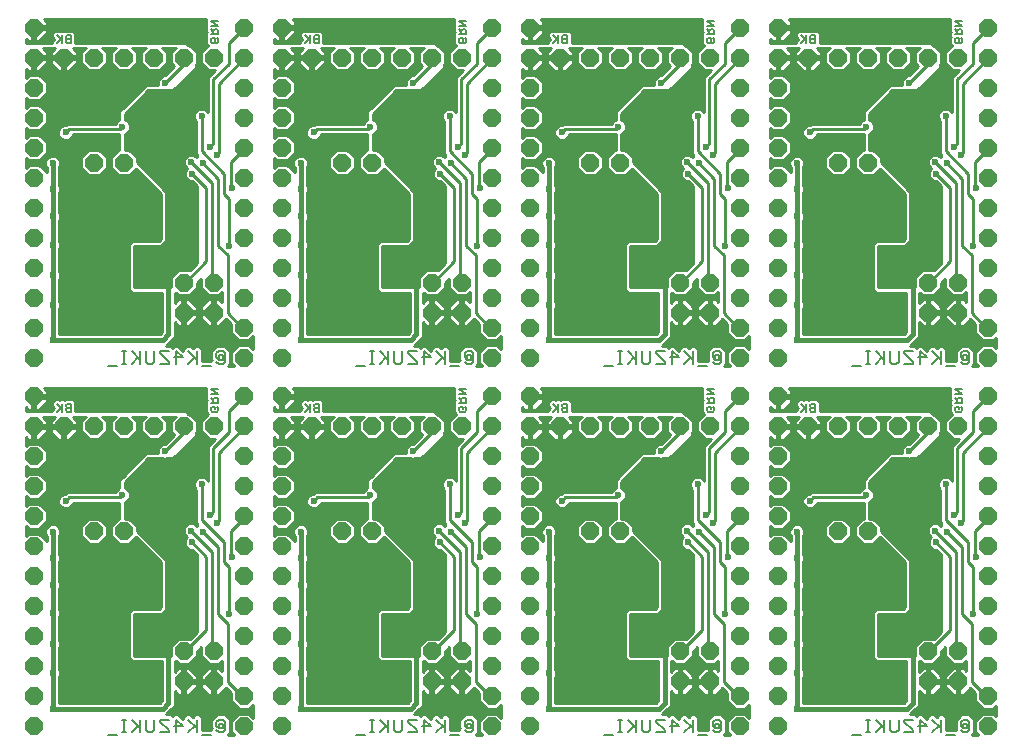
<source format=gbl>
G75*
%MOIN*%
%OFA0B0*%
%FSLAX24Y24*%
%IPPOS*%
%LPD*%
%AMOC8*
5,1,8,0,0,1.08239X$1,22.5*
%
%ADD10C,0.0080*%
%ADD11C,0.0060*%
%ADD12OC8,0.0591*%
%ADD13R,0.0945X0.0945*%
%ADD14C,0.0098*%
%ADD15C,0.0236*%
%ADD16C,0.0157*%
D10*
X007735Y008893D02*
X008023Y008893D01*
X008193Y008965D02*
X008337Y008965D01*
X008265Y008965D02*
X008265Y009397D01*
X008337Y009397D02*
X008193Y009397D01*
X008520Y009397D02*
X008809Y009109D01*
X008736Y009181D02*
X008520Y008965D01*
X008809Y008965D02*
X008809Y009397D01*
X008992Y009397D02*
X008992Y009037D01*
X009064Y008965D01*
X009208Y008965D01*
X009280Y009037D01*
X009280Y009397D01*
X009463Y009397D02*
X009463Y009325D01*
X009751Y009037D01*
X009751Y008965D01*
X009463Y008965D01*
X009463Y009397D02*
X009751Y009397D01*
X010006Y009397D02*
X010222Y009181D01*
X009934Y009181D01*
X010006Y008965D02*
X010006Y009397D01*
X010405Y009397D02*
X010694Y009109D01*
X010622Y009181D02*
X010405Y008965D01*
X010694Y008965D02*
X010694Y009397D01*
X011348Y009325D02*
X011348Y009181D01*
X011420Y009109D01*
X011420Y009253D01*
X011564Y009253D01*
X011564Y009109D01*
X011420Y009109D01*
X011348Y009037D02*
X011420Y008965D01*
X011564Y008965D01*
X011636Y009037D01*
X011636Y009325D01*
X011564Y009397D01*
X011420Y009397D01*
X011348Y009325D01*
X011165Y008893D02*
X010877Y008893D01*
X016003Y008893D02*
X016291Y008893D01*
X016461Y008965D02*
X016605Y008965D01*
X016533Y008965D02*
X016533Y009397D01*
X016605Y009397D02*
X016461Y009397D01*
X016788Y009397D02*
X017076Y009109D01*
X017004Y009181D02*
X016788Y008965D01*
X017076Y008965D02*
X017076Y009397D01*
X017259Y009397D02*
X017259Y009037D01*
X017331Y008965D01*
X017475Y008965D01*
X017548Y009037D01*
X017548Y009397D01*
X017731Y009397D02*
X017731Y009325D01*
X018019Y009037D01*
X018019Y008965D01*
X017731Y008965D01*
X017731Y009397D02*
X018019Y009397D01*
X018274Y009397D02*
X018490Y009181D01*
X018202Y009181D01*
X018274Y008965D02*
X018274Y009397D01*
X018673Y009397D02*
X018961Y009109D01*
X018889Y009181D02*
X018673Y008965D01*
X018961Y008965D02*
X018961Y009397D01*
X019616Y009325D02*
X019616Y009181D01*
X019688Y009109D01*
X019688Y009253D01*
X019832Y009253D01*
X019832Y009109D01*
X019688Y009109D01*
X019616Y009037D02*
X019688Y008965D01*
X019832Y008965D01*
X019904Y009037D01*
X019904Y009325D01*
X019832Y009397D01*
X019688Y009397D01*
X019616Y009325D01*
X019433Y008893D02*
X019144Y008893D01*
X024270Y008893D02*
X024559Y008893D01*
X024729Y008965D02*
X024873Y008965D01*
X024801Y008965D02*
X024801Y009397D01*
X024873Y009397D02*
X024729Y009397D01*
X025056Y009397D02*
X025344Y009109D01*
X025272Y009181D02*
X025056Y008965D01*
X025344Y008965D02*
X025344Y009397D01*
X025527Y009397D02*
X025527Y009037D01*
X025599Y008965D01*
X025743Y008965D01*
X025815Y009037D01*
X025815Y009397D01*
X025998Y009397D02*
X025998Y009325D01*
X026286Y009037D01*
X026286Y008965D01*
X025998Y008965D01*
X025998Y009397D02*
X026286Y009397D01*
X026542Y009397D02*
X026758Y009181D01*
X026470Y009181D01*
X026542Y008965D02*
X026542Y009397D01*
X026941Y009397D02*
X027229Y009109D01*
X027157Y009181D02*
X026941Y008965D01*
X027229Y008965D02*
X027229Y009397D01*
X027412Y008893D02*
X027700Y008893D01*
X027883Y009037D02*
X027955Y008965D01*
X028100Y008965D01*
X028172Y009037D01*
X028172Y009325D01*
X028100Y009397D01*
X027955Y009397D01*
X027883Y009325D01*
X027883Y009181D01*
X027955Y009109D01*
X027955Y009253D01*
X028100Y009253D01*
X028100Y009109D01*
X027955Y009109D01*
X032538Y008893D02*
X032826Y008893D01*
X032996Y008965D02*
X033140Y008965D01*
X033068Y008965D02*
X033068Y009397D01*
X033140Y009397D02*
X032996Y009397D01*
X033324Y009397D02*
X033612Y009109D01*
X033540Y009181D02*
X033324Y008965D01*
X033612Y008965D02*
X033612Y009397D01*
X033795Y009397D02*
X033795Y009037D01*
X033867Y008965D01*
X034011Y008965D01*
X034083Y009037D01*
X034083Y009397D01*
X034266Y009397D02*
X034266Y009325D01*
X034554Y009037D01*
X034554Y008965D01*
X034266Y008965D01*
X034266Y009397D02*
X034554Y009397D01*
X034809Y009397D02*
X035025Y009181D01*
X034737Y009181D01*
X034809Y008965D02*
X034809Y009397D01*
X035209Y009397D02*
X035497Y009109D01*
X035425Y009181D02*
X035209Y008965D01*
X035497Y008965D02*
X035497Y009397D01*
X035680Y008893D02*
X035968Y008893D01*
X036151Y009037D02*
X036223Y008965D01*
X036367Y008965D01*
X036439Y009037D01*
X036439Y009325D01*
X036367Y009397D01*
X036223Y009397D01*
X036151Y009325D01*
X036151Y009181D01*
X036223Y009109D01*
X036223Y009253D01*
X036367Y009253D01*
X036367Y009109D01*
X036223Y009109D01*
X035968Y021176D02*
X035680Y021176D01*
X035497Y021248D02*
X035497Y021680D01*
X035425Y021464D02*
X035209Y021248D01*
X035025Y021464D02*
X034737Y021464D01*
X034809Y021248D02*
X034809Y021680D01*
X035025Y021464D01*
X035209Y021680D02*
X035497Y021392D01*
X036151Y021320D02*
X036223Y021248D01*
X036367Y021248D01*
X036439Y021320D01*
X036439Y021608D01*
X036367Y021680D01*
X036223Y021680D01*
X036151Y021608D01*
X036151Y021464D01*
X036223Y021392D01*
X036223Y021536D01*
X036367Y021536D01*
X036367Y021392D01*
X036223Y021392D01*
X034554Y021320D02*
X034554Y021248D01*
X034266Y021248D01*
X034083Y021320D02*
X034011Y021248D01*
X033867Y021248D01*
X033795Y021320D01*
X033795Y021680D01*
X033612Y021680D02*
X033612Y021248D01*
X033612Y021392D02*
X033324Y021680D01*
X033140Y021680D02*
X032996Y021680D01*
X033068Y021680D02*
X033068Y021248D01*
X033140Y021248D02*
X032996Y021248D01*
X032826Y021176D02*
X032538Y021176D01*
X033324Y021248D02*
X033540Y021464D01*
X034083Y021320D02*
X034083Y021680D01*
X034266Y021680D02*
X034266Y021608D01*
X034554Y021320D01*
X034554Y021680D02*
X034266Y021680D01*
X028172Y021608D02*
X028100Y021680D01*
X027955Y021680D01*
X027883Y021608D01*
X027883Y021464D01*
X027955Y021392D01*
X027955Y021536D01*
X028100Y021536D01*
X028100Y021392D01*
X027955Y021392D01*
X027883Y021320D02*
X027955Y021248D01*
X028100Y021248D01*
X028172Y021320D01*
X028172Y021608D01*
X027700Y021176D02*
X027412Y021176D01*
X027229Y021248D02*
X027229Y021680D01*
X027157Y021464D02*
X026941Y021248D01*
X026758Y021464D02*
X026470Y021464D01*
X026542Y021248D02*
X026542Y021680D01*
X026758Y021464D01*
X026941Y021680D02*
X027229Y021392D01*
X026286Y021320D02*
X026286Y021248D01*
X025998Y021248D01*
X025815Y021320D02*
X025743Y021248D01*
X025599Y021248D01*
X025527Y021320D01*
X025527Y021680D01*
X025344Y021680D02*
X025344Y021248D01*
X025344Y021392D02*
X025056Y021680D01*
X024873Y021680D02*
X024729Y021680D01*
X024801Y021680D02*
X024801Y021248D01*
X024873Y021248D02*
X024729Y021248D01*
X024559Y021176D02*
X024270Y021176D01*
X025056Y021248D02*
X025272Y021464D01*
X025815Y021320D02*
X025815Y021680D01*
X025998Y021680D02*
X025998Y021608D01*
X026286Y021320D01*
X026286Y021680D02*
X025998Y021680D01*
X019904Y021608D02*
X019832Y021680D01*
X019688Y021680D01*
X019616Y021608D01*
X019616Y021464D01*
X019688Y021392D01*
X019688Y021536D01*
X019832Y021536D01*
X019832Y021392D01*
X019688Y021392D01*
X019616Y021320D02*
X019688Y021248D01*
X019832Y021248D01*
X019904Y021320D01*
X019904Y021608D01*
X019433Y021176D02*
X019144Y021176D01*
X018961Y021248D02*
X018961Y021680D01*
X018889Y021464D02*
X018673Y021248D01*
X018490Y021464D02*
X018202Y021464D01*
X018274Y021248D02*
X018274Y021680D01*
X018490Y021464D01*
X018673Y021680D02*
X018961Y021392D01*
X018019Y021320D02*
X018019Y021248D01*
X017731Y021248D01*
X017548Y021320D02*
X017475Y021248D01*
X017331Y021248D01*
X017259Y021320D01*
X017259Y021680D01*
X017076Y021680D02*
X017076Y021248D01*
X017076Y021392D02*
X016788Y021680D01*
X016605Y021680D02*
X016461Y021680D01*
X016533Y021680D02*
X016533Y021248D01*
X016605Y021248D02*
X016461Y021248D01*
X016291Y021176D02*
X016003Y021176D01*
X016788Y021248D02*
X017004Y021464D01*
X017548Y021320D02*
X017548Y021680D01*
X017731Y021680D02*
X017731Y021608D01*
X018019Y021320D01*
X018019Y021680D02*
X017731Y021680D01*
X011636Y021608D02*
X011564Y021680D01*
X011420Y021680D01*
X011348Y021608D01*
X011348Y021464D01*
X011420Y021392D01*
X011420Y021536D01*
X011564Y021536D01*
X011564Y021392D01*
X011420Y021392D01*
X011348Y021320D02*
X011420Y021248D01*
X011564Y021248D01*
X011636Y021320D01*
X011636Y021608D01*
X011165Y021176D02*
X010877Y021176D01*
X010694Y021248D02*
X010694Y021680D01*
X010622Y021464D02*
X010405Y021248D01*
X010222Y021464D02*
X009934Y021464D01*
X010006Y021248D02*
X010006Y021680D01*
X010222Y021464D01*
X010405Y021680D02*
X010694Y021392D01*
X009751Y021320D02*
X009751Y021248D01*
X009463Y021248D01*
X009280Y021320D02*
X009208Y021248D01*
X009064Y021248D01*
X008992Y021320D01*
X008992Y021680D01*
X008809Y021680D02*
X008809Y021248D01*
X008809Y021392D02*
X008520Y021680D01*
X008337Y021680D02*
X008193Y021680D01*
X008265Y021680D02*
X008265Y021248D01*
X008337Y021248D02*
X008193Y021248D01*
X008023Y021176D02*
X007735Y021176D01*
X008520Y021248D02*
X008736Y021464D01*
X009280Y021320D02*
X009280Y021680D01*
X009463Y021680D02*
X009463Y021608D01*
X009751Y021320D01*
X009751Y021680D02*
X009463Y021680D01*
D11*
X011155Y020410D02*
X011410Y020410D01*
X011410Y020240D02*
X011155Y020410D01*
X011155Y020240D02*
X011410Y020240D01*
X011368Y020120D02*
X011283Y020120D01*
X011240Y020077D01*
X011240Y019950D01*
X011240Y020035D02*
X011155Y020120D01*
X011155Y019950D02*
X011410Y019950D01*
X011410Y020077D01*
X011368Y020120D01*
X011368Y019830D02*
X011410Y019787D01*
X011410Y019702D01*
X011368Y019660D01*
X011197Y019660D01*
X011155Y019702D01*
X011155Y019787D01*
X011197Y019830D01*
X011283Y019830D01*
X011283Y019745D01*
X014296Y019663D02*
X014424Y019791D01*
X014466Y019749D02*
X014296Y019919D01*
X014466Y019919D02*
X014466Y019663D01*
X014586Y019706D02*
X014629Y019663D01*
X014756Y019663D01*
X014756Y019919D01*
X014629Y019919D01*
X014586Y019876D01*
X014586Y019834D01*
X014629Y019791D01*
X014756Y019791D01*
X014629Y019791D02*
X014586Y019749D01*
X014586Y019706D01*
X019423Y019702D02*
X019423Y019787D01*
X019465Y019830D01*
X019550Y019830D01*
X019550Y019745D01*
X019635Y019830D02*
X019678Y019787D01*
X019678Y019702D01*
X019635Y019660D01*
X019465Y019660D01*
X019423Y019702D01*
X019423Y019950D02*
X019678Y019950D01*
X019678Y020077D01*
X019635Y020120D01*
X019550Y020120D01*
X019508Y020077D01*
X019508Y019950D01*
X019508Y020035D02*
X019423Y020120D01*
X019423Y020240D02*
X019678Y020240D01*
X019423Y020410D01*
X019678Y020410D01*
X022564Y019919D02*
X022734Y019749D01*
X022692Y019791D02*
X022564Y019663D01*
X022734Y019663D02*
X022734Y019919D01*
X022854Y019876D02*
X022854Y019834D01*
X022897Y019791D01*
X023024Y019791D01*
X022897Y019791D02*
X022854Y019749D01*
X022854Y019706D01*
X022897Y019663D01*
X023024Y019663D01*
X023024Y019919D01*
X022897Y019919D01*
X022854Y019876D01*
X027690Y019950D02*
X027946Y019950D01*
X027946Y020077D01*
X027903Y020120D01*
X027818Y020120D01*
X027775Y020077D01*
X027775Y019950D01*
X027775Y020035D02*
X027690Y020120D01*
X027690Y020240D02*
X027946Y020240D01*
X027690Y020410D01*
X027946Y020410D01*
X027903Y019830D02*
X027946Y019787D01*
X027946Y019702D01*
X027903Y019660D01*
X027733Y019660D01*
X027690Y019702D01*
X027690Y019787D01*
X027733Y019830D01*
X027818Y019830D01*
X027818Y019745D01*
X030832Y019663D02*
X030959Y019791D01*
X031002Y019749D02*
X030832Y019919D01*
X031002Y019919D02*
X031002Y019663D01*
X031122Y019706D02*
X031164Y019663D01*
X031292Y019663D01*
X031292Y019919D01*
X031164Y019919D01*
X031122Y019876D01*
X031122Y019834D01*
X031164Y019791D01*
X031292Y019791D01*
X031164Y019791D02*
X031122Y019749D01*
X031122Y019706D01*
X035958Y019702D02*
X035958Y019787D01*
X036001Y019830D01*
X036086Y019830D01*
X036086Y019745D01*
X036171Y019830D02*
X036213Y019787D01*
X036213Y019702D01*
X036171Y019660D01*
X036001Y019660D01*
X035958Y019702D01*
X035958Y019950D02*
X036213Y019950D01*
X036213Y020077D01*
X036171Y020120D01*
X036086Y020120D01*
X036043Y020077D01*
X036043Y019950D01*
X036043Y020035D02*
X035958Y020120D01*
X035958Y020240D02*
X036213Y020240D01*
X035958Y020410D01*
X036213Y020410D01*
X036171Y031943D02*
X036001Y031943D01*
X035958Y031986D01*
X035958Y032071D01*
X036001Y032113D01*
X036086Y032113D01*
X036086Y032028D01*
X036171Y031943D02*
X036213Y031986D01*
X036213Y032071D01*
X036171Y032113D01*
X036213Y032233D02*
X036213Y032361D01*
X036171Y032403D01*
X036086Y032403D01*
X036043Y032361D01*
X036043Y032233D01*
X035958Y032233D02*
X036213Y032233D01*
X036043Y032318D02*
X035958Y032403D01*
X035958Y032523D02*
X036213Y032523D01*
X035958Y032693D01*
X036213Y032693D01*
X031292Y032202D02*
X031292Y031947D01*
X031164Y031947D01*
X031122Y031989D01*
X031122Y032032D01*
X031164Y032075D01*
X031292Y032075D01*
X031292Y032202D02*
X031164Y032202D01*
X031122Y032160D01*
X031122Y032117D01*
X031164Y032075D01*
X031002Y032032D02*
X030832Y032202D01*
X031002Y032202D02*
X031002Y031947D01*
X030959Y032075D02*
X030832Y031947D01*
X027946Y031986D02*
X027903Y031943D01*
X027733Y031943D01*
X027690Y031986D01*
X027690Y032071D01*
X027733Y032113D01*
X027818Y032113D01*
X027818Y032028D01*
X027903Y032113D02*
X027946Y032071D01*
X027946Y031986D01*
X027946Y032233D02*
X027946Y032361D01*
X027903Y032403D01*
X027818Y032403D01*
X027775Y032361D01*
X027775Y032233D01*
X027690Y032233D02*
X027946Y032233D01*
X027775Y032318D02*
X027690Y032403D01*
X027690Y032523D02*
X027946Y032523D01*
X027690Y032693D01*
X027946Y032693D01*
X023024Y032202D02*
X023024Y031947D01*
X022897Y031947D01*
X022854Y031989D01*
X022854Y032032D01*
X022897Y032075D01*
X023024Y032075D01*
X023024Y032202D02*
X022897Y032202D01*
X022854Y032160D01*
X022854Y032117D01*
X022897Y032075D01*
X022734Y032032D02*
X022564Y032202D01*
X022734Y032202D02*
X022734Y031947D01*
X022692Y032075D02*
X022564Y031947D01*
X019678Y031986D02*
X019635Y031943D01*
X019465Y031943D01*
X019423Y031986D01*
X019423Y032071D01*
X019465Y032113D01*
X019550Y032113D01*
X019550Y032028D01*
X019635Y032113D02*
X019678Y032071D01*
X019678Y031986D01*
X019678Y032233D02*
X019678Y032361D01*
X019635Y032403D01*
X019550Y032403D01*
X019508Y032361D01*
X019508Y032233D01*
X019508Y032318D02*
X019423Y032403D01*
X019423Y032523D02*
X019678Y032523D01*
X019423Y032693D01*
X019678Y032693D01*
X019678Y032233D02*
X019423Y032233D01*
X014756Y032202D02*
X014756Y031947D01*
X014629Y031947D01*
X014586Y031989D01*
X014586Y032032D01*
X014629Y032075D01*
X014756Y032075D01*
X014756Y032202D02*
X014629Y032202D01*
X014586Y032160D01*
X014586Y032117D01*
X014629Y032075D01*
X014466Y032032D02*
X014296Y032202D01*
X014466Y032202D02*
X014466Y031947D01*
X014424Y032075D02*
X014296Y031947D01*
X011410Y031986D02*
X011368Y031943D01*
X011197Y031943D01*
X011155Y031986D01*
X011155Y032071D01*
X011197Y032113D01*
X011283Y032113D01*
X011283Y032028D01*
X011368Y032113D02*
X011410Y032071D01*
X011410Y031986D01*
X011410Y032233D02*
X011155Y032233D01*
X011240Y032233D02*
X011240Y032361D01*
X011283Y032403D01*
X011368Y032403D01*
X011410Y032361D01*
X011410Y032233D01*
X011240Y032318D02*
X011155Y032403D01*
X011155Y032523D02*
X011410Y032523D01*
X011155Y032693D01*
X011410Y032693D01*
X006489Y032202D02*
X006489Y031947D01*
X006361Y031947D01*
X006319Y031989D01*
X006319Y032032D01*
X006361Y032075D01*
X006489Y032075D01*
X006489Y032202D02*
X006361Y032202D01*
X006319Y032160D01*
X006319Y032117D01*
X006361Y032075D01*
X006199Y032032D02*
X006029Y032202D01*
X006199Y032202D02*
X006199Y031947D01*
X006156Y032075D02*
X006029Y031947D01*
X006029Y019919D02*
X006199Y019749D01*
X006156Y019791D02*
X006029Y019663D01*
X006199Y019663D02*
X006199Y019919D01*
X006319Y019876D02*
X006319Y019834D01*
X006361Y019791D01*
X006489Y019791D01*
X006489Y019663D02*
X006489Y019919D01*
X006361Y019919D01*
X006319Y019876D01*
X006361Y019791D02*
X006319Y019749D01*
X006319Y019706D01*
X006361Y019663D01*
X006489Y019663D01*
D12*
X006263Y019173D03*
X007263Y019173D03*
X008263Y019173D03*
X009263Y019173D03*
X010263Y019173D03*
X011263Y019173D03*
X012263Y019173D03*
X012263Y020173D03*
X013530Y020173D03*
X013530Y019173D03*
X013530Y018173D03*
X013530Y017173D03*
X013530Y016173D03*
X013530Y015173D03*
X013530Y014173D03*
X013530Y013173D03*
X013530Y012173D03*
X013530Y011173D03*
X013530Y010173D03*
X013530Y009173D03*
X012263Y009173D03*
X012263Y010173D03*
X012263Y011173D03*
X012263Y012173D03*
X012263Y013173D03*
X012263Y014173D03*
X012263Y015173D03*
X012263Y016173D03*
X012263Y017173D03*
X012263Y018173D03*
X014530Y019173D03*
X015530Y019173D03*
X016530Y019173D03*
X017530Y019173D03*
X018530Y019173D03*
X019530Y019173D03*
X020530Y019173D03*
X020530Y020173D03*
X021798Y020173D03*
X021798Y019173D03*
X021798Y018173D03*
X021798Y017173D03*
X021798Y016173D03*
X021798Y015173D03*
X021798Y014173D03*
X021798Y013173D03*
X021798Y012173D03*
X021798Y011173D03*
X021798Y010173D03*
X021798Y009173D03*
X020530Y009173D03*
X020530Y010173D03*
X020530Y011173D03*
X020530Y012173D03*
X020530Y013173D03*
X020530Y014173D03*
X020530Y015173D03*
X020530Y016173D03*
X020530Y017173D03*
X020530Y018173D03*
X022798Y019173D03*
X023798Y019173D03*
X024798Y019173D03*
X025798Y019173D03*
X026798Y019173D03*
X027798Y019173D03*
X028798Y019173D03*
X028798Y020173D03*
X030066Y020173D03*
X030066Y019173D03*
X031066Y019173D03*
X032066Y019173D03*
X033066Y019173D03*
X034066Y019173D03*
X035066Y019173D03*
X036066Y019173D03*
X037066Y019173D03*
X037066Y020173D03*
X037066Y021456D03*
X037066Y022456D03*
X037066Y023456D03*
X036066Y022956D03*
X035066Y022956D03*
X035066Y023956D03*
X036066Y023956D03*
X037066Y024456D03*
X037066Y025456D03*
X037066Y026456D03*
X037066Y027456D03*
X037066Y028456D03*
X037066Y029456D03*
X037066Y030456D03*
X037066Y031456D03*
X036066Y031456D03*
X037066Y032456D03*
X035066Y031456D03*
X034066Y031456D03*
X033066Y031456D03*
X032066Y031456D03*
X031066Y031456D03*
X030066Y031456D03*
X030066Y032456D03*
X028798Y032456D03*
X028798Y031456D03*
X028798Y030456D03*
X028798Y029456D03*
X028798Y028456D03*
X028798Y027456D03*
X028798Y026456D03*
X028798Y025456D03*
X028798Y024456D03*
X028798Y023456D03*
X028798Y022456D03*
X028798Y021456D03*
X030066Y021456D03*
X030066Y022456D03*
X030066Y023456D03*
X030066Y024456D03*
X030066Y025456D03*
X030066Y026456D03*
X030066Y027456D03*
X030066Y028456D03*
X030066Y029456D03*
X030066Y030456D03*
X027798Y031456D03*
X026798Y031456D03*
X025798Y031456D03*
X024798Y031456D03*
X023798Y031456D03*
X022798Y031456D03*
X021798Y031456D03*
X021798Y032456D03*
X020530Y032456D03*
X020530Y031456D03*
X019530Y031456D03*
X018530Y031456D03*
X017530Y031456D03*
X016530Y031456D03*
X015530Y031456D03*
X014530Y031456D03*
X013530Y031456D03*
X013530Y032456D03*
X012263Y032456D03*
X012263Y031456D03*
X012263Y030456D03*
X012263Y029456D03*
X012263Y028456D03*
X012263Y027456D03*
X012263Y026456D03*
X012263Y025456D03*
X012263Y024456D03*
X012263Y023456D03*
X012263Y022456D03*
X012263Y021456D03*
X013530Y021456D03*
X013530Y022456D03*
X013530Y023456D03*
X013530Y024456D03*
X013530Y025456D03*
X013530Y026456D03*
X013530Y027456D03*
X013530Y028456D03*
X013530Y029456D03*
X013530Y030456D03*
X011263Y031456D03*
X010263Y031456D03*
X009263Y031456D03*
X008263Y031456D03*
X007263Y031456D03*
X006263Y031456D03*
X005263Y031456D03*
X005263Y032456D03*
X005263Y030456D03*
X005263Y029456D03*
X005263Y028456D03*
X005263Y027456D03*
X005263Y026456D03*
X005263Y025456D03*
X005263Y024456D03*
X005263Y023456D03*
X005263Y022456D03*
X005263Y021456D03*
X005263Y020173D03*
X005263Y019173D03*
X005263Y018173D03*
X005263Y017173D03*
X005263Y016173D03*
X005263Y015173D03*
X005263Y014173D03*
X005263Y013173D03*
X005263Y012173D03*
X005263Y011173D03*
X005263Y010173D03*
X005263Y009173D03*
X010263Y010673D03*
X011263Y010673D03*
X011263Y011673D03*
X010263Y011673D03*
X008263Y015673D03*
X007263Y015673D03*
X010263Y022956D03*
X011263Y022956D03*
X011263Y023956D03*
X010263Y023956D03*
X008263Y027956D03*
X007263Y027956D03*
X015530Y027956D03*
X016530Y027956D03*
X018530Y023956D03*
X018530Y022956D03*
X019530Y022956D03*
X019530Y023956D03*
X020530Y023456D03*
X020530Y022456D03*
X020530Y021456D03*
X021798Y021456D03*
X021798Y022456D03*
X021798Y023456D03*
X021798Y024456D03*
X021798Y025456D03*
X021798Y026456D03*
X021798Y027456D03*
X021798Y028456D03*
X021798Y029456D03*
X021798Y030456D03*
X020530Y030456D03*
X020530Y029456D03*
X020530Y028456D03*
X020530Y027456D03*
X020530Y026456D03*
X020530Y025456D03*
X020530Y024456D03*
X023798Y027956D03*
X024798Y027956D03*
X026798Y023956D03*
X026798Y022956D03*
X027798Y022956D03*
X027798Y023956D03*
X032066Y027956D03*
X033066Y027956D03*
X030066Y018173D03*
X030066Y017173D03*
X030066Y016173D03*
X030066Y015173D03*
X030066Y014173D03*
X030066Y013173D03*
X030066Y012173D03*
X030066Y011173D03*
X030066Y010173D03*
X030066Y009173D03*
X028798Y009173D03*
X028798Y010173D03*
X028798Y011173D03*
X028798Y012173D03*
X028798Y013173D03*
X028798Y014173D03*
X028798Y015173D03*
X028798Y016173D03*
X028798Y017173D03*
X028798Y018173D03*
X032066Y015673D03*
X033066Y015673D03*
X037066Y016173D03*
X037066Y017173D03*
X037066Y018173D03*
X037066Y015173D03*
X037066Y014173D03*
X037066Y013173D03*
X037066Y012173D03*
X036066Y011673D03*
X037066Y011173D03*
X037066Y010173D03*
X036066Y010673D03*
X035066Y010673D03*
X035066Y011673D03*
X037066Y009173D03*
X027798Y010673D03*
X026798Y010673D03*
X026798Y011673D03*
X027798Y011673D03*
X024798Y015673D03*
X023798Y015673D03*
X019530Y011673D03*
X018530Y011673D03*
X018530Y010673D03*
X019530Y010673D03*
X016530Y015673D03*
X015530Y015673D03*
D13*
X017109Y013649D03*
X008841Y013649D03*
X008841Y025933D03*
X017109Y025933D03*
X025377Y025933D03*
X033645Y025933D03*
X033645Y013649D03*
X025377Y013649D03*
D14*
X025067Y013078D02*
X024964Y012975D01*
X024964Y011450D01*
X025067Y011346D01*
X026076Y011346D01*
X026076Y010034D01*
X026000Y009958D01*
X022631Y009958D01*
X022631Y010791D01*
X022633Y010793D01*
X022670Y010884D01*
X022670Y010982D01*
X022633Y011072D01*
X022631Y011074D01*
X022631Y011776D01*
X022633Y011778D01*
X022670Y011868D01*
X022670Y011966D01*
X022633Y012056D01*
X022631Y012058D01*
X022631Y012799D01*
X022633Y012801D01*
X022670Y012892D01*
X022670Y012989D01*
X022633Y013080D01*
X022631Y013082D01*
X022631Y013744D01*
X022633Y013746D01*
X022670Y013836D01*
X022670Y013934D01*
X022633Y014025D01*
X022631Y014027D01*
X022631Y014650D01*
X022633Y014652D01*
X022670Y014742D01*
X022670Y014840D01*
X022633Y014930D01*
X022631Y014932D01*
X022631Y015516D01*
X022633Y015518D01*
X022670Y015608D01*
X022670Y015706D01*
X022633Y015796D01*
X022564Y015866D01*
X022473Y015903D01*
X022375Y015903D01*
X022285Y015866D01*
X022216Y015796D01*
X022178Y015706D01*
X022178Y015608D01*
X022216Y015518D01*
X022217Y015516D01*
X022217Y015352D01*
X021973Y015596D01*
X021623Y015596D01*
X021529Y015502D01*
X021529Y015844D01*
X021623Y015750D01*
X021973Y015750D01*
X022221Y015998D01*
X022221Y016348D01*
X021973Y016596D01*
X021623Y016596D01*
X021529Y016502D01*
X021529Y016844D01*
X021623Y016750D01*
X021973Y016750D01*
X022221Y016998D01*
X022221Y017348D01*
X021973Y017596D01*
X021623Y017596D01*
X021529Y017502D01*
X021529Y017844D01*
X021623Y017750D01*
X021973Y017750D01*
X022221Y017998D01*
X022221Y018348D01*
X021973Y018596D01*
X021623Y018596D01*
X021529Y018502D01*
X021529Y018814D01*
X021614Y018728D01*
X021749Y018728D01*
X021749Y019124D01*
X021847Y019124D01*
X021847Y019222D01*
X022243Y019222D01*
X022243Y019357D01*
X022104Y019496D01*
X022492Y019496D01*
X022354Y019357D01*
X022354Y019222D01*
X022749Y019222D01*
X022749Y019124D01*
X022354Y019124D01*
X022354Y018989D01*
X022614Y018728D01*
X022749Y018728D01*
X022749Y019124D01*
X022847Y019124D01*
X022847Y019222D01*
X023243Y019222D01*
X023243Y019357D01*
X023104Y019496D01*
X023522Y019496D01*
X023375Y019348D01*
X023375Y018998D01*
X023623Y018750D01*
X023973Y018750D01*
X024221Y018998D01*
X024221Y019348D01*
X024074Y019496D01*
X024522Y019496D01*
X024375Y019348D01*
X024375Y018998D01*
X024623Y018750D01*
X024973Y018750D01*
X025221Y018998D01*
X025221Y019348D01*
X025074Y019496D01*
X025522Y019496D01*
X025375Y019348D01*
X025375Y018998D01*
X025623Y018750D01*
X025973Y018750D01*
X026221Y018998D01*
X026221Y019348D01*
X026074Y019496D01*
X026522Y019496D01*
X026375Y019348D01*
X026375Y018998D01*
X026476Y018896D01*
X026160Y018580D01*
X026115Y018580D01*
X026025Y018543D01*
X025956Y018474D01*
X025918Y018383D01*
X025918Y018285D01*
X025922Y018275D01*
X025540Y018275D01*
X025436Y018171D01*
X024649Y017384D01*
X024649Y017103D01*
X024608Y017086D01*
X024538Y017017D01*
X024521Y016976D01*
X022902Y016976D01*
X022853Y016927D01*
X022808Y016927D01*
X022718Y016889D01*
X022649Y016820D01*
X022611Y016730D01*
X022611Y016632D01*
X022649Y016541D01*
X022718Y016472D01*
X022808Y016435D01*
X022906Y016435D01*
X022997Y016472D01*
X023066Y016541D01*
X023099Y016622D01*
X024649Y016622D01*
X024649Y016096D01*
X024623Y016096D01*
X024375Y015848D01*
X024375Y015498D01*
X024623Y015250D01*
X024973Y015250D01*
X025195Y015471D01*
X026027Y014639D01*
X026027Y013132D01*
X025973Y013078D01*
X025067Y013078D01*
X025052Y013063D02*
X022640Y013063D01*
X022631Y013160D02*
X026027Y013160D01*
X026027Y013257D02*
X022631Y013257D01*
X022631Y013354D02*
X026027Y013354D01*
X026027Y013451D02*
X022631Y013451D01*
X022631Y013548D02*
X026027Y013548D01*
X026027Y013645D02*
X022631Y013645D01*
X022631Y013741D02*
X026027Y013741D01*
X026027Y013838D02*
X022670Y013838D01*
X022670Y013935D02*
X026027Y013935D01*
X026027Y014032D02*
X022631Y014032D01*
X022631Y014129D02*
X026027Y014129D01*
X026027Y014226D02*
X022631Y014226D01*
X022631Y014323D02*
X026027Y014323D01*
X026027Y014420D02*
X022631Y014420D01*
X022631Y014517D02*
X026027Y014517D01*
X026027Y014614D02*
X022631Y014614D01*
X022657Y014711D02*
X025955Y014711D01*
X025858Y014808D02*
X022670Y014808D01*
X022643Y014905D02*
X025761Y014905D01*
X025664Y015001D02*
X022631Y015001D01*
X022631Y015098D02*
X025567Y015098D01*
X025470Y015195D02*
X022631Y015195D01*
X022631Y015292D02*
X023580Y015292D01*
X023623Y015250D02*
X023973Y015250D01*
X024221Y015498D01*
X024221Y015848D01*
X023973Y016096D01*
X023623Y016096D01*
X023375Y015848D01*
X023375Y015498D01*
X023623Y015250D01*
X023483Y015389D02*
X022631Y015389D01*
X022631Y015486D02*
X023386Y015486D01*
X023375Y015583D02*
X022660Y015583D01*
X022670Y015680D02*
X023375Y015680D01*
X023375Y015777D02*
X022641Y015777D01*
X022544Y015874D02*
X023401Y015874D01*
X023498Y015971D02*
X022195Y015971D01*
X022221Y016068D02*
X023594Y016068D01*
X024002Y016068D02*
X024594Y016068D01*
X024649Y016165D02*
X022221Y016165D01*
X022221Y016262D02*
X024649Y016262D01*
X024649Y016358D02*
X022211Y016358D01*
X022114Y016455D02*
X022758Y016455D01*
X022644Y016552D02*
X022017Y016552D01*
X022067Y016843D02*
X022672Y016843D01*
X022618Y016746D02*
X021529Y016746D01*
X021529Y016649D02*
X022611Y016649D01*
X022857Y016681D02*
X022975Y016799D01*
X024668Y016799D01*
X024747Y016878D01*
X024826Y017111D02*
X024826Y017311D01*
X025613Y018098D01*
X026092Y018098D01*
X026115Y018088D01*
X026213Y018088D01*
X026237Y018098D01*
X026440Y018098D01*
X027188Y018846D01*
X027188Y018964D01*
X027221Y018998D01*
X027221Y019348D01*
X026973Y019596D01*
X026950Y019596D01*
X026873Y019673D01*
X023182Y019673D01*
X023182Y019984D01*
X023090Y020077D01*
X022831Y020077D01*
X022815Y020061D01*
X022800Y020077D01*
X022669Y020077D01*
X022649Y020057D01*
X022629Y020077D01*
X022499Y020077D01*
X022406Y019984D01*
X022406Y019853D01*
X022468Y019791D01*
X022406Y019729D01*
X022406Y019673D01*
X021529Y019673D01*
X021529Y019814D01*
X021614Y019728D01*
X021749Y019728D01*
X021749Y020124D01*
X021847Y020124D01*
X021847Y020222D01*
X022243Y020222D01*
X022243Y020357D01*
X022149Y020450D01*
X027528Y020450D01*
X027523Y020443D01*
X027532Y020394D01*
X027532Y020344D01*
X027545Y020332D01*
X027547Y020320D01*
X027532Y020305D01*
X027532Y020054D01*
X027552Y020035D01*
X027532Y020015D01*
X027532Y019884D01*
X027548Y019868D01*
X027532Y019853D01*
X027532Y019637D01*
X027598Y019571D01*
X027375Y019348D01*
X027375Y018998D01*
X027623Y018750D01*
X027825Y018750D01*
X027601Y018526D01*
X027601Y017352D01*
X027593Y017371D01*
X027524Y017440D01*
X027434Y017478D01*
X027336Y017478D01*
X027245Y017440D01*
X027176Y017371D01*
X027139Y017281D01*
X027139Y017183D01*
X027176Y017093D01*
X027208Y017061D01*
X027208Y015977D01*
X027227Y015958D01*
X027227Y015848D01*
X027170Y015905D01*
X027079Y015943D01*
X026982Y015943D01*
X026891Y015905D01*
X026822Y015836D01*
X026784Y015745D01*
X026784Y015648D01*
X026822Y015557D01*
X026891Y015488D01*
X026902Y015483D01*
X026861Y015442D01*
X026824Y015352D01*
X026824Y015254D01*
X026861Y015163D01*
X026930Y015094D01*
X027021Y015057D01*
X027065Y015057D01*
X027227Y014895D01*
X027227Y012325D01*
X026986Y012084D01*
X026973Y012096D01*
X026623Y012096D01*
X026375Y011848D01*
X026375Y011523D01*
X025141Y011523D01*
X025141Y012901D01*
X026046Y012901D01*
X026204Y013059D01*
X026204Y014712D01*
X025221Y015694D01*
X025221Y015848D01*
X024973Y016096D01*
X024826Y016096D01*
X024826Y016644D01*
X024886Y016669D01*
X024956Y016738D01*
X024993Y016829D01*
X024993Y016927D01*
X024956Y017017D01*
X024886Y017086D01*
X024826Y017111D01*
X024826Y017134D02*
X027159Y017134D01*
X027139Y017231D02*
X024826Y017231D01*
X024843Y017328D02*
X027158Y017328D01*
X027230Y017425D02*
X024940Y017425D01*
X025037Y017522D02*
X027601Y017522D01*
X027601Y017618D02*
X025134Y017618D01*
X025231Y017715D02*
X027601Y017715D01*
X027601Y017812D02*
X025327Y017812D01*
X025424Y017909D02*
X027601Y017909D01*
X027601Y018006D02*
X025521Y018006D01*
X025368Y018103D02*
X022221Y018103D01*
X022221Y018006D02*
X025271Y018006D01*
X025174Y017909D02*
X022133Y017909D01*
X022036Y017812D02*
X025077Y017812D01*
X024980Y017715D02*
X021529Y017715D01*
X021529Y017618D02*
X024883Y017618D01*
X024786Y017522D02*
X022048Y017522D01*
X022145Y017425D02*
X024689Y017425D01*
X024649Y017328D02*
X022221Y017328D01*
X022221Y017231D02*
X024649Y017231D01*
X024649Y017134D02*
X022221Y017134D01*
X022221Y017037D02*
X024558Y017037D01*
X024936Y017037D02*
X027208Y017037D01*
X027208Y016940D02*
X024987Y016940D01*
X024993Y016843D02*
X027208Y016843D01*
X027208Y016746D02*
X024959Y016746D01*
X024839Y016649D02*
X027208Y016649D01*
X027208Y016552D02*
X024826Y016552D01*
X024826Y016455D02*
X027208Y016455D01*
X027208Y016358D02*
X024826Y016358D01*
X024826Y016262D02*
X027208Y016262D01*
X027208Y016165D02*
X024826Y016165D01*
X025002Y016068D02*
X027208Y016068D01*
X027214Y015971D02*
X025099Y015971D01*
X025196Y015874D02*
X026860Y015874D01*
X026797Y015777D02*
X025221Y015777D01*
X025236Y015680D02*
X026784Y015680D01*
X026811Y015583D02*
X025333Y015583D01*
X025430Y015486D02*
X026895Y015486D01*
X026839Y015389D02*
X025527Y015389D01*
X025624Y015292D02*
X026824Y015292D01*
X026848Y015195D02*
X025721Y015195D01*
X025817Y015098D02*
X026926Y015098D01*
X027121Y015001D02*
X025914Y015001D01*
X026011Y014905D02*
X027217Y014905D01*
X027227Y014808D02*
X026108Y014808D01*
X026204Y014711D02*
X027227Y014711D01*
X027227Y014614D02*
X026204Y014614D01*
X026204Y014517D02*
X027227Y014517D01*
X027227Y014420D02*
X026204Y014420D01*
X026204Y014323D02*
X027227Y014323D01*
X027227Y014226D02*
X026204Y014226D01*
X026204Y014129D02*
X027227Y014129D01*
X027227Y014032D02*
X026204Y014032D01*
X026204Y013935D02*
X027227Y013935D01*
X027227Y013838D02*
X026204Y013838D01*
X026204Y013741D02*
X027227Y013741D01*
X027227Y013645D02*
X026204Y013645D01*
X026204Y013548D02*
X027227Y013548D01*
X027227Y013451D02*
X026204Y013451D01*
X026204Y013354D02*
X027227Y013354D01*
X027227Y013257D02*
X026204Y013257D01*
X026204Y013160D02*
X027227Y013160D01*
X027227Y013063D02*
X026204Y013063D01*
X026111Y012966D02*
X027227Y012966D01*
X027227Y012869D02*
X025141Y012869D01*
X025141Y012772D02*
X027227Y012772D01*
X027227Y012675D02*
X025141Y012675D01*
X025141Y012578D02*
X027227Y012578D01*
X027227Y012481D02*
X025141Y012481D01*
X025141Y012385D02*
X027227Y012385D01*
X027190Y012288D02*
X025141Y012288D01*
X025141Y012191D02*
X027093Y012191D01*
X026996Y012094D02*
X026976Y012094D01*
X026621Y012094D02*
X025141Y012094D01*
X025141Y011997D02*
X026524Y011997D01*
X026427Y011900D02*
X025141Y011900D01*
X025141Y011803D02*
X026375Y011803D01*
X026375Y011706D02*
X025141Y011706D01*
X025141Y011609D02*
X026375Y011609D01*
X026489Y011346D02*
X026526Y011346D01*
X026623Y011250D01*
X026973Y011250D01*
X027221Y011498D01*
X027221Y011660D01*
X027375Y011814D01*
X027375Y011498D01*
X027623Y011250D01*
X027973Y011250D01*
X028074Y011350D01*
X028074Y011026D01*
X027982Y011117D01*
X027847Y011117D01*
X027847Y010722D01*
X027749Y010722D01*
X027749Y010624D01*
X027354Y010624D01*
X027354Y010489D01*
X027614Y010228D01*
X027749Y010228D01*
X027749Y010624D01*
X027847Y010624D01*
X027847Y010228D01*
X027982Y010228D01*
X028206Y010452D01*
X028375Y010283D01*
X028375Y009998D01*
X028623Y009750D01*
X028973Y009750D01*
X029107Y009883D01*
X029107Y009462D01*
X028973Y009596D01*
X028623Y009596D01*
X028375Y009348D01*
X028375Y008998D01*
X028477Y008895D01*
X028268Y008895D01*
X028340Y008967D01*
X028340Y009395D01*
X028267Y009467D01*
X028169Y009565D01*
X027886Y009565D01*
X027814Y009493D01*
X027716Y009395D01*
X027716Y009111D01*
X027718Y009109D01*
X027716Y009106D01*
X027716Y009061D01*
X027397Y009061D01*
X027397Y009467D01*
X027299Y009565D01*
X027159Y009565D01*
X027085Y009490D01*
X027010Y009565D01*
X026871Y009565D01*
X026773Y009467D01*
X026773Y009403D01*
X026611Y009565D01*
X026472Y009565D01*
X026414Y009507D01*
X026356Y009565D01*
X026191Y009565D01*
X026368Y009742D01*
X026489Y009863D01*
X026489Y010353D01*
X026614Y010228D01*
X026749Y010228D01*
X026749Y010624D01*
X026847Y010624D01*
X026847Y010722D01*
X026749Y010722D01*
X026749Y011117D01*
X026614Y011117D01*
X026489Y010992D01*
X026489Y011346D01*
X026489Y011318D02*
X026554Y011318D01*
X026489Y011221D02*
X028074Y011221D01*
X028074Y011124D02*
X026489Y011124D01*
X026489Y011028D02*
X026524Y011028D01*
X026749Y011028D02*
X026847Y011028D01*
X026847Y011117D02*
X026847Y010722D01*
X027243Y010722D01*
X027243Y010857D01*
X026982Y011117D01*
X026847Y011117D01*
X026847Y010931D02*
X026749Y010931D01*
X026749Y010834D02*
X026847Y010834D01*
X026847Y010737D02*
X026749Y010737D01*
X026847Y010640D02*
X027749Y010640D01*
X027749Y010722D02*
X027354Y010722D01*
X027354Y010857D01*
X027614Y011117D01*
X027749Y011117D01*
X027749Y010722D01*
X027749Y010737D02*
X027847Y010737D01*
X027847Y010834D02*
X027749Y010834D01*
X027749Y010931D02*
X027847Y010931D01*
X027847Y011028D02*
X027749Y011028D01*
X027524Y011028D02*
X027072Y011028D01*
X027169Y010931D02*
X027427Y010931D01*
X027354Y010834D02*
X027243Y010834D01*
X027243Y010737D02*
X027354Y010737D01*
X027243Y010624D02*
X026847Y010624D01*
X026847Y010228D01*
X026982Y010228D01*
X027243Y010489D01*
X027243Y010624D01*
X027243Y010543D02*
X027354Y010543D01*
X027396Y010446D02*
X027200Y010446D01*
X027103Y010349D02*
X027493Y010349D01*
X027590Y010252D02*
X027006Y010252D01*
X026847Y010252D02*
X026749Y010252D01*
X026749Y010349D02*
X026847Y010349D01*
X026847Y010446D02*
X026749Y010446D01*
X026749Y010543D02*
X026847Y010543D01*
X026590Y010252D02*
X026489Y010252D01*
X026489Y010155D02*
X028375Y010155D01*
X028375Y010058D02*
X026489Y010058D01*
X026489Y009961D02*
X028411Y009961D01*
X028508Y009864D02*
X026489Y009864D01*
X026394Y009768D02*
X028605Y009768D01*
X028600Y009574D02*
X026200Y009574D01*
X026297Y009671D02*
X029107Y009671D01*
X029107Y009768D02*
X028991Y009768D01*
X029088Y009864D02*
X029107Y009864D01*
X029107Y009574D02*
X028996Y009574D01*
X029093Y009477D02*
X029107Y009477D01*
X028504Y009477D02*
X028257Y009477D01*
X028340Y009380D02*
X028407Y009380D01*
X028375Y009283D02*
X028340Y009283D01*
X028340Y009186D02*
X028375Y009186D01*
X028375Y009089D02*
X028340Y009089D01*
X028340Y008992D02*
X028380Y008992D01*
X027716Y009089D02*
X027397Y009089D01*
X027397Y009186D02*
X027716Y009186D01*
X027716Y009283D02*
X027397Y009283D01*
X027397Y009380D02*
X027716Y009380D01*
X027798Y009477D02*
X027387Y009477D01*
X026783Y009477D02*
X026699Y009477D01*
X026003Y009961D02*
X022631Y009961D01*
X022631Y010058D02*
X026076Y010058D01*
X026076Y010155D02*
X022631Y010155D01*
X022631Y010252D02*
X026076Y010252D01*
X026076Y010349D02*
X022631Y010349D01*
X022631Y010446D02*
X026076Y010446D01*
X026076Y010543D02*
X022631Y010543D01*
X022631Y010640D02*
X026076Y010640D01*
X026076Y010737D02*
X022631Y010737D01*
X022650Y010834D02*
X026076Y010834D01*
X026076Y010931D02*
X022670Y010931D01*
X022651Y011028D02*
X026076Y011028D01*
X026076Y011124D02*
X022631Y011124D01*
X022631Y011221D02*
X026076Y011221D01*
X026076Y011318D02*
X022631Y011318D01*
X022631Y011415D02*
X024998Y011415D01*
X024964Y011512D02*
X022631Y011512D01*
X022631Y011609D02*
X024964Y011609D01*
X024964Y011706D02*
X022631Y011706D01*
X022643Y011803D02*
X024964Y011803D01*
X024964Y011900D02*
X022670Y011900D01*
X022657Y011997D02*
X024964Y011997D01*
X024964Y012094D02*
X022631Y012094D01*
X022631Y012191D02*
X024964Y012191D01*
X024964Y012288D02*
X022631Y012288D01*
X022631Y012385D02*
X024964Y012385D01*
X024964Y012481D02*
X022631Y012481D01*
X022631Y012578D02*
X024964Y012578D01*
X024964Y012675D02*
X022631Y012675D01*
X022631Y012772D02*
X024964Y012772D01*
X024964Y012869D02*
X022661Y012869D01*
X022670Y012966D02*
X024964Y012966D01*
X026798Y011673D02*
X026826Y011673D01*
X027542Y012389D01*
X027542Y014830D01*
X027070Y015303D01*
X027030Y015696D02*
X027739Y014988D01*
X027739Y011732D01*
X027798Y011673D01*
X027375Y011706D02*
X027267Y011706D01*
X027221Y011609D02*
X027375Y011609D01*
X027375Y011512D02*
X027221Y011512D01*
X027139Y011415D02*
X027457Y011415D01*
X027554Y011318D02*
X027042Y011318D01*
X027364Y011803D02*
X027375Y011803D01*
X028042Y011318D02*
X028074Y011318D01*
X028072Y011028D02*
X028074Y011028D01*
X028251Y010657D02*
X028251Y012586D01*
X027936Y012901D01*
X027936Y015145D01*
X027424Y015657D01*
X027227Y015874D02*
X027201Y015874D01*
X027385Y016051D02*
X027385Y017232D01*
X027540Y017425D02*
X027601Y017425D01*
X027601Y018103D02*
X026445Y018103D01*
X026542Y018200D02*
X027601Y018200D01*
X027601Y018297D02*
X026639Y018297D01*
X026736Y018394D02*
X027601Y018394D01*
X027601Y018491D02*
X026833Y018491D01*
X026930Y018588D02*
X027663Y018588D01*
X027760Y018685D02*
X027027Y018685D01*
X027123Y018782D02*
X027591Y018782D01*
X027494Y018879D02*
X027188Y018879D01*
X027199Y018975D02*
X027397Y018975D01*
X027375Y019072D02*
X027221Y019072D01*
X027221Y019169D02*
X027375Y019169D01*
X027375Y019266D02*
X027221Y019266D01*
X027206Y019363D02*
X027390Y019363D01*
X027487Y019460D02*
X027109Y019460D01*
X027013Y019557D02*
X027584Y019557D01*
X027532Y019654D02*
X026892Y019654D01*
X026798Y019173D02*
X026798Y018968D01*
X026164Y018334D01*
X025973Y018491D02*
X022079Y018491D01*
X022176Y018394D02*
X025923Y018394D01*
X025918Y018297D02*
X022221Y018297D01*
X022221Y018200D02*
X025465Y018200D01*
X025591Y018782D02*
X025005Y018782D01*
X025102Y018879D02*
X025494Y018879D01*
X025397Y018975D02*
X025199Y018975D01*
X025221Y019072D02*
X025375Y019072D01*
X025375Y019169D02*
X025221Y019169D01*
X025221Y019266D02*
X025375Y019266D01*
X025390Y019363D02*
X025206Y019363D01*
X025109Y019460D02*
X025487Y019460D01*
X026109Y019460D02*
X026487Y019460D01*
X026390Y019363D02*
X026206Y019363D01*
X026221Y019266D02*
X026375Y019266D01*
X026375Y019169D02*
X026221Y019169D01*
X026221Y019072D02*
X026375Y019072D01*
X026397Y018975D02*
X026199Y018975D01*
X026102Y018879D02*
X026458Y018879D01*
X026361Y018782D02*
X026005Y018782D01*
X026167Y018588D02*
X021982Y018588D01*
X021982Y018728D02*
X021847Y018728D01*
X021847Y019124D01*
X022243Y019124D01*
X022243Y018989D01*
X021982Y018728D01*
X022036Y018782D02*
X022561Y018782D01*
X022464Y018879D02*
X022132Y018879D01*
X022229Y018975D02*
X022367Y018975D01*
X022354Y019072D02*
X022243Y019072D01*
X022243Y019266D02*
X022354Y019266D01*
X022360Y019363D02*
X022236Y019363D01*
X022140Y019460D02*
X022457Y019460D01*
X022428Y019751D02*
X022005Y019751D01*
X021982Y019728D02*
X022243Y019989D01*
X022243Y020124D01*
X021847Y020124D01*
X021847Y019728D01*
X021982Y019728D01*
X021847Y019751D02*
X021749Y019751D01*
X021749Y019848D02*
X021847Y019848D01*
X021847Y019945D02*
X021749Y019945D01*
X021749Y020042D02*
X021847Y020042D01*
X021847Y020139D02*
X027532Y020139D01*
X027532Y020235D02*
X022243Y020235D01*
X022243Y020332D02*
X027544Y020332D01*
X027525Y020429D02*
X022170Y020429D01*
X022243Y020042D02*
X022464Y020042D01*
X022406Y019945D02*
X022199Y019945D01*
X022102Y019848D02*
X022411Y019848D01*
X023125Y020042D02*
X027545Y020042D01*
X027532Y019945D02*
X023182Y019945D01*
X023182Y019848D02*
X027532Y019848D01*
X027532Y019751D02*
X023182Y019751D01*
X023140Y019460D02*
X023487Y019460D01*
X023390Y019363D02*
X023236Y019363D01*
X023243Y019266D02*
X023375Y019266D01*
X023375Y019169D02*
X022847Y019169D01*
X022847Y019124D02*
X023243Y019124D01*
X023243Y018989D01*
X022982Y018728D01*
X022847Y018728D01*
X022847Y019124D01*
X022847Y019072D02*
X022749Y019072D01*
X022749Y018975D02*
X022847Y018975D01*
X022847Y018879D02*
X022749Y018879D01*
X022749Y018782D02*
X022847Y018782D01*
X023036Y018782D02*
X023591Y018782D01*
X023494Y018879D02*
X023132Y018879D01*
X023229Y018975D02*
X023397Y018975D01*
X023375Y019072D02*
X023243Y019072D01*
X022749Y019169D02*
X021847Y019169D01*
X021847Y019072D02*
X021749Y019072D01*
X021749Y018975D02*
X021847Y018975D01*
X021847Y018879D02*
X021749Y018879D01*
X021749Y018782D02*
X021847Y018782D01*
X021561Y018782D02*
X021529Y018782D01*
X021529Y018685D02*
X026264Y018685D01*
X027779Y018452D02*
X028290Y018964D01*
X028290Y019665D01*
X028798Y020173D01*
X028477Y021179D02*
X028268Y021179D01*
X028340Y021251D01*
X028340Y021678D01*
X028267Y021750D01*
X028169Y021848D01*
X027886Y021848D01*
X027814Y021776D01*
X027716Y021678D01*
X027716Y021395D01*
X027718Y021392D01*
X027716Y021390D01*
X027716Y021344D01*
X027397Y021344D01*
X027397Y021750D01*
X027299Y021848D01*
X027159Y021848D01*
X027085Y021774D01*
X027010Y021848D01*
X026871Y021848D01*
X026773Y021750D01*
X026773Y021687D01*
X026611Y021848D01*
X026472Y021848D01*
X026414Y021790D01*
X026356Y021848D01*
X026191Y021848D01*
X026368Y022025D01*
X026489Y022146D01*
X026489Y022637D01*
X026614Y022512D01*
X026749Y022512D01*
X026749Y022907D01*
X026847Y022907D01*
X026847Y022512D01*
X026982Y022512D01*
X027243Y022772D01*
X027243Y022907D01*
X026847Y022907D01*
X026847Y023006D01*
X026749Y023006D01*
X026749Y023401D01*
X026614Y023401D01*
X026489Y023276D01*
X026489Y023630D01*
X026526Y023630D01*
X026623Y023533D01*
X026973Y023533D01*
X027221Y023781D01*
X027221Y023944D01*
X027375Y024097D01*
X027375Y023781D01*
X027623Y023533D01*
X027973Y023533D01*
X028074Y023633D01*
X028074Y023309D01*
X027982Y023401D01*
X027847Y023401D01*
X027847Y023006D01*
X027749Y023006D01*
X027749Y023401D01*
X027614Y023401D01*
X027354Y023140D01*
X027354Y023006D01*
X027749Y023006D01*
X027749Y022907D01*
X027847Y022907D01*
X027847Y022512D01*
X027982Y022512D01*
X028206Y022735D01*
X028375Y022566D01*
X028375Y022281D01*
X028623Y022033D01*
X028973Y022033D01*
X029107Y022167D01*
X029107Y021746D01*
X028973Y021880D01*
X028623Y021880D01*
X028375Y021632D01*
X028375Y021281D01*
X028477Y021179D01*
X028451Y021205D02*
X028294Y021205D01*
X028340Y021302D02*
X028375Y021302D01*
X028375Y021399D02*
X028340Y021399D01*
X028340Y021495D02*
X028375Y021495D01*
X028375Y021592D02*
X028340Y021592D01*
X028328Y021689D02*
X028433Y021689D01*
X028530Y021786D02*
X028231Y021786D01*
X027824Y021786D02*
X027361Y021786D01*
X027397Y021689D02*
X027727Y021689D01*
X027716Y021592D02*
X027397Y021592D01*
X027397Y021495D02*
X027716Y021495D01*
X027716Y021399D02*
X027397Y021399D01*
X027097Y021786D02*
X027073Y021786D01*
X026809Y021786D02*
X026673Y021786D01*
X026770Y021689D02*
X026773Y021689D01*
X026420Y022077D02*
X028579Y022077D01*
X028482Y022174D02*
X026489Y022174D01*
X026489Y022271D02*
X028385Y022271D01*
X028375Y022368D02*
X026489Y022368D01*
X026489Y022465D02*
X028375Y022465D01*
X028375Y022562D02*
X028032Y022562D01*
X028129Y022659D02*
X028282Y022659D01*
X028251Y022941D02*
X028251Y024870D01*
X027936Y025185D01*
X027936Y027429D01*
X027424Y027941D01*
X027227Y028131D02*
X027170Y028189D01*
X027079Y028226D01*
X026982Y028226D01*
X026891Y028189D01*
X026822Y028119D01*
X026784Y028029D01*
X026784Y027931D01*
X026822Y027841D01*
X026891Y027771D01*
X026902Y027767D01*
X026861Y027726D01*
X026824Y027635D01*
X026824Y027537D01*
X026861Y027447D01*
X026930Y027378D01*
X027021Y027340D01*
X027065Y027340D01*
X027227Y027178D01*
X027227Y024608D01*
X026986Y024367D01*
X026973Y024380D01*
X026623Y024380D01*
X026375Y024132D01*
X026375Y023807D01*
X025141Y023807D01*
X025141Y025185D01*
X026046Y025185D01*
X026204Y025342D01*
X026204Y026996D01*
X025221Y027978D01*
X025221Y028132D01*
X024973Y028380D01*
X024826Y028380D01*
X024826Y028927D01*
X024886Y028952D01*
X024956Y029022D01*
X024993Y029112D01*
X024993Y029210D01*
X024956Y029300D01*
X024886Y029370D01*
X024826Y029395D01*
X024826Y029594D01*
X025613Y030381D01*
X026092Y030381D01*
X026115Y030372D01*
X026213Y030372D01*
X026237Y030381D01*
X026440Y030381D01*
X027188Y031130D01*
X027188Y031248D01*
X027221Y031281D01*
X027221Y031632D01*
X026973Y031880D01*
X026950Y031880D01*
X026873Y031956D01*
X023182Y031956D01*
X023182Y032268D01*
X023090Y032360D01*
X022831Y032360D01*
X022815Y032344D01*
X022800Y032360D01*
X022669Y032360D01*
X022649Y032340D01*
X022629Y032360D01*
X022499Y032360D01*
X022406Y032268D01*
X022406Y032137D01*
X022468Y032075D01*
X022406Y032012D01*
X022406Y031956D01*
X021529Y031956D01*
X021529Y032097D01*
X021614Y032012D01*
X021749Y032012D01*
X021749Y032407D01*
X021847Y032407D01*
X021847Y032012D01*
X021982Y032012D01*
X022243Y032272D01*
X022243Y032407D01*
X021847Y032407D01*
X021847Y032506D01*
X022243Y032506D01*
X022243Y032640D01*
X022149Y032734D01*
X027528Y032734D01*
X027523Y032726D01*
X027532Y032678D01*
X027532Y032628D01*
X027545Y032615D01*
X027547Y032603D01*
X027532Y032588D01*
X027532Y032338D01*
X027552Y032318D01*
X027532Y032298D01*
X027532Y032168D01*
X027548Y032152D01*
X027532Y032136D01*
X027532Y031920D01*
X027598Y031855D01*
X027375Y031632D01*
X027375Y031281D01*
X027623Y031033D01*
X027825Y031033D01*
X027601Y030809D01*
X027601Y029636D01*
X027593Y029655D01*
X027524Y029724D01*
X027434Y029761D01*
X027336Y029761D01*
X027245Y029724D01*
X027176Y029655D01*
X027139Y029564D01*
X027139Y029466D01*
X027176Y029376D01*
X027208Y029345D01*
X027208Y028261D01*
X027227Y028241D01*
X027227Y028131D01*
X027227Y028183D02*
X027175Y028183D01*
X027208Y028280D02*
X025073Y028280D01*
X025170Y028183D02*
X026886Y028183D01*
X026808Y028086D02*
X025221Y028086D01*
X025221Y027989D02*
X026784Y027989D01*
X026800Y027893D02*
X025307Y027893D01*
X025404Y027796D02*
X026867Y027796D01*
X026850Y027699D02*
X025501Y027699D01*
X025598Y027602D02*
X026824Y027602D01*
X026837Y027505D02*
X025694Y027505D01*
X025791Y027408D02*
X026900Y027408D01*
X027094Y027311D02*
X025888Y027311D01*
X025985Y027214D02*
X027191Y027214D01*
X027227Y027117D02*
X026082Y027117D01*
X026179Y027020D02*
X027227Y027020D01*
X027227Y026923D02*
X026204Y026923D01*
X026204Y026826D02*
X027227Y026826D01*
X027227Y026729D02*
X026204Y026729D01*
X026204Y026633D02*
X027227Y026633D01*
X027227Y026536D02*
X026204Y026536D01*
X026204Y026439D02*
X027227Y026439D01*
X027227Y026342D02*
X026204Y026342D01*
X026204Y026245D02*
X027227Y026245D01*
X027227Y026148D02*
X026204Y026148D01*
X026204Y026051D02*
X027227Y026051D01*
X027227Y025954D02*
X026204Y025954D01*
X026204Y025857D02*
X027227Y025857D01*
X027227Y025760D02*
X026204Y025760D01*
X026204Y025663D02*
X027227Y025663D01*
X027227Y025566D02*
X026204Y025566D01*
X026204Y025469D02*
X027227Y025469D01*
X027227Y025373D02*
X026204Y025373D01*
X026137Y025276D02*
X027227Y025276D01*
X027227Y025179D02*
X025141Y025179D01*
X025141Y025082D02*
X027227Y025082D01*
X027227Y024985D02*
X025141Y024985D01*
X025141Y024888D02*
X027227Y024888D01*
X027227Y024791D02*
X025141Y024791D01*
X025141Y024694D02*
X027227Y024694D01*
X027216Y024597D02*
X025141Y024597D01*
X025141Y024500D02*
X027119Y024500D01*
X027022Y024403D02*
X025141Y024403D01*
X025141Y024306D02*
X026550Y024306D01*
X026453Y024209D02*
X025141Y024209D01*
X025141Y024112D02*
X026375Y024112D01*
X026375Y024016D02*
X025141Y024016D01*
X025141Y023919D02*
X026375Y023919D01*
X026375Y023822D02*
X025141Y023822D01*
X024964Y023822D02*
X022631Y023822D01*
X022631Y023919D02*
X024964Y023919D01*
X024964Y024016D02*
X022631Y024016D01*
X022631Y024059D02*
X022633Y024061D01*
X022670Y024151D01*
X022670Y024249D01*
X022633Y024340D01*
X022631Y024342D01*
X022631Y025083D01*
X022633Y025085D01*
X022670Y025175D01*
X022670Y025273D01*
X022633Y025363D01*
X022631Y025365D01*
X022631Y026028D01*
X022633Y026030D01*
X022670Y026120D01*
X022670Y026218D01*
X022633Y026308D01*
X022631Y026310D01*
X022631Y026933D01*
X022633Y026935D01*
X022670Y027025D01*
X022670Y027123D01*
X022633Y027214D01*
X022631Y027216D01*
X022631Y027799D01*
X022633Y027801D01*
X022670Y027892D01*
X022670Y027989D01*
X022633Y028080D01*
X022564Y028149D01*
X022473Y028187D01*
X022375Y028187D01*
X022285Y028149D01*
X022216Y028080D01*
X022178Y027989D01*
X022178Y027892D01*
X022216Y027801D01*
X022217Y027799D01*
X022217Y027636D01*
X021973Y027880D01*
X021623Y027880D01*
X021529Y027785D01*
X021529Y028127D01*
X021623Y028033D01*
X021973Y028033D01*
X022221Y028281D01*
X022221Y028632D01*
X021973Y028880D01*
X021623Y028880D01*
X021529Y028785D01*
X021529Y029127D01*
X021623Y029033D01*
X021973Y029033D01*
X022221Y029281D01*
X022221Y029632D01*
X021973Y029880D01*
X021623Y029880D01*
X021529Y029785D01*
X021529Y030127D01*
X021623Y030033D01*
X021973Y030033D01*
X022221Y030281D01*
X022221Y030632D01*
X021973Y030880D01*
X021623Y030880D01*
X021529Y030785D01*
X021529Y031097D01*
X021614Y031012D01*
X021749Y031012D01*
X021749Y031407D01*
X021847Y031407D01*
X021847Y031012D01*
X021982Y031012D01*
X022243Y031272D01*
X022243Y031407D01*
X021847Y031407D01*
X021847Y031506D01*
X022243Y031506D01*
X022243Y031640D01*
X022104Y031779D01*
X022492Y031779D01*
X022354Y031640D01*
X022354Y031506D01*
X022749Y031506D01*
X022749Y031407D01*
X022847Y031407D01*
X022847Y031012D01*
X022982Y031012D01*
X023243Y031272D01*
X023243Y031407D01*
X022847Y031407D01*
X022847Y031506D01*
X023243Y031506D01*
X023243Y031640D01*
X023104Y031779D01*
X023522Y031779D01*
X023375Y031632D01*
X023375Y031281D01*
X023623Y031033D01*
X023973Y031033D01*
X024221Y031281D01*
X024221Y031632D01*
X024074Y031779D01*
X024522Y031779D01*
X024375Y031632D01*
X024375Y031281D01*
X024623Y031033D01*
X024973Y031033D01*
X025221Y031281D01*
X025221Y031632D01*
X025074Y031779D01*
X025522Y031779D01*
X025375Y031632D01*
X025375Y031281D01*
X025623Y031033D01*
X025973Y031033D01*
X026221Y031281D01*
X026221Y031632D01*
X026074Y031779D01*
X026522Y031779D01*
X026375Y031632D01*
X026375Y031281D01*
X026476Y031180D01*
X026160Y030864D01*
X026115Y030864D01*
X026025Y030826D01*
X025956Y030757D01*
X025918Y030667D01*
X025918Y030569D01*
X025922Y030559D01*
X025540Y030559D01*
X025436Y030455D01*
X024649Y029667D01*
X024649Y029387D01*
X024608Y029370D01*
X024538Y029300D01*
X024521Y029259D01*
X022902Y029259D01*
X022853Y029210D01*
X022808Y029210D01*
X022718Y029173D01*
X022649Y029104D01*
X022611Y029013D01*
X022611Y028915D01*
X022649Y028825D01*
X022718Y028756D01*
X022808Y028718D01*
X022906Y028718D01*
X022997Y028756D01*
X023066Y028825D01*
X023099Y028905D01*
X024649Y028905D01*
X024649Y028380D01*
X024623Y028380D01*
X024375Y028132D01*
X024375Y027781D01*
X024623Y027533D01*
X024973Y027533D01*
X025195Y027754D01*
X026027Y026922D01*
X026027Y025416D01*
X025973Y025362D01*
X025067Y025362D01*
X024964Y025258D01*
X024964Y023733D01*
X025067Y023630D01*
X026076Y023630D01*
X026076Y022318D01*
X026000Y022242D01*
X022631Y022242D01*
X022631Y023075D01*
X022633Y023077D01*
X022670Y023167D01*
X022670Y023265D01*
X022633Y023356D01*
X022631Y023357D01*
X022631Y024059D01*
X022654Y024112D02*
X024964Y024112D01*
X024964Y024209D02*
X022670Y024209D01*
X022647Y024306D02*
X024964Y024306D01*
X024964Y024403D02*
X022631Y024403D01*
X022631Y024500D02*
X024964Y024500D01*
X024964Y024597D02*
X022631Y024597D01*
X022631Y024694D02*
X024964Y024694D01*
X024964Y024791D02*
X022631Y024791D01*
X022631Y024888D02*
X024964Y024888D01*
X024964Y024985D02*
X022631Y024985D01*
X022631Y025082D02*
X024964Y025082D01*
X024964Y025179D02*
X022670Y025179D01*
X022669Y025276D02*
X024981Y025276D01*
X025984Y025373D02*
X022631Y025373D01*
X022631Y025469D02*
X026027Y025469D01*
X026027Y025566D02*
X022631Y025566D01*
X022631Y025663D02*
X026027Y025663D01*
X026027Y025760D02*
X022631Y025760D01*
X022631Y025857D02*
X026027Y025857D01*
X026027Y025954D02*
X022631Y025954D01*
X022642Y026051D02*
X026027Y026051D01*
X026027Y026148D02*
X022670Y026148D01*
X022659Y026245D02*
X026027Y026245D01*
X026027Y026342D02*
X022631Y026342D01*
X022631Y026439D02*
X026027Y026439D01*
X026027Y026536D02*
X022631Y026536D01*
X022631Y026633D02*
X026027Y026633D01*
X026027Y026729D02*
X022631Y026729D01*
X022631Y026826D02*
X026027Y026826D01*
X026026Y026923D02*
X022631Y026923D01*
X022668Y027020D02*
X025929Y027020D01*
X025832Y027117D02*
X022670Y027117D01*
X022632Y027214D02*
X025735Y027214D01*
X025638Y027311D02*
X022631Y027311D01*
X022631Y027408D02*
X025541Y027408D01*
X025444Y027505D02*
X022631Y027505D01*
X022631Y027602D02*
X023554Y027602D01*
X023623Y027533D02*
X023973Y027533D01*
X024221Y027781D01*
X024221Y028132D01*
X023973Y028380D01*
X023623Y028380D01*
X023375Y028132D01*
X023375Y027781D01*
X023623Y027533D01*
X023457Y027699D02*
X022631Y027699D01*
X022631Y027796D02*
X023375Y027796D01*
X023375Y027893D02*
X022670Y027893D01*
X022670Y027989D02*
X023375Y027989D01*
X023375Y028086D02*
X022626Y028086D01*
X022481Y028183D02*
X023427Y028183D01*
X023524Y028280D02*
X022221Y028280D01*
X022221Y028377D02*
X023621Y028377D01*
X023976Y028377D02*
X024621Y028377D01*
X024649Y028474D02*
X022221Y028474D01*
X022221Y028571D02*
X024649Y028571D01*
X024649Y028668D02*
X022185Y028668D01*
X022088Y028765D02*
X022709Y028765D01*
X022633Y028862D02*
X021991Y028862D01*
X021996Y029056D02*
X022629Y029056D01*
X022611Y028959D02*
X021529Y028959D01*
X021529Y029056D02*
X021600Y029056D01*
X021605Y028862D02*
X021529Y028862D01*
X022093Y029153D02*
X022698Y029153D01*
X022892Y029250D02*
X022190Y029250D01*
X022221Y029346D02*
X024584Y029346D01*
X024649Y029443D02*
X022221Y029443D01*
X022221Y029540D02*
X024649Y029540D01*
X024649Y029637D02*
X022216Y029637D01*
X022119Y029734D02*
X024715Y029734D01*
X024812Y029831D02*
X022022Y029831D01*
X022062Y030122D02*
X025103Y030122D01*
X025200Y030219D02*
X022159Y030219D01*
X022221Y030316D02*
X025297Y030316D01*
X025394Y030413D02*
X022221Y030413D01*
X022221Y030510D02*
X025491Y030510D01*
X025547Y030316D02*
X027601Y030316D01*
X027601Y030413D02*
X026471Y030413D01*
X026568Y030510D02*
X027601Y030510D01*
X027601Y030606D02*
X026665Y030606D01*
X026762Y030703D02*
X027601Y030703D01*
X027601Y030800D02*
X026859Y030800D01*
X026956Y030897D02*
X027689Y030897D01*
X027786Y030994D02*
X027053Y030994D01*
X027150Y031091D02*
X027565Y031091D01*
X027468Y031188D02*
X027188Y031188D01*
X027221Y031285D02*
X027375Y031285D01*
X027375Y031382D02*
X027221Y031382D01*
X027221Y031479D02*
X027375Y031479D01*
X027375Y031576D02*
X027221Y031576D01*
X027180Y031673D02*
X027416Y031673D01*
X027513Y031770D02*
X027083Y031770D01*
X026987Y031867D02*
X027586Y031867D01*
X027532Y031963D02*
X023182Y031963D01*
X023182Y032060D02*
X027532Y032060D01*
X027543Y032157D02*
X023182Y032157D01*
X023182Y032254D02*
X027532Y032254D01*
X027532Y032351D02*
X023098Y032351D01*
X022822Y032351D02*
X022808Y032351D01*
X022660Y032351D02*
X022638Y032351D01*
X022490Y032351D02*
X022243Y032351D01*
X022225Y032254D02*
X022406Y032254D01*
X022406Y032157D02*
X022128Y032157D01*
X022031Y032060D02*
X022454Y032060D01*
X022406Y031963D02*
X021529Y031963D01*
X021529Y032060D02*
X021566Y032060D01*
X021749Y032060D02*
X021847Y032060D01*
X021847Y032157D02*
X021749Y032157D01*
X021749Y032254D02*
X021847Y032254D01*
X021847Y032351D02*
X021749Y032351D01*
X021847Y032448D02*
X027532Y032448D01*
X027532Y032545D02*
X022243Y032545D01*
X022241Y032642D02*
X027532Y032642D01*
X028290Y031948D02*
X028290Y031248D01*
X027779Y030736D01*
X027779Y028610D01*
X027660Y028492D01*
X027385Y028334D02*
X027385Y029515D01*
X027206Y029346D02*
X024910Y029346D01*
X024977Y029250D02*
X027208Y029250D01*
X027208Y029153D02*
X024993Y029153D01*
X024970Y029056D02*
X027208Y029056D01*
X027208Y028959D02*
X024893Y028959D01*
X024826Y028862D02*
X027208Y028862D01*
X027208Y028765D02*
X024826Y028765D01*
X024826Y028668D02*
X027208Y028668D01*
X027208Y028571D02*
X024826Y028571D01*
X024826Y028474D02*
X027208Y028474D01*
X027208Y028377D02*
X024976Y028377D01*
X024524Y028280D02*
X024073Y028280D01*
X024170Y028183D02*
X024427Y028183D01*
X024375Y028086D02*
X024221Y028086D01*
X024221Y027989D02*
X024375Y027989D01*
X024375Y027893D02*
X024221Y027893D01*
X024221Y027796D02*
X024375Y027796D01*
X024457Y027699D02*
X024139Y027699D01*
X024042Y027602D02*
X024554Y027602D01*
X025042Y027602D02*
X025347Y027602D01*
X025250Y027699D02*
X025139Y027699D01*
X024649Y028765D02*
X023006Y028765D01*
X023081Y028862D02*
X024649Y028862D01*
X024668Y029082D02*
X024747Y029161D01*
X024668Y029082D02*
X022975Y029082D01*
X022857Y028964D01*
X022367Y028183D02*
X022124Y028183D01*
X022027Y028086D02*
X022222Y028086D01*
X022178Y027989D02*
X021529Y027989D01*
X021529Y027893D02*
X022178Y027893D01*
X022217Y027796D02*
X022057Y027796D01*
X022154Y027699D02*
X022217Y027699D01*
X021539Y027796D02*
X021529Y027796D01*
X021529Y028086D02*
X021570Y028086D01*
X020530Y028456D02*
X020495Y028421D01*
X020495Y028374D01*
X020101Y027980D01*
X020101Y027153D01*
X020141Y027114D01*
X019865Y026917D02*
X020023Y026759D01*
X020023Y025185D01*
X019983Y024870D02*
X019668Y025185D01*
X019668Y027429D01*
X019156Y027941D01*
X018960Y028131D02*
X018902Y028189D01*
X018812Y028226D01*
X018714Y028226D01*
X018623Y028189D01*
X018554Y028119D01*
X018517Y028029D01*
X018517Y027931D01*
X018554Y027841D01*
X018623Y027771D01*
X018635Y027767D01*
X018594Y027726D01*
X018556Y027635D01*
X018556Y027537D01*
X018594Y027447D01*
X018663Y027378D01*
X018753Y027340D01*
X018798Y027340D01*
X018960Y027178D01*
X018960Y024608D01*
X018718Y024367D01*
X018706Y024380D01*
X018355Y024380D01*
X018107Y024132D01*
X018107Y023807D01*
X016873Y023807D01*
X016873Y025185D01*
X017779Y025185D01*
X017936Y025342D01*
X017936Y026996D01*
X016954Y027978D01*
X016954Y028132D01*
X016706Y028380D01*
X016558Y028380D01*
X016558Y028927D01*
X016619Y028952D01*
X016688Y029022D01*
X016725Y029112D01*
X016725Y029210D01*
X016688Y029300D01*
X016619Y029370D01*
X016558Y029395D01*
X016558Y029594D01*
X017345Y030381D01*
X017824Y030381D01*
X017848Y030372D01*
X017946Y030372D01*
X017969Y030381D01*
X018172Y030381D01*
X018920Y031130D01*
X018920Y031248D01*
X018954Y031281D01*
X018954Y031632D01*
X018706Y031880D01*
X018682Y031880D01*
X018605Y031956D01*
X014914Y031956D01*
X014914Y032268D01*
X014822Y032360D01*
X014563Y032360D01*
X014548Y032344D01*
X014532Y032360D01*
X014401Y032360D01*
X014381Y032340D01*
X014362Y032360D01*
X014231Y032360D01*
X014138Y032268D01*
X014138Y032137D01*
X014200Y032075D01*
X014138Y032012D01*
X014138Y031956D01*
X013261Y031956D01*
X013261Y032097D01*
X013346Y032012D01*
X013481Y032012D01*
X013481Y032407D01*
X013580Y032407D01*
X013580Y032506D01*
X013975Y032506D01*
X013975Y032640D01*
X013882Y032734D01*
X019260Y032734D01*
X019255Y032726D01*
X019265Y032678D01*
X019265Y032628D01*
X019277Y032615D01*
X019280Y032603D01*
X019265Y032588D01*
X019265Y032338D01*
X019284Y032318D01*
X019265Y032298D01*
X019265Y032168D01*
X019281Y032152D01*
X019265Y032136D01*
X019265Y031920D01*
X019330Y031855D01*
X019107Y031632D01*
X019107Y031281D01*
X019355Y031033D01*
X019557Y031033D01*
X019334Y030809D01*
X019334Y029636D01*
X019326Y029655D01*
X019256Y029724D01*
X019166Y029761D01*
X019068Y029761D01*
X018978Y029724D01*
X018908Y029655D01*
X018871Y029564D01*
X018871Y029466D01*
X018908Y029376D01*
X018940Y029345D01*
X018940Y028261D01*
X018960Y028241D01*
X018960Y028131D01*
X018960Y028183D02*
X018907Y028183D01*
X018940Y028280D02*
X016805Y028280D01*
X016902Y028183D02*
X018618Y028183D01*
X018541Y028086D02*
X016954Y028086D01*
X016954Y027989D02*
X018517Y027989D01*
X018533Y027893D02*
X017039Y027893D01*
X017136Y027796D02*
X018599Y027796D01*
X018582Y027699D02*
X017233Y027699D01*
X017330Y027602D02*
X018556Y027602D01*
X018569Y027505D02*
X017427Y027505D01*
X017524Y027408D02*
X018632Y027408D01*
X018827Y027311D02*
X017621Y027311D01*
X017718Y027214D02*
X018924Y027214D01*
X018960Y027117D02*
X017814Y027117D01*
X017911Y027020D02*
X018960Y027020D01*
X018960Y026923D02*
X017936Y026923D01*
X017936Y026826D02*
X018960Y026826D01*
X018960Y026729D02*
X017936Y026729D01*
X017936Y026633D02*
X018960Y026633D01*
X018960Y026536D02*
X017936Y026536D01*
X017936Y026439D02*
X018960Y026439D01*
X018960Y026342D02*
X017936Y026342D01*
X017936Y026245D02*
X018960Y026245D01*
X018960Y026148D02*
X017936Y026148D01*
X017936Y026051D02*
X018960Y026051D01*
X018960Y025954D02*
X017936Y025954D01*
X017936Y025857D02*
X018960Y025857D01*
X018960Y025760D02*
X017936Y025760D01*
X017936Y025663D02*
X018960Y025663D01*
X018960Y025566D02*
X017936Y025566D01*
X017936Y025469D02*
X018960Y025469D01*
X018960Y025373D02*
X017936Y025373D01*
X017869Y025276D02*
X018960Y025276D01*
X018960Y025179D02*
X016873Y025179D01*
X016873Y025082D02*
X018960Y025082D01*
X018960Y024985D02*
X016873Y024985D01*
X016873Y024888D02*
X018960Y024888D01*
X018960Y024791D02*
X016873Y024791D01*
X016873Y024694D02*
X018960Y024694D01*
X018948Y024597D02*
X016873Y024597D01*
X016873Y024500D02*
X018851Y024500D01*
X018754Y024403D02*
X016873Y024403D01*
X016873Y024306D02*
X018282Y024306D01*
X018185Y024209D02*
X016873Y024209D01*
X016873Y024112D02*
X018107Y024112D01*
X018107Y024016D02*
X016873Y024016D01*
X016873Y023919D02*
X018107Y023919D01*
X018107Y023822D02*
X016873Y023822D01*
X016696Y023822D02*
X014363Y023822D01*
X014363Y023919D02*
X016696Y023919D01*
X016696Y024016D02*
X014363Y024016D01*
X014363Y024059D02*
X014365Y024061D01*
X014403Y024151D01*
X014403Y024249D01*
X014365Y024340D01*
X014363Y024342D01*
X014363Y025083D01*
X014365Y025085D01*
X014403Y025175D01*
X014403Y025273D01*
X014365Y025363D01*
X014363Y025365D01*
X014363Y026028D01*
X014365Y026030D01*
X014403Y026120D01*
X014403Y026218D01*
X014365Y026308D01*
X014363Y026310D01*
X014363Y026933D01*
X014365Y026935D01*
X014403Y027025D01*
X014403Y027123D01*
X014365Y027214D01*
X014363Y027216D01*
X014363Y027799D01*
X014365Y027801D01*
X014403Y027892D01*
X014403Y027989D01*
X015107Y027989D01*
X015107Y027893D02*
X014403Y027893D01*
X014403Y027989D02*
X014365Y028080D01*
X014296Y028149D01*
X014205Y028187D01*
X014108Y028187D01*
X014017Y028149D01*
X013948Y028080D01*
X013910Y027989D01*
X013910Y027892D01*
X013948Y027801D01*
X013950Y027799D01*
X013950Y027636D01*
X013706Y027880D01*
X013355Y027880D01*
X013261Y027785D01*
X013261Y028127D01*
X013355Y028033D01*
X013706Y028033D01*
X013954Y028281D01*
X013954Y028632D01*
X013706Y028880D01*
X013355Y028880D01*
X013261Y028785D01*
X013261Y029127D01*
X013355Y029033D01*
X013706Y029033D01*
X013954Y029281D01*
X013954Y029632D01*
X013706Y029880D01*
X013355Y029880D01*
X013261Y029785D01*
X013261Y030127D01*
X013355Y030033D01*
X013706Y030033D01*
X013954Y030281D01*
X013954Y030632D01*
X013706Y030880D01*
X013355Y030880D01*
X013261Y030785D01*
X013261Y031097D01*
X013346Y031012D01*
X013481Y031012D01*
X013481Y031407D01*
X013580Y031407D01*
X013580Y031506D01*
X013975Y031506D01*
X013975Y031640D01*
X013836Y031779D01*
X014225Y031779D01*
X014086Y031640D01*
X014086Y031506D01*
X014481Y031506D01*
X014481Y031407D01*
X014086Y031407D01*
X014086Y031272D01*
X014346Y031012D01*
X014481Y031012D01*
X014481Y031407D01*
X014580Y031407D01*
X014580Y031506D01*
X014975Y031506D01*
X014975Y031640D01*
X014836Y031779D01*
X015255Y031779D01*
X015107Y031632D01*
X015107Y031281D01*
X015355Y031033D01*
X015706Y031033D01*
X015954Y031281D01*
X015954Y031632D01*
X015806Y031779D01*
X016255Y031779D01*
X016107Y031632D01*
X016107Y031281D01*
X016355Y031033D01*
X016706Y031033D01*
X016954Y031281D01*
X016954Y031632D01*
X016806Y031779D01*
X017255Y031779D01*
X017107Y031632D01*
X017107Y031281D01*
X017355Y031033D01*
X017706Y031033D01*
X017954Y031281D01*
X017954Y031632D01*
X017806Y031779D01*
X018255Y031779D01*
X018107Y031632D01*
X018107Y031281D01*
X018208Y031180D01*
X017892Y030864D01*
X017848Y030864D01*
X017757Y030826D01*
X017688Y030757D01*
X017651Y030667D01*
X017651Y030569D01*
X017655Y030559D01*
X017272Y030559D01*
X017168Y030455D01*
X016485Y029771D01*
X016485Y029771D01*
X016381Y029667D01*
X016381Y029387D01*
X016340Y029370D01*
X016271Y029300D01*
X016254Y029259D01*
X014634Y029259D01*
X014585Y029210D01*
X014541Y029210D01*
X014450Y029173D01*
X014381Y029104D01*
X014343Y029013D01*
X014343Y028915D01*
X014381Y028825D01*
X014450Y028756D01*
X014541Y028718D01*
X014638Y028718D01*
X014729Y028756D01*
X014798Y028825D01*
X014831Y028905D01*
X016381Y028905D01*
X016381Y028380D01*
X016355Y028380D01*
X016107Y028132D01*
X016107Y027781D01*
X016355Y027533D01*
X016706Y027533D01*
X016927Y027754D01*
X017759Y026922D01*
X017759Y025416D01*
X017705Y025362D01*
X016800Y025362D01*
X016696Y025258D01*
X016696Y023733D01*
X016800Y023630D01*
X017808Y023630D01*
X017808Y022318D01*
X017732Y022242D01*
X014363Y022242D01*
X014363Y023075D01*
X014365Y023077D01*
X014403Y023167D01*
X014403Y023265D01*
X014365Y023356D01*
X014363Y023357D01*
X014363Y024059D01*
X014386Y024112D02*
X016696Y024112D01*
X016696Y024209D02*
X014403Y024209D01*
X014379Y024306D02*
X016696Y024306D01*
X016696Y024403D02*
X014363Y024403D01*
X014363Y024500D02*
X016696Y024500D01*
X016696Y024597D02*
X014363Y024597D01*
X014363Y024694D02*
X016696Y024694D01*
X016696Y024791D02*
X014363Y024791D01*
X014363Y024888D02*
X016696Y024888D01*
X016696Y024985D02*
X014363Y024985D01*
X014363Y025082D02*
X016696Y025082D01*
X016696Y025179D02*
X014403Y025179D01*
X014401Y025276D02*
X016713Y025276D01*
X017716Y025373D02*
X014363Y025373D01*
X014363Y025469D02*
X017759Y025469D01*
X017759Y025566D02*
X014363Y025566D01*
X014363Y025663D02*
X017759Y025663D01*
X017759Y025760D02*
X014363Y025760D01*
X014363Y025857D02*
X017759Y025857D01*
X017759Y025954D02*
X014363Y025954D01*
X014374Y026051D02*
X017759Y026051D01*
X017759Y026148D02*
X014403Y026148D01*
X014391Y026245D02*
X017759Y026245D01*
X017759Y026342D02*
X014363Y026342D01*
X014363Y026439D02*
X017759Y026439D01*
X017759Y026536D02*
X014363Y026536D01*
X014363Y026633D02*
X017759Y026633D01*
X017759Y026729D02*
X014363Y026729D01*
X014363Y026826D02*
X017759Y026826D01*
X017758Y026923D02*
X014363Y026923D01*
X014400Y027020D02*
X017661Y027020D01*
X017564Y027117D02*
X014403Y027117D01*
X014365Y027214D02*
X017467Y027214D01*
X017370Y027311D02*
X014363Y027311D01*
X014363Y027408D02*
X017273Y027408D01*
X017176Y027505D02*
X014363Y027505D01*
X014363Y027602D02*
X015286Y027602D01*
X015355Y027533D02*
X015706Y027533D01*
X015954Y027781D01*
X015954Y028132D01*
X015706Y028380D01*
X015355Y028380D01*
X015107Y028132D01*
X015107Y027781D01*
X015355Y027533D01*
X015190Y027699D02*
X014363Y027699D01*
X014363Y027796D02*
X015107Y027796D01*
X015107Y028086D02*
X014359Y028086D01*
X014213Y028183D02*
X015159Y028183D01*
X015256Y028280D02*
X013953Y028280D01*
X013954Y028377D02*
X015353Y028377D01*
X015708Y028377D02*
X016353Y028377D01*
X016381Y028474D02*
X013954Y028474D01*
X013954Y028571D02*
X016381Y028571D01*
X016381Y028668D02*
X013917Y028668D01*
X013820Y028765D02*
X014441Y028765D01*
X014366Y028862D02*
X013723Y028862D01*
X013728Y029056D02*
X014361Y029056D01*
X014343Y028959D02*
X013261Y028959D01*
X013261Y029056D02*
X013333Y029056D01*
X013337Y028862D02*
X013261Y028862D01*
X013825Y029153D02*
X014430Y029153D01*
X014624Y029250D02*
X013922Y029250D01*
X013954Y029346D02*
X016317Y029346D01*
X016381Y029443D02*
X013954Y029443D01*
X013954Y029540D02*
X016381Y029540D01*
X016381Y029637D02*
X013948Y029637D01*
X013851Y029734D02*
X016448Y029734D01*
X016544Y029831D02*
X013754Y029831D01*
X013795Y030122D02*
X016835Y030122D01*
X016738Y030025D02*
X013261Y030025D01*
X013261Y030122D02*
X013266Y030122D01*
X013261Y029928D02*
X016641Y029928D01*
X016795Y029831D02*
X019334Y029831D01*
X019334Y029734D02*
X019232Y029734D01*
X019333Y029637D02*
X019334Y029637D01*
X019117Y029515D02*
X019117Y028334D01*
X019865Y027586D01*
X019865Y026917D01*
X019471Y027271D02*
X018763Y027980D01*
X018802Y027586D02*
X019275Y027114D01*
X019275Y024673D01*
X018558Y023956D01*
X018530Y023956D01*
X018259Y023630D02*
X018355Y023533D01*
X018706Y023533D01*
X018954Y023781D01*
X018954Y023944D01*
X019107Y024097D01*
X019107Y023781D01*
X019355Y023533D01*
X019706Y023533D01*
X019806Y023633D01*
X019806Y023309D01*
X019715Y023401D01*
X019580Y023401D01*
X019580Y023006D01*
X019481Y023006D01*
X019481Y023401D01*
X019346Y023401D01*
X019086Y023140D01*
X019086Y023006D01*
X019481Y023006D01*
X019481Y022907D01*
X019086Y022907D01*
X019086Y022772D01*
X019346Y022512D01*
X019481Y022512D01*
X019481Y022907D01*
X019580Y022907D01*
X019580Y022512D01*
X019715Y022512D01*
X019938Y022735D01*
X020107Y022566D01*
X020107Y022281D01*
X020355Y022033D01*
X020706Y022033D01*
X020840Y022167D01*
X020840Y021746D01*
X020706Y021880D01*
X020355Y021880D01*
X020107Y021632D01*
X020107Y021281D01*
X020209Y021179D01*
X020000Y021179D01*
X020072Y021251D01*
X020072Y021678D01*
X020000Y021750D01*
X019901Y021848D01*
X019618Y021848D01*
X019546Y021776D01*
X019448Y021678D01*
X019448Y021395D01*
X019450Y021392D01*
X019448Y021390D01*
X019448Y021344D01*
X019129Y021344D01*
X019129Y021750D01*
X019031Y021848D01*
X018892Y021848D01*
X018817Y021774D01*
X018743Y021848D01*
X018604Y021848D01*
X018505Y021750D01*
X018505Y021687D01*
X018344Y021848D01*
X018204Y021848D01*
X018146Y021790D01*
X018088Y021848D01*
X017924Y021848D01*
X018100Y022025D01*
X018221Y022146D01*
X018221Y022637D01*
X018346Y022512D01*
X018481Y022512D01*
X018481Y022907D01*
X018580Y022907D01*
X018580Y023006D01*
X018481Y023006D01*
X018481Y023401D01*
X018346Y023401D01*
X018221Y023276D01*
X018221Y023630D01*
X018259Y023630D01*
X018260Y023628D02*
X018221Y023628D01*
X018221Y023531D02*
X019806Y023531D01*
X019801Y023628D02*
X019806Y023628D01*
X019806Y023434D02*
X018221Y023434D01*
X018221Y023337D02*
X018283Y023337D01*
X018481Y023337D02*
X018580Y023337D01*
X018580Y023401D02*
X018580Y023006D01*
X018975Y023006D01*
X018975Y023140D01*
X018715Y023401D01*
X018580Y023401D01*
X018580Y023240D02*
X018481Y023240D01*
X018481Y023143D02*
X018580Y023143D01*
X018580Y023046D02*
X018481Y023046D01*
X018580Y022949D02*
X019481Y022949D01*
X019481Y022852D02*
X019580Y022852D01*
X019580Y022756D02*
X019481Y022756D01*
X019481Y022659D02*
X019580Y022659D01*
X019580Y022562D02*
X019481Y022562D01*
X019296Y022562D02*
X018764Y022562D01*
X018715Y022512D02*
X018975Y022772D01*
X018975Y022907D01*
X018580Y022907D01*
X018580Y022512D01*
X018715Y022512D01*
X018580Y022562D02*
X018481Y022562D01*
X018481Y022659D02*
X018580Y022659D01*
X018580Y022756D02*
X018481Y022756D01*
X018481Y022852D02*
X018580Y022852D01*
X018861Y022659D02*
X019200Y022659D01*
X019103Y022756D02*
X018958Y022756D01*
X018975Y022852D02*
X019086Y022852D01*
X019086Y023046D02*
X018975Y023046D01*
X018972Y023143D02*
X019089Y023143D01*
X019186Y023240D02*
X018875Y023240D01*
X018778Y023337D02*
X019283Y023337D01*
X019481Y023337D02*
X019580Y023337D01*
X019580Y023240D02*
X019481Y023240D01*
X019481Y023143D02*
X019580Y023143D01*
X019580Y023046D02*
X019481Y023046D01*
X019778Y023337D02*
X019806Y023337D01*
X019983Y022941D02*
X019983Y024870D01*
X019471Y024015D02*
X019530Y023956D01*
X019471Y024015D02*
X019471Y027271D01*
X019629Y028216D02*
X019708Y028295D01*
X019708Y030578D01*
X020495Y031405D01*
X020495Y031421D01*
X020530Y031456D01*
X020023Y031248D02*
X020023Y031948D01*
X020530Y032456D01*
X020023Y031248D02*
X019511Y030736D01*
X019511Y028610D01*
X019393Y028492D01*
X018940Y028474D02*
X016558Y028474D01*
X016558Y028571D02*
X018940Y028571D01*
X018940Y028668D02*
X016558Y028668D01*
X016558Y028765D02*
X018940Y028765D01*
X018940Y028862D02*
X016558Y028862D01*
X016625Y028959D02*
X018940Y028959D01*
X018940Y029056D02*
X016702Y029056D01*
X016725Y029153D02*
X018940Y029153D01*
X018940Y029250D02*
X016709Y029250D01*
X016642Y029346D02*
X018938Y029346D01*
X018881Y029443D02*
X016558Y029443D01*
X016558Y029540D02*
X018871Y029540D01*
X018901Y029637D02*
X016601Y029637D01*
X016698Y029734D02*
X019002Y029734D01*
X019334Y029928D02*
X016892Y029928D01*
X016989Y030025D02*
X019334Y030025D01*
X019334Y030122D02*
X017086Y030122D01*
X017183Y030219D02*
X019334Y030219D01*
X019334Y030316D02*
X017280Y030316D01*
X017126Y030413D02*
X013954Y030413D01*
X013954Y030510D02*
X017223Y030510D01*
X017029Y030316D02*
X013954Y030316D01*
X013891Y030219D02*
X016932Y030219D01*
X017651Y030606D02*
X013954Y030606D01*
X013882Y030703D02*
X017666Y030703D01*
X017731Y030800D02*
X013785Y030800D01*
X013715Y031012D02*
X013580Y031012D01*
X013580Y031407D01*
X013975Y031407D01*
X013975Y031272D01*
X013715Y031012D01*
X013794Y031091D02*
X014267Y031091D01*
X014170Y031188D02*
X013891Y031188D01*
X013975Y031285D02*
X014086Y031285D01*
X014086Y031382D02*
X013975Y031382D01*
X013975Y031576D02*
X014086Y031576D01*
X014118Y031673D02*
X013943Y031673D01*
X013846Y031770D02*
X014215Y031770D01*
X014138Y031963D02*
X013261Y031963D01*
X013261Y032060D02*
X013298Y032060D01*
X013481Y032060D02*
X013580Y032060D01*
X013580Y032012D02*
X013715Y032012D01*
X013975Y032272D01*
X013975Y032407D01*
X013580Y032407D01*
X013580Y032012D01*
X013580Y032157D02*
X013481Y032157D01*
X013481Y032254D02*
X013580Y032254D01*
X013580Y032351D02*
X013481Y032351D01*
X013580Y032448D02*
X019265Y032448D01*
X019265Y032351D02*
X014831Y032351D01*
X014914Y032254D02*
X019265Y032254D01*
X019275Y032157D02*
X014914Y032157D01*
X014914Y032060D02*
X019265Y032060D01*
X019265Y031963D02*
X014914Y031963D01*
X014846Y031770D02*
X015245Y031770D01*
X015148Y031673D02*
X014943Y031673D01*
X014975Y031576D02*
X015107Y031576D01*
X015107Y031479D02*
X014580Y031479D01*
X014580Y031407D02*
X014975Y031407D01*
X014975Y031272D01*
X014715Y031012D01*
X014580Y031012D01*
X014580Y031407D01*
X014580Y031382D02*
X014481Y031382D01*
X014481Y031479D02*
X013580Y031479D01*
X013580Y031382D02*
X013481Y031382D01*
X013481Y031285D02*
X013580Y031285D01*
X013580Y031188D02*
X013481Y031188D01*
X013481Y031091D02*
X013580Y031091D01*
X013267Y031091D02*
X013261Y031091D01*
X013261Y030994D02*
X018023Y030994D01*
X018119Y031091D02*
X017764Y031091D01*
X017861Y031188D02*
X018200Y031188D01*
X018107Y031285D02*
X017954Y031285D01*
X017954Y031382D02*
X018107Y031382D01*
X018107Y031479D02*
X017954Y031479D01*
X017954Y031576D02*
X018107Y031576D01*
X018148Y031673D02*
X017913Y031673D01*
X017816Y031770D02*
X018245Y031770D01*
X018530Y031456D02*
X018530Y031252D01*
X017897Y030618D01*
X017926Y030897D02*
X013261Y030897D01*
X013261Y030800D02*
X013276Y030800D01*
X013261Y029831D02*
X013307Y029831D01*
X014590Y028964D02*
X014708Y029082D01*
X016401Y029082D01*
X016479Y029161D01*
X016381Y028862D02*
X014813Y028862D01*
X014738Y028765D02*
X016381Y028765D01*
X016708Y028377D02*
X018940Y028377D01*
X017079Y027602D02*
X016775Y027602D01*
X016871Y027699D02*
X016982Y027699D01*
X016286Y027602D02*
X015775Y027602D01*
X015871Y027699D02*
X016190Y027699D01*
X016107Y027796D02*
X015954Y027796D01*
X015954Y027893D02*
X016107Y027893D01*
X016107Y027989D02*
X015954Y027989D01*
X015954Y028086D02*
X016107Y028086D01*
X016159Y028183D02*
X015902Y028183D01*
X015805Y028280D02*
X016256Y028280D01*
X014100Y028183D02*
X013856Y028183D01*
X013759Y028086D02*
X013954Y028086D01*
X013910Y027989D02*
X013261Y027989D01*
X013261Y027893D02*
X013910Y027893D01*
X013950Y027796D02*
X013790Y027796D01*
X013887Y027699D02*
X013950Y027699D01*
X013271Y027796D02*
X013261Y027796D01*
X013261Y028086D02*
X013302Y028086D01*
X012263Y028456D02*
X012227Y028421D01*
X012227Y028374D01*
X011834Y027980D01*
X011834Y027153D01*
X011873Y027114D01*
X011597Y026917D02*
X011597Y027586D01*
X010849Y028334D01*
X010849Y029515D01*
X010672Y029345D02*
X010672Y028261D01*
X010692Y028241D01*
X010692Y028131D01*
X010634Y028189D01*
X010544Y028226D01*
X010446Y028226D01*
X010356Y028189D01*
X010286Y028119D01*
X010249Y028029D01*
X010249Y027931D01*
X010286Y027841D01*
X010356Y027771D01*
X010367Y027767D01*
X010326Y027726D01*
X010288Y027635D01*
X010288Y027537D01*
X010326Y027447D01*
X010395Y027378D01*
X010485Y027340D01*
X010530Y027340D01*
X010692Y027178D01*
X010692Y024608D01*
X010451Y024367D01*
X010438Y024380D01*
X010087Y024380D01*
X009840Y024132D01*
X009840Y023807D01*
X008605Y023807D01*
X008605Y025185D01*
X009511Y025185D01*
X009668Y025342D01*
X009668Y026996D01*
X008686Y027978D01*
X008686Y028132D01*
X008438Y028380D01*
X008290Y028380D01*
X008290Y028927D01*
X008351Y028952D01*
X008420Y029022D01*
X008458Y029112D01*
X008458Y029210D01*
X008420Y029300D01*
X008351Y029370D01*
X008290Y029395D01*
X008290Y029594D01*
X009078Y030381D01*
X009556Y030381D01*
X009580Y030372D01*
X009678Y030372D01*
X009702Y030381D01*
X009904Y030381D01*
X010653Y031130D01*
X010653Y031248D01*
X010686Y031281D01*
X010686Y031632D01*
X010438Y031880D01*
X010414Y031880D01*
X010338Y031956D01*
X006647Y031956D01*
X006647Y032268D01*
X006554Y032360D01*
X006296Y032360D01*
X006280Y032344D01*
X006264Y032360D01*
X006133Y032360D01*
X006114Y032340D01*
X006094Y032360D01*
X005963Y032360D01*
X005871Y032268D01*
X005871Y032137D01*
X005933Y032075D01*
X005871Y032012D01*
X005871Y031956D01*
X004993Y031956D01*
X004993Y032097D01*
X005079Y032012D01*
X005214Y032012D01*
X005214Y032407D01*
X005312Y032407D01*
X005312Y032012D01*
X005447Y032012D01*
X005707Y032272D01*
X005707Y032407D01*
X005312Y032407D01*
X005312Y032506D01*
X005707Y032506D01*
X005707Y032640D01*
X005614Y032734D01*
X010992Y032734D01*
X010987Y032726D01*
X010997Y032678D01*
X010997Y032628D01*
X011009Y032615D01*
X011012Y032603D01*
X010997Y032588D01*
X010997Y032338D01*
X011017Y032318D01*
X010997Y032298D01*
X010997Y032168D01*
X011013Y032152D01*
X010997Y032136D01*
X010997Y031920D01*
X011040Y031878D01*
X011040Y031878D01*
X011063Y031855D01*
X010840Y031632D01*
X010840Y031281D01*
X011087Y031033D01*
X011290Y031033D01*
X011066Y030809D01*
X011066Y029636D01*
X011058Y029655D01*
X010989Y029724D01*
X010898Y029761D01*
X010800Y029761D01*
X010710Y029724D01*
X010641Y029655D01*
X010603Y029564D01*
X010603Y029466D01*
X010641Y029376D01*
X010672Y029345D01*
X010670Y029346D02*
X008374Y029346D01*
X008441Y029250D02*
X010672Y029250D01*
X010672Y029153D02*
X008458Y029153D01*
X008434Y029056D02*
X010672Y029056D01*
X010672Y028959D02*
X008357Y028959D01*
X008290Y028862D02*
X010672Y028862D01*
X010672Y028765D02*
X008290Y028765D01*
X008290Y028668D02*
X010672Y028668D01*
X010672Y028571D02*
X008290Y028571D01*
X008290Y028474D02*
X010672Y028474D01*
X010672Y028377D02*
X008440Y028377D01*
X008537Y028280D02*
X010672Y028280D01*
X010692Y028183D02*
X010640Y028183D01*
X010495Y027980D02*
X011204Y027271D01*
X011204Y024015D01*
X011263Y023956D01*
X011538Y023633D02*
X011538Y023309D01*
X011447Y023401D01*
X011312Y023401D01*
X011312Y023006D01*
X011214Y023006D01*
X011214Y023401D01*
X011079Y023401D01*
X010818Y023140D01*
X010818Y023006D01*
X011214Y023006D01*
X011214Y022907D01*
X011312Y022907D01*
X011312Y022512D01*
X011447Y022512D01*
X011670Y022735D01*
X011840Y022566D01*
X011840Y022281D01*
X012087Y022033D01*
X012438Y022033D01*
X012572Y022167D01*
X012572Y021746D01*
X012438Y021880D01*
X012087Y021880D01*
X011840Y021632D01*
X011840Y021281D01*
X011942Y021179D01*
X011732Y021179D01*
X011804Y021251D01*
X011804Y021678D01*
X011732Y021750D01*
X011634Y021848D01*
X011350Y021848D01*
X011278Y021776D01*
X011180Y021678D01*
X011180Y021395D01*
X011183Y021392D01*
X011180Y021390D01*
X011180Y021344D01*
X010862Y021344D01*
X010862Y021750D01*
X010763Y021848D01*
X010624Y021848D01*
X010550Y021774D01*
X010475Y021848D01*
X010336Y021848D01*
X010238Y021750D01*
X010238Y021687D01*
X010174Y021750D01*
X010076Y021848D01*
X009937Y021848D01*
X009879Y021790D01*
X009821Y021848D01*
X009656Y021848D01*
X009833Y022025D01*
X009954Y022146D01*
X009954Y022637D01*
X010079Y022512D01*
X010214Y022512D01*
X010214Y022907D01*
X010312Y022907D01*
X010312Y022512D01*
X010447Y022512D01*
X010707Y022772D01*
X010707Y022907D01*
X010312Y022907D01*
X010312Y023006D01*
X010214Y023006D01*
X010214Y023401D01*
X010079Y023401D01*
X009954Y023276D01*
X009954Y023630D01*
X009991Y023630D01*
X010087Y023533D01*
X010438Y023533D01*
X010686Y023781D01*
X010686Y023944D01*
X010840Y024097D01*
X010840Y023781D01*
X011087Y023533D01*
X011438Y023533D01*
X011538Y023633D01*
X011538Y023628D02*
X011533Y023628D01*
X011538Y023531D02*
X009954Y023531D01*
X009954Y023628D02*
X009993Y023628D01*
X009954Y023434D02*
X011538Y023434D01*
X011538Y023337D02*
X011511Y023337D01*
X011312Y023337D02*
X011214Y023337D01*
X011214Y023240D02*
X011312Y023240D01*
X011312Y023143D02*
X011214Y023143D01*
X011214Y023046D02*
X011312Y023046D01*
X011214Y022949D02*
X010312Y022949D01*
X010312Y023006D02*
X010707Y023006D01*
X010707Y023140D01*
X010447Y023401D01*
X010312Y023401D01*
X010312Y023006D01*
X010312Y023046D02*
X010214Y023046D01*
X010214Y023143D02*
X010312Y023143D01*
X010312Y023240D02*
X010214Y023240D01*
X010214Y023337D02*
X010312Y023337D01*
X010511Y023337D02*
X011015Y023337D01*
X010918Y023240D02*
X010608Y023240D01*
X010704Y023143D02*
X010821Y023143D01*
X010818Y023046D02*
X010707Y023046D01*
X010818Y022907D02*
X010818Y022772D01*
X011079Y022512D01*
X011214Y022512D01*
X011214Y022907D01*
X010818Y022907D01*
X010818Y022852D02*
X010707Y022852D01*
X010691Y022756D02*
X010835Y022756D01*
X010932Y022659D02*
X010594Y022659D01*
X010497Y022562D02*
X011029Y022562D01*
X011214Y022562D02*
X011312Y022562D01*
X011312Y022659D02*
X011214Y022659D01*
X011214Y022756D02*
X011312Y022756D01*
X011312Y022852D02*
X011214Y022852D01*
X011497Y022562D02*
X011840Y022562D01*
X011840Y022465D02*
X009954Y022465D01*
X009954Y022562D02*
X010029Y022562D01*
X010214Y022562D02*
X010312Y022562D01*
X010312Y022659D02*
X010214Y022659D01*
X010214Y022756D02*
X010312Y022756D01*
X010312Y022852D02*
X010214Y022852D01*
X010015Y023337D02*
X009954Y023337D01*
X009540Y023337D02*
X006105Y023337D01*
X006097Y023356D02*
X006095Y023357D01*
X006095Y024059D01*
X006097Y024061D01*
X006135Y024151D01*
X006135Y024249D01*
X006097Y024340D01*
X006095Y024342D01*
X006095Y025083D01*
X006097Y025085D01*
X006135Y025175D01*
X006135Y025273D01*
X006097Y025363D01*
X006095Y025365D01*
X006095Y026028D01*
X006097Y026030D01*
X006135Y026120D01*
X006135Y026218D01*
X006097Y026308D01*
X006095Y026310D01*
X006095Y026933D01*
X006097Y026935D01*
X006135Y027025D01*
X006135Y027123D01*
X006097Y027214D01*
X009199Y027214D01*
X009102Y027311D02*
X006095Y027311D01*
X006095Y027216D02*
X006095Y027799D01*
X006097Y027801D01*
X006135Y027892D01*
X006135Y027989D01*
X006097Y028080D01*
X006028Y028149D01*
X005938Y028187D01*
X005840Y028187D01*
X005749Y028149D01*
X005680Y028080D01*
X005643Y027989D01*
X004993Y027989D01*
X004993Y027893D02*
X005643Y027893D01*
X005643Y027892D02*
X005680Y027801D01*
X005682Y027799D01*
X005682Y027636D01*
X005438Y027880D01*
X005087Y027880D01*
X004993Y027785D01*
X004993Y028127D01*
X005087Y028033D01*
X005438Y028033D01*
X005686Y028281D01*
X005686Y028632D01*
X005438Y028880D01*
X005087Y028880D01*
X004993Y028785D01*
X004993Y029127D01*
X005087Y029033D01*
X005438Y029033D01*
X005686Y029281D01*
X005686Y029632D01*
X005438Y029880D01*
X005087Y029880D01*
X004993Y029785D01*
X004993Y030127D01*
X005087Y030033D01*
X005438Y030033D01*
X005686Y030281D01*
X005686Y030632D01*
X005438Y030880D01*
X005087Y030880D01*
X004993Y030785D01*
X004993Y031097D01*
X005079Y031012D01*
X005214Y031012D01*
X005214Y031407D01*
X005312Y031407D01*
X005312Y031012D01*
X005447Y031012D01*
X005707Y031272D01*
X005707Y031407D01*
X005312Y031407D01*
X005312Y031506D01*
X005707Y031506D01*
X005707Y031640D01*
X005569Y031779D01*
X005957Y031779D01*
X005818Y031640D01*
X005818Y031506D01*
X006214Y031506D01*
X006214Y031407D01*
X006312Y031407D01*
X006312Y031012D01*
X006447Y031012D01*
X006707Y031272D01*
X006707Y031407D01*
X006312Y031407D01*
X006312Y031506D01*
X006707Y031506D01*
X006707Y031640D01*
X006569Y031779D01*
X006987Y031779D01*
X006840Y031632D01*
X006840Y031281D01*
X007087Y031033D01*
X007438Y031033D01*
X007686Y031281D01*
X007686Y031632D01*
X007538Y031779D01*
X007987Y031779D01*
X007840Y031632D01*
X007840Y031281D01*
X008087Y031033D01*
X008438Y031033D01*
X008686Y031281D01*
X008686Y031632D01*
X008538Y031779D01*
X008987Y031779D01*
X008840Y031632D01*
X008840Y031281D01*
X009087Y031033D01*
X009438Y031033D01*
X009686Y031281D01*
X009686Y031632D01*
X009538Y031779D01*
X009987Y031779D01*
X009840Y031632D01*
X009840Y031281D01*
X009941Y031180D01*
X009624Y030864D01*
X009580Y030864D01*
X009490Y030826D01*
X009420Y030757D01*
X009383Y030667D01*
X009383Y030569D01*
X009387Y030559D01*
X009004Y030559D01*
X008901Y030455D01*
X008217Y029771D01*
X008113Y029667D01*
X008113Y029387D01*
X008072Y029370D01*
X008003Y029300D01*
X007986Y029259D01*
X006367Y029259D01*
X006317Y029210D01*
X006273Y029210D01*
X006182Y029173D01*
X006113Y029104D01*
X006076Y029013D01*
X006076Y028915D01*
X006113Y028825D01*
X006182Y028756D01*
X006273Y028718D01*
X006371Y028718D01*
X006461Y028756D01*
X006530Y028825D01*
X006564Y028905D01*
X008113Y028905D01*
X008113Y028380D01*
X008087Y028380D01*
X007840Y028132D01*
X007840Y027781D01*
X008087Y027533D01*
X008438Y027533D01*
X008659Y027754D01*
X009491Y026922D01*
X009491Y025416D01*
X009437Y025362D01*
X008532Y025362D01*
X008428Y025258D01*
X008428Y023733D01*
X008532Y023630D01*
X009540Y023630D01*
X009540Y022318D01*
X009465Y022242D01*
X006095Y022242D01*
X006095Y023075D01*
X006097Y023077D01*
X006135Y023167D01*
X006135Y023265D01*
X006097Y023356D01*
X006095Y023434D02*
X009540Y023434D01*
X009540Y023531D02*
X006095Y023531D01*
X006095Y023628D02*
X009540Y023628D01*
X009840Y023822D02*
X008605Y023822D01*
X008605Y023919D02*
X009840Y023919D01*
X009840Y024016D02*
X008605Y024016D01*
X008605Y024112D02*
X009840Y024112D01*
X009917Y024209D02*
X008605Y024209D01*
X008605Y024306D02*
X010014Y024306D01*
X010263Y023956D02*
X010290Y023956D01*
X011007Y024673D01*
X011007Y027114D01*
X010534Y027586D01*
X010365Y027408D02*
X009256Y027408D01*
X009159Y027505D02*
X010302Y027505D01*
X010288Y027602D02*
X009062Y027602D01*
X008965Y027699D02*
X010315Y027699D01*
X010331Y027796D02*
X008868Y027796D01*
X008771Y027893D02*
X010265Y027893D01*
X010249Y027989D02*
X008686Y027989D01*
X008686Y028086D02*
X010273Y028086D01*
X010350Y028183D02*
X008634Y028183D01*
X008604Y027699D02*
X008715Y027699D01*
X008812Y027602D02*
X008507Y027602D01*
X008909Y027505D02*
X006095Y027505D01*
X006095Y027602D02*
X007019Y027602D01*
X007087Y027533D02*
X007438Y027533D01*
X007686Y027781D01*
X007686Y028132D01*
X007438Y028380D01*
X007087Y028380D01*
X006840Y028132D01*
X006840Y027781D01*
X007087Y027533D01*
X006922Y027699D02*
X006095Y027699D01*
X006095Y027796D02*
X006840Y027796D01*
X006840Y027893D02*
X006135Y027893D01*
X006135Y027989D02*
X006840Y027989D01*
X006840Y028086D02*
X006091Y028086D01*
X005946Y028183D02*
X006891Y028183D01*
X006988Y028280D02*
X005685Y028280D01*
X005686Y028377D02*
X007085Y028377D01*
X007440Y028377D02*
X008085Y028377D01*
X008113Y028474D02*
X005686Y028474D01*
X005686Y028571D02*
X008113Y028571D01*
X008113Y028668D02*
X005650Y028668D01*
X005553Y028765D02*
X006173Y028765D01*
X006098Y028862D02*
X005456Y028862D01*
X005461Y029056D02*
X006093Y029056D01*
X006076Y028959D02*
X004993Y028959D01*
X004993Y029056D02*
X005065Y029056D01*
X005070Y028862D02*
X004993Y028862D01*
X005558Y029153D02*
X006162Y029153D01*
X006357Y029250D02*
X005655Y029250D01*
X005686Y029346D02*
X008049Y029346D01*
X008113Y029443D02*
X005686Y029443D01*
X005686Y029540D02*
X008113Y029540D01*
X008113Y029637D02*
X005680Y029637D01*
X005583Y029734D02*
X008180Y029734D01*
X008217Y029771D02*
X008217Y029771D01*
X008277Y029831D02*
X005487Y029831D01*
X005527Y030122D02*
X008568Y030122D01*
X008664Y030219D02*
X005624Y030219D01*
X005686Y030316D02*
X008761Y030316D01*
X008858Y030413D02*
X005686Y030413D01*
X005686Y030510D02*
X008955Y030510D01*
X009012Y030316D02*
X011066Y030316D01*
X011066Y030413D02*
X009936Y030413D01*
X010033Y030510D02*
X011066Y030510D01*
X011066Y030606D02*
X010129Y030606D01*
X010226Y030703D02*
X011066Y030703D01*
X011066Y030800D02*
X010323Y030800D01*
X010420Y030897D02*
X011154Y030897D01*
X011251Y030994D02*
X010517Y030994D01*
X010614Y031091D02*
X011029Y031091D01*
X010932Y031188D02*
X010653Y031188D01*
X010686Y031285D02*
X010840Y031285D01*
X010840Y031382D02*
X010686Y031382D01*
X010686Y031479D02*
X010840Y031479D01*
X010840Y031576D02*
X010686Y031576D01*
X010645Y031673D02*
X010881Y031673D01*
X010978Y031770D02*
X010548Y031770D01*
X010451Y031867D02*
X011051Y031867D01*
X010997Y031963D02*
X006647Y031963D01*
X006647Y032060D02*
X010997Y032060D01*
X011007Y032157D02*
X006647Y032157D01*
X006647Y032254D02*
X010997Y032254D01*
X010997Y032351D02*
X006563Y032351D01*
X006287Y032351D02*
X006273Y032351D01*
X006124Y032351D02*
X006103Y032351D01*
X005954Y032351D02*
X005707Y032351D01*
X005689Y032254D02*
X005871Y032254D01*
X005871Y032157D02*
X005592Y032157D01*
X005495Y032060D02*
X005919Y032060D01*
X005871Y031963D02*
X004993Y031963D01*
X004993Y032060D02*
X005030Y032060D01*
X005214Y032060D02*
X005312Y032060D01*
X005312Y032157D02*
X005214Y032157D01*
X005214Y032254D02*
X005312Y032254D01*
X005312Y032351D02*
X005214Y032351D01*
X005312Y032448D02*
X010997Y032448D01*
X010997Y032545D02*
X005707Y032545D01*
X005706Y032642D02*
X010997Y032642D01*
X011755Y031948D02*
X011755Y031248D01*
X011243Y030736D01*
X011243Y028610D01*
X011125Y028492D01*
X011361Y028216D02*
X011440Y028295D01*
X011440Y030578D01*
X012227Y031405D01*
X012227Y031421D01*
X012263Y031456D01*
X011755Y031948D02*
X012263Y032456D01*
X013763Y032060D02*
X014186Y032060D01*
X014138Y032157D02*
X013860Y032157D01*
X013957Y032254D02*
X014138Y032254D01*
X014222Y032351D02*
X013975Y032351D01*
X013975Y032545D02*
X019265Y032545D01*
X019265Y032642D02*
X013973Y032642D01*
X014371Y032351D02*
X014392Y032351D01*
X014541Y032351D02*
X014554Y032351D01*
X014975Y031382D02*
X015107Y031382D01*
X015107Y031285D02*
X014975Y031285D01*
X014891Y031188D02*
X015200Y031188D01*
X015297Y031091D02*
X014794Y031091D01*
X014580Y031091D02*
X014481Y031091D01*
X014481Y031188D02*
X014580Y031188D01*
X014580Y031285D02*
X014481Y031285D01*
X015764Y031091D02*
X016297Y031091D01*
X016200Y031188D02*
X015861Y031188D01*
X015954Y031285D02*
X016107Y031285D01*
X016107Y031382D02*
X015954Y031382D01*
X015954Y031479D02*
X016107Y031479D01*
X016107Y031576D02*
X015954Y031576D01*
X015913Y031673D02*
X016148Y031673D01*
X016245Y031770D02*
X015816Y031770D01*
X016816Y031770D02*
X017245Y031770D01*
X017148Y031673D02*
X016913Y031673D01*
X016954Y031576D02*
X017107Y031576D01*
X017107Y031479D02*
X016954Y031479D01*
X016954Y031382D02*
X017107Y031382D01*
X017107Y031285D02*
X016954Y031285D01*
X016861Y031188D02*
X017200Y031188D01*
X017297Y031091D02*
X016764Y031091D01*
X018203Y030413D02*
X019334Y030413D01*
X019334Y030510D02*
X018300Y030510D01*
X018397Y030606D02*
X019334Y030606D01*
X019334Y030703D02*
X018494Y030703D01*
X018591Y030800D02*
X019334Y030800D01*
X019422Y030897D02*
X018688Y030897D01*
X018785Y030994D02*
X019519Y030994D01*
X019297Y031091D02*
X018882Y031091D01*
X018920Y031188D02*
X019200Y031188D01*
X019107Y031285D02*
X018954Y031285D01*
X018954Y031382D02*
X019107Y031382D01*
X019107Y031479D02*
X018954Y031479D01*
X018954Y031576D02*
X019107Y031576D01*
X019148Y031673D02*
X018913Y031673D01*
X018816Y031770D02*
X019245Y031770D01*
X019318Y031867D02*
X018719Y031867D01*
X021529Y031091D02*
X021535Y031091D01*
X021529Y030994D02*
X026290Y030994D01*
X026193Y030897D02*
X021529Y030897D01*
X021529Y030800D02*
X021544Y030800D01*
X021749Y031091D02*
X021847Y031091D01*
X021847Y031188D02*
X021749Y031188D01*
X021749Y031285D02*
X021847Y031285D01*
X021847Y031382D02*
X021749Y031382D01*
X021847Y031479D02*
X022749Y031479D01*
X022749Y031407D02*
X022354Y031407D01*
X022354Y031272D01*
X022614Y031012D01*
X022749Y031012D01*
X022749Y031407D01*
X022749Y031382D02*
X022847Y031382D01*
X022847Y031479D02*
X023375Y031479D01*
X023375Y031576D02*
X023243Y031576D01*
X023210Y031673D02*
X023416Y031673D01*
X023513Y031770D02*
X023113Y031770D01*
X023243Y031382D02*
X023375Y031382D01*
X023375Y031285D02*
X023243Y031285D01*
X023159Y031188D02*
X023468Y031188D01*
X023565Y031091D02*
X023062Y031091D01*
X022847Y031091D02*
X022749Y031091D01*
X022749Y031188D02*
X022847Y031188D01*
X022847Y031285D02*
X022749Y031285D01*
X022535Y031091D02*
X022062Y031091D01*
X022159Y031188D02*
X022438Y031188D01*
X022354Y031285D02*
X022243Y031285D01*
X022243Y031382D02*
X022354Y031382D01*
X022354Y031576D02*
X022243Y031576D01*
X022210Y031673D02*
X022386Y031673D01*
X022483Y031770D02*
X022113Y031770D01*
X022053Y030800D02*
X025999Y030800D01*
X025933Y030703D02*
X022150Y030703D01*
X022221Y030606D02*
X025918Y030606D01*
X026164Y030618D02*
X026798Y031252D01*
X026798Y031456D01*
X026375Y031479D02*
X026221Y031479D01*
X026221Y031576D02*
X026375Y031576D01*
X026416Y031673D02*
X026180Y031673D01*
X026083Y031770D02*
X026513Y031770D01*
X026375Y031382D02*
X026221Y031382D01*
X026221Y031285D02*
X026375Y031285D01*
X026468Y031188D02*
X026128Y031188D01*
X026032Y031091D02*
X026387Y031091D01*
X025565Y031091D02*
X025032Y031091D01*
X025128Y031188D02*
X025468Y031188D01*
X025375Y031285D02*
X025221Y031285D01*
X025221Y031382D02*
X025375Y031382D01*
X025375Y031479D02*
X025221Y031479D01*
X025221Y031576D02*
X025375Y031576D01*
X025416Y031673D02*
X025180Y031673D01*
X025083Y031770D02*
X025513Y031770D01*
X024513Y031770D02*
X024083Y031770D01*
X024180Y031673D02*
X024416Y031673D01*
X024375Y031576D02*
X024221Y031576D01*
X024221Y031479D02*
X024375Y031479D01*
X024375Y031382D02*
X024221Y031382D01*
X024221Y031285D02*
X024375Y031285D01*
X024468Y031188D02*
X024128Y031188D01*
X024032Y031091D02*
X024565Y031091D01*
X025006Y030025D02*
X021529Y030025D01*
X021529Y030122D02*
X021534Y030122D01*
X021529Y029928D02*
X024909Y029928D01*
X025063Y029831D02*
X027601Y029831D01*
X027601Y029734D02*
X027500Y029734D01*
X027601Y029637D02*
X027601Y029637D01*
X027601Y029928D02*
X025160Y029928D01*
X025257Y030025D02*
X027601Y030025D01*
X027601Y030122D02*
X025354Y030122D01*
X025450Y030219D02*
X027601Y030219D01*
X027975Y030578D02*
X027975Y028295D01*
X027897Y028216D01*
X027385Y028334D02*
X028133Y027586D01*
X028133Y026917D01*
X028290Y026759D01*
X028290Y025185D01*
X027542Y024673D02*
X027542Y027114D01*
X027070Y027586D01*
X027030Y027980D02*
X027739Y027271D01*
X027739Y024015D01*
X027798Y023956D01*
X027375Y023919D02*
X027221Y023919D01*
X027221Y023822D02*
X027375Y023822D01*
X027431Y023725D02*
X027165Y023725D01*
X027068Y023628D02*
X027528Y023628D01*
X027550Y023337D02*
X027046Y023337D01*
X026982Y023401D02*
X026847Y023401D01*
X026847Y023006D01*
X027243Y023006D01*
X027243Y023140D01*
X026982Y023401D01*
X026847Y023337D02*
X026749Y023337D01*
X026749Y023240D02*
X026847Y023240D01*
X026847Y023143D02*
X026749Y023143D01*
X026749Y023046D02*
X026847Y023046D01*
X026847Y022949D02*
X027749Y022949D01*
X027749Y022907D02*
X027354Y022907D01*
X027354Y022772D01*
X027614Y022512D01*
X027749Y022512D01*
X027749Y022907D01*
X027749Y022852D02*
X027847Y022852D01*
X027847Y022756D02*
X027749Y022756D01*
X027749Y022659D02*
X027847Y022659D01*
X027847Y022562D02*
X027749Y022562D01*
X027564Y022562D02*
X027032Y022562D01*
X027129Y022659D02*
X027467Y022659D01*
X027370Y022756D02*
X027226Y022756D01*
X027243Y022852D02*
X027354Y022852D01*
X027354Y023046D02*
X027243Y023046D01*
X027240Y023143D02*
X027357Y023143D01*
X027453Y023240D02*
X027143Y023240D01*
X026847Y022852D02*
X026749Y022852D01*
X026749Y022756D02*
X026847Y022756D01*
X026847Y022659D02*
X026749Y022659D01*
X026749Y022562D02*
X026847Y022562D01*
X026564Y022562D02*
X026489Y022562D01*
X026076Y022562D02*
X022631Y022562D01*
X022631Y022659D02*
X026076Y022659D01*
X026076Y022756D02*
X022631Y022756D01*
X022631Y022852D02*
X026076Y022852D01*
X026076Y022949D02*
X022631Y022949D01*
X022631Y023046D02*
X026076Y023046D01*
X026076Y023143D02*
X022660Y023143D01*
X022670Y023240D02*
X026076Y023240D01*
X026076Y023337D02*
X022640Y023337D01*
X022631Y023434D02*
X026076Y023434D01*
X026076Y023531D02*
X022631Y023531D01*
X022631Y023628D02*
X026076Y023628D01*
X026489Y023628D02*
X026528Y023628D01*
X026489Y023531D02*
X028074Y023531D01*
X028068Y023628D02*
X028074Y023628D01*
X028074Y023434D02*
X026489Y023434D01*
X026489Y023337D02*
X026550Y023337D01*
X026798Y023956D02*
X026826Y023956D01*
X027542Y024673D01*
X027375Y024016D02*
X027293Y024016D01*
X027749Y023337D02*
X027847Y023337D01*
X027847Y023240D02*
X027749Y023240D01*
X027749Y023143D02*
X027847Y023143D01*
X027847Y023046D02*
X027749Y023046D01*
X028046Y023337D02*
X028074Y023337D01*
X028251Y022941D02*
X028735Y022456D01*
X028798Y022456D01*
X029017Y022077D02*
X029107Y022077D01*
X029107Y021980D02*
X026323Y021980D01*
X026226Y021883D02*
X029107Y021883D01*
X029107Y021786D02*
X029067Y021786D01*
X030115Y020222D02*
X030510Y020222D01*
X030510Y020357D01*
X030417Y020450D01*
X035795Y020450D01*
X035790Y020443D01*
X035800Y020394D01*
X035800Y020344D01*
X035813Y020332D01*
X035815Y020320D01*
X035800Y020305D01*
X035800Y020054D01*
X035820Y020035D01*
X035800Y020015D01*
X035800Y019884D01*
X035816Y019868D01*
X035800Y019853D01*
X035800Y019637D01*
X035866Y019571D01*
X035643Y019348D01*
X035643Y018998D01*
X035891Y018750D01*
X036093Y018750D01*
X035869Y018526D01*
X035869Y017352D01*
X035861Y017371D01*
X035792Y017440D01*
X035701Y017478D01*
X035604Y017478D01*
X035513Y017440D01*
X035444Y017371D01*
X035406Y017281D01*
X035406Y017183D01*
X035444Y017093D01*
X035475Y017061D01*
X035475Y015977D01*
X035495Y015958D01*
X035495Y015848D01*
X035438Y015905D01*
X035347Y015943D01*
X035249Y015943D01*
X035159Y015905D01*
X035090Y015836D01*
X035052Y015745D01*
X035052Y015648D01*
X035090Y015557D01*
X035159Y015488D01*
X035170Y015483D01*
X035129Y015442D01*
X035091Y015352D01*
X035091Y015254D01*
X035129Y015163D01*
X035198Y015094D01*
X035289Y015057D01*
X035333Y015057D01*
X035495Y014895D01*
X035495Y012325D01*
X035254Y012084D01*
X035241Y012096D01*
X034891Y012096D01*
X034643Y011848D01*
X034643Y011523D01*
X033408Y011523D01*
X033408Y012901D01*
X034314Y012901D01*
X034471Y013059D01*
X034471Y014712D01*
X033489Y015694D01*
X033489Y015848D01*
X033241Y016096D01*
X033093Y016096D01*
X033093Y016644D01*
X033154Y016669D01*
X033223Y016738D01*
X033261Y016829D01*
X033261Y016927D01*
X033223Y017017D01*
X033154Y017086D01*
X033093Y017111D01*
X033093Y017311D01*
X033881Y018098D01*
X034359Y018098D01*
X034383Y018088D01*
X034481Y018088D01*
X034505Y018098D01*
X034708Y018098D01*
X035456Y018846D01*
X035456Y018964D01*
X035489Y018998D01*
X035489Y019348D01*
X035241Y019596D01*
X035217Y019596D01*
X035141Y019673D01*
X031450Y019673D01*
X031450Y019984D01*
X031357Y020077D01*
X031099Y020077D01*
X031083Y020061D01*
X031067Y020077D01*
X030936Y020077D01*
X030917Y020057D01*
X030897Y020077D01*
X030766Y020077D01*
X030674Y019984D01*
X030674Y019853D01*
X030736Y019791D01*
X030674Y019729D01*
X030674Y019673D01*
X029796Y019673D01*
X029796Y019814D01*
X029882Y019728D01*
X030017Y019728D01*
X030017Y020124D01*
X030115Y020124D01*
X030115Y020222D01*
X030115Y020139D02*
X035800Y020139D01*
X035800Y020235D02*
X030510Y020235D01*
X030510Y020332D02*
X035812Y020332D01*
X035793Y020429D02*
X030438Y020429D01*
X030510Y020124D02*
X030115Y020124D01*
X030115Y019728D01*
X030250Y019728D01*
X030510Y019989D01*
X030510Y020124D01*
X030510Y020042D02*
X030731Y020042D01*
X030674Y019945D02*
X030466Y019945D01*
X030369Y019848D02*
X030679Y019848D01*
X030696Y019751D02*
X030273Y019751D01*
X030115Y019751D02*
X030017Y019751D01*
X030017Y019848D02*
X030115Y019848D01*
X030115Y019945D02*
X030017Y019945D01*
X030017Y020042D02*
X030115Y020042D01*
X029859Y019751D02*
X029796Y019751D01*
X030115Y019222D02*
X030510Y019222D01*
X030510Y019357D01*
X030372Y019496D01*
X030760Y019496D01*
X030621Y019357D01*
X030621Y019222D01*
X031017Y019222D01*
X031017Y019124D01*
X030621Y019124D01*
X030621Y018989D01*
X030882Y018728D01*
X031017Y018728D01*
X031017Y019124D01*
X031115Y019124D01*
X031115Y019222D01*
X031510Y019222D01*
X031510Y019357D01*
X031372Y019496D01*
X031790Y019496D01*
X031643Y019348D01*
X031643Y018998D01*
X031891Y018750D01*
X032241Y018750D01*
X032489Y018998D01*
X032489Y019348D01*
X032342Y019496D01*
X032790Y019496D01*
X032643Y019348D01*
X032643Y018998D01*
X032891Y018750D01*
X033241Y018750D01*
X033489Y018998D01*
X033489Y019348D01*
X033342Y019496D01*
X033790Y019496D01*
X033643Y019348D01*
X033643Y018998D01*
X033891Y018750D01*
X034241Y018750D01*
X034489Y018998D01*
X034489Y019348D01*
X034342Y019496D01*
X034790Y019496D01*
X034643Y019348D01*
X034643Y018998D01*
X034744Y018896D01*
X034428Y018580D01*
X034383Y018580D01*
X034293Y018543D01*
X034223Y018474D01*
X034186Y018383D01*
X034186Y018285D01*
X034190Y018275D01*
X033807Y018275D01*
X033704Y018171D01*
X032916Y017384D01*
X032916Y017103D01*
X032875Y017086D01*
X032806Y017017D01*
X032789Y016976D01*
X031170Y016976D01*
X031120Y016927D01*
X031076Y016927D01*
X030986Y016889D01*
X030916Y016820D01*
X030879Y016730D01*
X030879Y016632D01*
X030916Y016541D01*
X030986Y016472D01*
X031076Y016435D01*
X031174Y016435D01*
X031264Y016472D01*
X031334Y016541D01*
X031367Y016622D01*
X032916Y016622D01*
X032916Y016096D01*
X032891Y016096D01*
X032643Y015848D01*
X032643Y015498D01*
X032891Y015250D01*
X033241Y015250D01*
X033462Y015471D01*
X034294Y014639D01*
X034294Y013132D01*
X034241Y013078D01*
X033335Y013078D01*
X033231Y012975D01*
X033231Y011450D01*
X033335Y011346D01*
X034343Y011346D01*
X034343Y010034D01*
X034268Y009958D01*
X030899Y009958D01*
X030899Y010791D01*
X030900Y010793D01*
X030938Y010884D01*
X030938Y010982D01*
X030900Y011072D01*
X030899Y011074D01*
X030899Y011776D01*
X030900Y011778D01*
X030938Y011868D01*
X030938Y011966D01*
X030900Y012056D01*
X030899Y012058D01*
X030899Y012799D01*
X030900Y012801D01*
X030938Y012892D01*
X030938Y012989D01*
X030900Y013080D01*
X030899Y013082D01*
X030899Y013744D01*
X030900Y013746D01*
X030938Y013836D01*
X030938Y013934D01*
X030900Y014025D01*
X030899Y014027D01*
X030899Y014650D01*
X030900Y014652D01*
X030938Y014742D01*
X030938Y014840D01*
X030900Y014930D01*
X030899Y014932D01*
X030899Y015516D01*
X030900Y015518D01*
X030938Y015608D01*
X030938Y015706D01*
X030900Y015796D01*
X030831Y015866D01*
X030741Y015903D01*
X030643Y015903D01*
X030553Y015866D01*
X030483Y015796D01*
X030446Y015706D01*
X030446Y015608D01*
X030483Y015518D01*
X030485Y015516D01*
X030485Y015352D01*
X030241Y015596D01*
X029891Y015596D01*
X029796Y015502D01*
X029796Y015844D01*
X029891Y015750D01*
X030241Y015750D01*
X030489Y015998D01*
X030489Y016348D01*
X030241Y016596D01*
X029891Y016596D01*
X029796Y016502D01*
X029796Y016844D01*
X029891Y016750D01*
X030241Y016750D01*
X030489Y016998D01*
X030489Y017348D01*
X030241Y017596D01*
X029891Y017596D01*
X029796Y017502D01*
X029796Y017844D01*
X029891Y017750D01*
X030241Y017750D01*
X030489Y017998D01*
X030489Y018348D01*
X030241Y018596D01*
X029891Y018596D01*
X029796Y018502D01*
X029796Y018814D01*
X029882Y018728D01*
X030017Y018728D01*
X030017Y019124D01*
X030115Y019124D01*
X030115Y019222D01*
X030115Y019169D02*
X031017Y019169D01*
X031017Y019072D02*
X031115Y019072D01*
X031115Y019124D02*
X031115Y018728D01*
X031250Y018728D01*
X031510Y018989D01*
X031510Y019124D01*
X031115Y019124D01*
X031115Y019169D02*
X031643Y019169D01*
X031643Y019072D02*
X031510Y019072D01*
X031497Y018975D02*
X031665Y018975D01*
X031762Y018879D02*
X031400Y018879D01*
X031303Y018782D02*
X031859Y018782D01*
X032273Y018782D02*
X032859Y018782D01*
X032762Y018879D02*
X032370Y018879D01*
X032467Y018975D02*
X032665Y018975D01*
X032643Y019072D02*
X032489Y019072D01*
X032489Y019169D02*
X032643Y019169D01*
X032643Y019266D02*
X032489Y019266D01*
X032474Y019363D02*
X032658Y019363D01*
X032755Y019460D02*
X032377Y019460D01*
X031755Y019460D02*
X031407Y019460D01*
X031504Y019363D02*
X031658Y019363D01*
X031643Y019266D02*
X031510Y019266D01*
X031450Y019751D02*
X035800Y019751D01*
X035800Y019848D02*
X031450Y019848D01*
X031450Y019945D02*
X035800Y019945D01*
X035813Y020042D02*
X031392Y020042D01*
X030725Y019460D02*
X030407Y019460D01*
X030504Y019363D02*
X030628Y019363D01*
X030621Y019266D02*
X030510Y019266D01*
X030510Y019124D02*
X030115Y019124D01*
X030115Y018728D01*
X030250Y018728D01*
X030510Y018989D01*
X030510Y019124D01*
X030510Y019072D02*
X030621Y019072D01*
X030635Y018975D02*
X030497Y018975D01*
X030400Y018879D02*
X030732Y018879D01*
X030829Y018782D02*
X030303Y018782D01*
X030115Y018782D02*
X030017Y018782D01*
X030017Y018879D02*
X030115Y018879D01*
X030115Y018975D02*
X030017Y018975D01*
X030017Y019072D02*
X030115Y019072D01*
X029829Y018782D02*
X029796Y018782D01*
X029796Y018685D02*
X034532Y018685D01*
X034629Y018782D02*
X034273Y018782D01*
X034370Y018879D02*
X034726Y018879D01*
X034665Y018975D02*
X034467Y018975D01*
X034489Y019072D02*
X034643Y019072D01*
X034643Y019169D02*
X034489Y019169D01*
X034489Y019266D02*
X034643Y019266D01*
X034658Y019363D02*
X034474Y019363D01*
X034377Y019460D02*
X034755Y019460D01*
X035066Y019173D02*
X035066Y018968D01*
X034432Y018334D01*
X034241Y018491D02*
X030346Y018491D01*
X030250Y018588D02*
X034435Y018588D01*
X034190Y018394D02*
X030443Y018394D01*
X030489Y018297D02*
X034186Y018297D01*
X033732Y018200D02*
X030489Y018200D01*
X030489Y018103D02*
X033635Y018103D01*
X033538Y018006D02*
X030489Y018006D01*
X030401Y017909D02*
X033442Y017909D01*
X033345Y017812D02*
X030304Y017812D01*
X030316Y017522D02*
X033054Y017522D01*
X033151Y017618D02*
X029796Y017618D01*
X029796Y017522D02*
X029816Y017522D01*
X029796Y017715D02*
X033248Y017715D01*
X033401Y017618D02*
X035869Y017618D01*
X035869Y017522D02*
X033304Y017522D01*
X033207Y017425D02*
X035497Y017425D01*
X035426Y017328D02*
X033111Y017328D01*
X033093Y017231D02*
X035406Y017231D01*
X035427Y017134D02*
X033093Y017134D01*
X033203Y017037D02*
X035475Y017037D01*
X035475Y016940D02*
X033255Y016940D01*
X033261Y016843D02*
X035475Y016843D01*
X035475Y016746D02*
X033227Y016746D01*
X033106Y016649D02*
X035475Y016649D01*
X035475Y016552D02*
X033093Y016552D01*
X033093Y016455D02*
X035475Y016455D01*
X035475Y016358D02*
X033093Y016358D01*
X033093Y016262D02*
X035475Y016262D01*
X035475Y016165D02*
X033093Y016165D01*
X032916Y016165D02*
X030489Y016165D01*
X030489Y016262D02*
X032916Y016262D01*
X032916Y016358D02*
X030479Y016358D01*
X030382Y016455D02*
X031026Y016455D01*
X030912Y016552D02*
X030285Y016552D01*
X030335Y016843D02*
X030939Y016843D01*
X030886Y016746D02*
X029796Y016746D01*
X029796Y016649D02*
X030879Y016649D01*
X031125Y016681D02*
X031243Y016799D01*
X032936Y016799D01*
X033015Y016878D01*
X032826Y017037D02*
X030489Y017037D01*
X030489Y017134D02*
X032916Y017134D01*
X032916Y017231D02*
X030489Y017231D01*
X030489Y017328D02*
X032916Y017328D01*
X032957Y017425D02*
X030413Y017425D01*
X030432Y016940D02*
X031134Y016940D01*
X031338Y016552D02*
X032916Y016552D01*
X032916Y016455D02*
X031224Y016455D01*
X030812Y015874D02*
X031668Y015874D01*
X031643Y015848D02*
X031643Y015498D01*
X031891Y015250D01*
X032241Y015250D01*
X032489Y015498D01*
X032489Y015848D01*
X032241Y016096D01*
X031891Y016096D01*
X031643Y015848D01*
X031643Y015777D02*
X030909Y015777D01*
X030938Y015680D02*
X031643Y015680D01*
X031643Y015583D02*
X030928Y015583D01*
X030899Y015486D02*
X031654Y015486D01*
X031751Y015389D02*
X030899Y015389D01*
X030899Y015292D02*
X031848Y015292D01*
X032284Y015292D02*
X032848Y015292D01*
X032751Y015389D02*
X032381Y015389D01*
X032478Y015486D02*
X032654Y015486D01*
X032643Y015583D02*
X032489Y015583D01*
X032489Y015680D02*
X032643Y015680D01*
X032643Y015777D02*
X032489Y015777D01*
X032463Y015874D02*
X032668Y015874D01*
X032765Y015971D02*
X032367Y015971D01*
X032270Y016068D02*
X032862Y016068D01*
X033270Y016068D02*
X035475Y016068D01*
X035482Y015971D02*
X033367Y015971D01*
X033463Y015874D02*
X035128Y015874D01*
X035065Y015777D02*
X033489Y015777D01*
X033504Y015680D02*
X035052Y015680D01*
X035079Y015583D02*
X033601Y015583D01*
X033698Y015486D02*
X035163Y015486D01*
X035107Y015389D02*
X033794Y015389D01*
X033891Y015292D02*
X035091Y015292D01*
X035116Y015195D02*
X033988Y015195D01*
X034085Y015098D02*
X035194Y015098D01*
X035388Y015001D02*
X034182Y015001D01*
X034279Y014905D02*
X035485Y014905D01*
X035495Y014808D02*
X034376Y014808D01*
X034471Y014711D02*
X035495Y014711D01*
X035495Y014614D02*
X034471Y014614D01*
X034471Y014517D02*
X035495Y014517D01*
X035495Y014420D02*
X034471Y014420D01*
X034471Y014323D02*
X035495Y014323D01*
X035495Y014226D02*
X034471Y014226D01*
X034471Y014129D02*
X035495Y014129D01*
X035495Y014032D02*
X034471Y014032D01*
X034471Y013935D02*
X035495Y013935D01*
X035495Y013838D02*
X034471Y013838D01*
X034471Y013741D02*
X035495Y013741D01*
X035495Y013645D02*
X034471Y013645D01*
X034471Y013548D02*
X035495Y013548D01*
X035495Y013451D02*
X034471Y013451D01*
X034471Y013354D02*
X035495Y013354D01*
X035495Y013257D02*
X034471Y013257D01*
X034471Y013160D02*
X035495Y013160D01*
X035495Y013063D02*
X034471Y013063D01*
X034379Y012966D02*
X035495Y012966D01*
X035495Y012869D02*
X033408Y012869D01*
X033408Y012772D02*
X035495Y012772D01*
X035495Y012675D02*
X033408Y012675D01*
X033408Y012578D02*
X035495Y012578D01*
X035495Y012481D02*
X033408Y012481D01*
X033408Y012385D02*
X035495Y012385D01*
X035458Y012288D02*
X033408Y012288D01*
X033408Y012191D02*
X035361Y012191D01*
X035264Y012094D02*
X035244Y012094D01*
X034888Y012094D02*
X033408Y012094D01*
X033408Y011997D02*
X034791Y011997D01*
X034694Y011900D02*
X033408Y011900D01*
X033408Y011803D02*
X034643Y011803D01*
X034643Y011706D02*
X033408Y011706D01*
X033408Y011609D02*
X034643Y011609D01*
X034757Y011346D02*
X034794Y011346D01*
X034891Y011250D01*
X035241Y011250D01*
X035489Y011498D01*
X035489Y011660D01*
X035643Y011814D01*
X035643Y011498D01*
X035891Y011250D01*
X036241Y011250D01*
X036341Y011350D01*
X036341Y011026D01*
X036250Y011117D01*
X036115Y011117D01*
X036115Y010722D01*
X036017Y010722D01*
X036017Y011117D01*
X035882Y011117D01*
X035621Y010857D01*
X035621Y010722D01*
X036017Y010722D01*
X036017Y010624D01*
X035621Y010624D01*
X035621Y010489D01*
X035882Y010228D01*
X036017Y010228D01*
X036017Y010624D01*
X036115Y010624D01*
X036115Y010228D01*
X036250Y010228D01*
X036473Y010452D01*
X036643Y010283D01*
X036643Y009998D01*
X036891Y009750D01*
X037241Y009750D01*
X037336Y009844D01*
X037336Y009502D01*
X037241Y009596D01*
X036891Y009596D01*
X036643Y009348D01*
X036643Y008998D01*
X036745Y008895D01*
X036535Y008895D01*
X036607Y008967D01*
X036607Y009395D01*
X036535Y009467D01*
X036437Y009565D01*
X036154Y009565D01*
X036082Y009493D01*
X035983Y009395D01*
X035983Y009111D01*
X035986Y009109D01*
X035983Y009106D01*
X035983Y009061D01*
X035665Y009061D01*
X035665Y009467D01*
X035566Y009565D01*
X035427Y009565D01*
X035353Y009490D01*
X035278Y009565D01*
X035139Y009565D01*
X035041Y009467D01*
X035041Y009403D01*
X034879Y009565D01*
X034740Y009565D01*
X034682Y009507D01*
X034624Y009565D01*
X034459Y009565D01*
X034636Y009742D01*
X034757Y009863D01*
X034757Y010353D01*
X034882Y010228D01*
X035017Y010228D01*
X035017Y010624D01*
X035115Y010624D01*
X035115Y010722D01*
X035017Y010722D01*
X035017Y011117D01*
X034882Y011117D01*
X034757Y010992D01*
X034757Y011346D01*
X034757Y011318D02*
X034822Y011318D01*
X034757Y011221D02*
X036341Y011221D01*
X036341Y011124D02*
X034757Y011124D01*
X034757Y011028D02*
X034792Y011028D01*
X035017Y011028D02*
X035115Y011028D01*
X035115Y011117D02*
X035115Y010722D01*
X035510Y010722D01*
X035510Y010857D01*
X035250Y011117D01*
X035115Y011117D01*
X035115Y010931D02*
X035017Y010931D01*
X035017Y010834D02*
X035115Y010834D01*
X035115Y010737D02*
X035017Y010737D01*
X035115Y010640D02*
X036017Y010640D01*
X036017Y010737D02*
X036115Y010737D01*
X036115Y010834D02*
X036017Y010834D01*
X036017Y010931D02*
X036115Y010931D01*
X036115Y011028D02*
X036017Y011028D01*
X035792Y011028D02*
X035340Y011028D01*
X035437Y010931D02*
X035695Y010931D01*
X035621Y010834D02*
X035510Y010834D01*
X035510Y010737D02*
X035621Y010737D01*
X035510Y010624D02*
X035115Y010624D01*
X035115Y010228D01*
X035250Y010228D01*
X035510Y010489D01*
X035510Y010624D01*
X035510Y010543D02*
X035621Y010543D01*
X035664Y010446D02*
X035468Y010446D01*
X035371Y010349D02*
X035761Y010349D01*
X035858Y010252D02*
X035274Y010252D01*
X035115Y010252D02*
X035017Y010252D01*
X035017Y010349D02*
X035115Y010349D01*
X035115Y010446D02*
X035017Y010446D01*
X035017Y010543D02*
X035115Y010543D01*
X034858Y010252D02*
X034757Y010252D01*
X034757Y010155D02*
X036643Y010155D01*
X036643Y010058D02*
X034757Y010058D01*
X034757Y009961D02*
X036679Y009961D01*
X036776Y009864D02*
X034757Y009864D01*
X034662Y009768D02*
X036873Y009768D01*
X036868Y009574D02*
X034468Y009574D01*
X034565Y009671D02*
X037336Y009671D01*
X037336Y009768D02*
X037259Y009768D01*
X037264Y009574D02*
X037336Y009574D01*
X036771Y009477D02*
X036525Y009477D01*
X036607Y009380D02*
X036674Y009380D01*
X036643Y009283D02*
X036607Y009283D01*
X036607Y009186D02*
X036643Y009186D01*
X036643Y009089D02*
X036607Y009089D01*
X036607Y008992D02*
X036648Y008992D01*
X035983Y009089D02*
X035665Y009089D01*
X035665Y009186D02*
X035983Y009186D01*
X035983Y009283D02*
X035665Y009283D01*
X035665Y009380D02*
X035983Y009380D01*
X036065Y009477D02*
X035655Y009477D01*
X035051Y009477D02*
X034967Y009477D01*
X034271Y009961D02*
X030899Y009961D01*
X030899Y010058D02*
X034343Y010058D01*
X034343Y010155D02*
X030899Y010155D01*
X030899Y010252D02*
X034343Y010252D01*
X034343Y010349D02*
X030899Y010349D01*
X030899Y010446D02*
X034343Y010446D01*
X034343Y010543D02*
X030899Y010543D01*
X030899Y010640D02*
X034343Y010640D01*
X034343Y010737D02*
X030899Y010737D01*
X030917Y010834D02*
X034343Y010834D01*
X034343Y010931D02*
X030938Y010931D01*
X030919Y011028D02*
X034343Y011028D01*
X034343Y011124D02*
X030899Y011124D01*
X030899Y011221D02*
X034343Y011221D01*
X034343Y011318D02*
X030899Y011318D01*
X030899Y011415D02*
X033266Y011415D01*
X033231Y011512D02*
X030899Y011512D01*
X030899Y011609D02*
X033231Y011609D01*
X033231Y011706D02*
X030899Y011706D01*
X030911Y011803D02*
X033231Y011803D01*
X033231Y011900D02*
X030938Y011900D01*
X030925Y011997D02*
X033231Y011997D01*
X033231Y012094D02*
X030899Y012094D01*
X030899Y012191D02*
X033231Y012191D01*
X033231Y012288D02*
X030899Y012288D01*
X030899Y012385D02*
X033231Y012385D01*
X033231Y012481D02*
X030899Y012481D01*
X030899Y012578D02*
X033231Y012578D01*
X033231Y012675D02*
X030899Y012675D01*
X030899Y012772D02*
X033231Y012772D01*
X033231Y012869D02*
X030929Y012869D01*
X030938Y012966D02*
X033231Y012966D01*
X033320Y013063D02*
X030908Y013063D01*
X030899Y013160D02*
X034294Y013160D01*
X034294Y013257D02*
X030899Y013257D01*
X030899Y013354D02*
X034294Y013354D01*
X034294Y013451D02*
X030899Y013451D01*
X030899Y013548D02*
X034294Y013548D01*
X034294Y013645D02*
X030899Y013645D01*
X030899Y013741D02*
X034294Y013741D01*
X034294Y013838D02*
X030938Y013838D01*
X030938Y013935D02*
X034294Y013935D01*
X034294Y014032D02*
X030899Y014032D01*
X030899Y014129D02*
X034294Y014129D01*
X034294Y014226D02*
X030899Y014226D01*
X030899Y014323D02*
X034294Y014323D01*
X034294Y014420D02*
X030899Y014420D01*
X030899Y014517D02*
X034294Y014517D01*
X034294Y014614D02*
X030899Y014614D01*
X030925Y014711D02*
X034222Y014711D01*
X034125Y014808D02*
X030938Y014808D01*
X030911Y014905D02*
X034029Y014905D01*
X033932Y015001D02*
X030899Y015001D01*
X030899Y015098D02*
X033835Y015098D01*
X033738Y015195D02*
X030899Y015195D01*
X030485Y015389D02*
X030448Y015389D01*
X030485Y015486D02*
X030351Y015486D01*
X030254Y015583D02*
X030456Y015583D01*
X030446Y015680D02*
X029796Y015680D01*
X029796Y015777D02*
X029863Y015777D01*
X029878Y015583D02*
X029796Y015583D01*
X030268Y015777D02*
X030475Y015777D01*
X030572Y015874D02*
X030365Y015874D01*
X030462Y015971D02*
X031765Y015971D01*
X031862Y016068D02*
X030489Y016068D01*
X029847Y016552D02*
X029796Y016552D01*
X029796Y016843D02*
X029797Y016843D01*
X029796Y017812D02*
X029828Y017812D01*
X029796Y018588D02*
X029882Y018588D01*
X028798Y019173D02*
X028763Y019137D01*
X028763Y019122D01*
X027975Y018295D01*
X027975Y016011D01*
X027897Y015933D01*
X027660Y016208D02*
X027779Y016326D01*
X027779Y018452D01*
X027385Y016051D02*
X028133Y015303D01*
X028133Y014633D01*
X028290Y014476D01*
X028290Y012901D01*
X028408Y014830D02*
X028369Y014870D01*
X028369Y015696D01*
X028763Y016090D01*
X028763Y016137D01*
X028798Y016173D01*
X031017Y018782D02*
X031115Y018782D01*
X031115Y018879D02*
X031017Y018879D01*
X031017Y018975D02*
X031115Y018975D01*
X033273Y018782D02*
X033859Y018782D01*
X033762Y018879D02*
X033370Y018879D01*
X033467Y018975D02*
X033665Y018975D01*
X033643Y019072D02*
X033489Y019072D01*
X033489Y019169D02*
X033643Y019169D01*
X033643Y019266D02*
X033489Y019266D01*
X033474Y019363D02*
X033658Y019363D01*
X033755Y019460D02*
X033377Y019460D01*
X033789Y018006D02*
X035869Y018006D01*
X035869Y017909D02*
X033692Y017909D01*
X033595Y017812D02*
X035869Y017812D01*
X035869Y017715D02*
X033498Y017715D01*
X034713Y018103D02*
X035869Y018103D01*
X035869Y018200D02*
X034810Y018200D01*
X034907Y018297D02*
X035869Y018297D01*
X035869Y018394D02*
X035003Y018394D01*
X035100Y018491D02*
X035869Y018491D01*
X035931Y018588D02*
X035197Y018588D01*
X035294Y018685D02*
X036028Y018685D01*
X035859Y018782D02*
X035391Y018782D01*
X035456Y018879D02*
X035762Y018879D01*
X035665Y018975D02*
X035467Y018975D01*
X035489Y019072D02*
X035643Y019072D01*
X035643Y019169D02*
X035489Y019169D01*
X035489Y019266D02*
X035643Y019266D01*
X035658Y019363D02*
X035474Y019363D01*
X035377Y019460D02*
X035755Y019460D01*
X035852Y019557D02*
X035280Y019557D01*
X035160Y019654D02*
X035800Y019654D01*
X036558Y019665D02*
X036558Y018964D01*
X036046Y018452D01*
X036046Y016326D01*
X035928Y016208D01*
X035653Y016051D02*
X035653Y017232D01*
X035808Y017425D02*
X035869Y017425D01*
X036243Y018295D02*
X036243Y016011D01*
X036164Y015933D01*
X035653Y016051D02*
X036401Y015303D01*
X036401Y014633D01*
X036558Y014476D01*
X036558Y012901D01*
X036519Y012586D02*
X036204Y012901D01*
X036204Y015145D01*
X035692Y015657D01*
X035495Y015874D02*
X035469Y015874D01*
X035298Y015696D02*
X036007Y014988D01*
X036007Y011732D01*
X036066Y011673D01*
X035643Y011706D02*
X035535Y011706D01*
X035489Y011609D02*
X035643Y011609D01*
X035643Y011512D02*
X035489Y011512D01*
X035407Y011415D02*
X035725Y011415D01*
X035822Y011318D02*
X035310Y011318D01*
X035093Y011673D02*
X035810Y012389D01*
X035810Y014830D01*
X035338Y015303D01*
X036637Y015696D02*
X036637Y014870D01*
X036676Y014830D01*
X036637Y015696D02*
X037030Y016090D01*
X037030Y016137D01*
X037066Y016173D01*
X036243Y018295D02*
X037030Y019122D01*
X037030Y019137D01*
X037066Y019173D01*
X036558Y019665D02*
X037066Y020173D01*
X036745Y021179D02*
X036535Y021179D01*
X036607Y021251D01*
X036607Y021678D01*
X036535Y021750D01*
X036437Y021848D01*
X036154Y021848D01*
X036082Y021776D01*
X035983Y021678D01*
X035983Y021395D01*
X035986Y021392D01*
X035983Y021390D01*
X035983Y021344D01*
X035665Y021344D01*
X035665Y021750D01*
X035566Y021848D01*
X035427Y021848D01*
X035353Y021774D01*
X035278Y021848D01*
X035139Y021848D01*
X035041Y021750D01*
X035041Y021687D01*
X034879Y021848D01*
X034740Y021848D01*
X034682Y021790D01*
X034624Y021848D01*
X034459Y021848D01*
X034636Y022025D01*
X034757Y022146D01*
X034757Y022637D01*
X034882Y022512D01*
X035017Y022512D01*
X035017Y022907D01*
X035115Y022907D01*
X035115Y022512D01*
X035250Y022512D01*
X035510Y022772D01*
X035510Y022907D01*
X035115Y022907D01*
X035115Y023006D01*
X035017Y023006D01*
X035017Y023401D01*
X034882Y023401D01*
X034757Y023276D01*
X034757Y023630D01*
X034794Y023630D01*
X034891Y023533D01*
X035241Y023533D01*
X035489Y023781D01*
X035489Y023944D01*
X035643Y024097D01*
X035643Y023781D01*
X035891Y023533D01*
X036241Y023533D01*
X036341Y023633D01*
X036341Y023309D01*
X036250Y023401D01*
X036115Y023401D01*
X036115Y023006D01*
X036017Y023006D01*
X036017Y023401D01*
X035882Y023401D01*
X035621Y023140D01*
X035621Y023006D01*
X036017Y023006D01*
X036017Y022907D01*
X036115Y022907D01*
X036115Y022512D01*
X036250Y022512D01*
X036473Y022735D01*
X036643Y022566D01*
X036643Y022281D01*
X036891Y022033D01*
X037241Y022033D01*
X037336Y022127D01*
X037336Y021785D01*
X037241Y021880D01*
X036891Y021880D01*
X036643Y021632D01*
X036643Y021281D01*
X036745Y021179D01*
X036719Y021205D02*
X036561Y021205D01*
X036607Y021302D02*
X036643Y021302D01*
X036643Y021399D02*
X036607Y021399D01*
X036607Y021495D02*
X036643Y021495D01*
X036643Y021592D02*
X036607Y021592D01*
X036596Y021689D02*
X036700Y021689D01*
X036797Y021786D02*
X036499Y021786D01*
X036091Y021786D02*
X035628Y021786D01*
X035665Y021689D02*
X035995Y021689D01*
X035983Y021592D02*
X035665Y021592D01*
X035665Y021495D02*
X035983Y021495D01*
X035983Y021399D02*
X035665Y021399D01*
X035365Y021786D02*
X035340Y021786D01*
X035077Y021786D02*
X034941Y021786D01*
X035038Y021689D02*
X035041Y021689D01*
X034688Y022077D02*
X036847Y022077D01*
X036750Y022174D02*
X034757Y022174D01*
X034757Y022271D02*
X036653Y022271D01*
X036643Y022368D02*
X034757Y022368D01*
X034757Y022465D02*
X036643Y022465D01*
X036643Y022562D02*
X036300Y022562D01*
X036397Y022659D02*
X036550Y022659D01*
X036519Y022941D02*
X036519Y024870D01*
X036204Y025185D01*
X036204Y027429D01*
X035692Y027941D01*
X035495Y028131D02*
X035438Y028189D01*
X035347Y028226D01*
X035249Y028226D01*
X035159Y028189D01*
X035090Y028119D01*
X035052Y028029D01*
X035052Y027931D01*
X035090Y027841D01*
X035159Y027771D01*
X035170Y027767D01*
X035129Y027726D01*
X035091Y027635D01*
X035091Y027537D01*
X035129Y027447D01*
X035198Y027378D01*
X035289Y027340D01*
X035333Y027340D01*
X035495Y027178D01*
X035495Y024608D01*
X035254Y024367D01*
X035241Y024380D01*
X034891Y024380D01*
X034643Y024132D01*
X034643Y023807D01*
X033408Y023807D01*
X033408Y025185D01*
X034314Y025185D01*
X034471Y025342D01*
X034471Y026996D01*
X033489Y027978D01*
X033489Y028132D01*
X033241Y028380D01*
X033093Y028380D01*
X033093Y028927D01*
X033154Y028952D01*
X033223Y029022D01*
X033261Y029112D01*
X033261Y029210D01*
X033223Y029300D01*
X033154Y029370D01*
X033093Y029395D01*
X033093Y029594D01*
X033881Y030381D01*
X034359Y030381D01*
X034383Y030372D01*
X034481Y030372D01*
X034505Y030381D01*
X034708Y030381D01*
X035456Y031130D01*
X035456Y031248D01*
X035489Y031281D01*
X035489Y031632D01*
X035241Y031880D01*
X035217Y031880D01*
X035141Y031956D01*
X031450Y031956D01*
X031450Y032268D01*
X031357Y032360D01*
X031099Y032360D01*
X031083Y032344D01*
X031067Y032360D01*
X030936Y032360D01*
X030917Y032340D01*
X030897Y032360D01*
X030766Y032360D01*
X030674Y032268D01*
X030674Y032137D01*
X030736Y032075D01*
X030674Y032012D01*
X030674Y031956D01*
X029796Y031956D01*
X029796Y032097D01*
X029882Y032012D01*
X030017Y032012D01*
X030017Y032407D01*
X030115Y032407D01*
X030115Y032012D01*
X030250Y032012D01*
X030510Y032272D01*
X030510Y032407D01*
X030115Y032407D01*
X030115Y032506D01*
X030510Y032506D01*
X030510Y032640D01*
X030417Y032734D01*
X035795Y032734D01*
X035790Y032726D01*
X035800Y032678D01*
X035800Y032628D01*
X035813Y032615D01*
X035815Y032603D01*
X035800Y032588D01*
X035800Y032338D01*
X035820Y032318D01*
X035800Y032298D01*
X035800Y032168D01*
X035816Y032152D01*
X035800Y032136D01*
X035800Y031920D01*
X035866Y031855D01*
X035643Y031632D01*
X035643Y031281D01*
X035891Y031033D01*
X036093Y031033D01*
X035869Y030809D01*
X035869Y029636D01*
X035861Y029655D01*
X035792Y029724D01*
X035701Y029761D01*
X035604Y029761D01*
X035513Y029724D01*
X035444Y029655D01*
X035406Y029564D01*
X035406Y029466D01*
X035444Y029376D01*
X035475Y029345D01*
X035475Y028261D01*
X035495Y028241D01*
X035495Y028131D01*
X035495Y028183D02*
X035443Y028183D01*
X035475Y028280D02*
X033340Y028280D01*
X033244Y028377D02*
X035475Y028377D01*
X035475Y028474D02*
X033093Y028474D01*
X033093Y028571D02*
X035475Y028571D01*
X035475Y028668D02*
X033093Y028668D01*
X033093Y028765D02*
X035475Y028765D01*
X035475Y028862D02*
X033093Y028862D01*
X033160Y028959D02*
X035475Y028959D01*
X035475Y029056D02*
X033237Y029056D01*
X033261Y029153D02*
X035475Y029153D01*
X035475Y029250D02*
X033244Y029250D01*
X033177Y029346D02*
X035473Y029346D01*
X035416Y029443D02*
X033093Y029443D01*
X033093Y029540D02*
X035406Y029540D01*
X035437Y029637D02*
X033137Y029637D01*
X033234Y029734D02*
X035538Y029734D01*
X035767Y029734D02*
X035869Y029734D01*
X035868Y029637D02*
X035869Y029637D01*
X035869Y029831D02*
X033330Y029831D01*
X033427Y029928D02*
X035869Y029928D01*
X035869Y030025D02*
X033524Y030025D01*
X033621Y030122D02*
X035869Y030122D01*
X035869Y030219D02*
X033718Y030219D01*
X033815Y030316D02*
X035869Y030316D01*
X035869Y030413D02*
X034739Y030413D01*
X034836Y030510D02*
X035869Y030510D01*
X035869Y030606D02*
X034933Y030606D01*
X035030Y030703D02*
X035869Y030703D01*
X035869Y030800D02*
X035126Y030800D01*
X035223Y030897D02*
X035957Y030897D01*
X036054Y030994D02*
X035320Y030994D01*
X035417Y031091D02*
X035833Y031091D01*
X035736Y031188D02*
X035456Y031188D01*
X035489Y031285D02*
X035643Y031285D01*
X035643Y031382D02*
X035489Y031382D01*
X035489Y031479D02*
X035643Y031479D01*
X035643Y031576D02*
X035489Y031576D01*
X035448Y031673D02*
X035684Y031673D01*
X035781Y031770D02*
X035351Y031770D01*
X035254Y031867D02*
X035854Y031867D01*
X035800Y031963D02*
X031450Y031963D01*
X031450Y032060D02*
X035800Y032060D01*
X035810Y032157D02*
X031450Y032157D01*
X031450Y032254D02*
X035800Y032254D01*
X035800Y032351D02*
X031366Y032351D01*
X031090Y032351D02*
X031076Y032351D01*
X030927Y032351D02*
X030906Y032351D01*
X030757Y032351D02*
X030510Y032351D01*
X030492Y032254D02*
X030674Y032254D01*
X030674Y032157D02*
X030395Y032157D01*
X030299Y032060D02*
X030722Y032060D01*
X030674Y031963D02*
X029796Y031963D01*
X029796Y032060D02*
X029833Y032060D01*
X030017Y032060D02*
X030115Y032060D01*
X030115Y032157D02*
X030017Y032157D01*
X030017Y032254D02*
X030115Y032254D01*
X030115Y032351D02*
X030017Y032351D01*
X030115Y032448D02*
X035800Y032448D01*
X035800Y032545D02*
X030510Y032545D01*
X030509Y032642D02*
X035800Y032642D01*
X036558Y031948D02*
X036558Y031248D01*
X036046Y030736D01*
X036046Y028610D01*
X035928Y028492D01*
X035653Y028334D02*
X035653Y029515D01*
X036243Y030578D02*
X036243Y028295D01*
X036164Y028216D01*
X035653Y028334D02*
X036401Y027586D01*
X036401Y026917D01*
X036558Y026759D01*
X036558Y025185D01*
X035810Y024673D02*
X035810Y027114D01*
X035338Y027586D01*
X035168Y027408D02*
X034059Y027408D01*
X033962Y027505D02*
X035105Y027505D01*
X035091Y027602D02*
X033865Y027602D01*
X033768Y027699D02*
X035118Y027699D01*
X035134Y027796D02*
X033671Y027796D01*
X033575Y027893D02*
X035068Y027893D01*
X035052Y027989D02*
X033489Y027989D01*
X033489Y028086D02*
X035076Y028086D01*
X035154Y028183D02*
X033437Y028183D01*
X033462Y027754D02*
X034294Y026922D01*
X034294Y025416D01*
X034241Y025362D01*
X033335Y025362D01*
X033231Y025258D01*
X033231Y023733D01*
X033335Y023630D01*
X034343Y023630D01*
X034343Y022318D01*
X034268Y022242D01*
X030899Y022242D01*
X030899Y023075D01*
X030900Y023077D01*
X030938Y023167D01*
X030938Y023265D01*
X030900Y023356D01*
X030899Y023357D01*
X030899Y024059D01*
X030900Y024061D01*
X030938Y024151D01*
X030938Y024249D01*
X030900Y024340D01*
X030899Y024342D01*
X030899Y025083D01*
X030900Y025085D01*
X030938Y025175D01*
X030938Y025273D01*
X030900Y025363D01*
X030899Y025365D01*
X030899Y026028D01*
X030900Y026030D01*
X030938Y026120D01*
X030938Y026218D01*
X030900Y026308D01*
X030899Y026310D01*
X030899Y026933D01*
X030900Y026935D01*
X030938Y027025D01*
X030938Y027123D01*
X030900Y027214D01*
X034002Y027214D01*
X033906Y027311D02*
X030899Y027311D01*
X030899Y027216D02*
X030899Y027799D01*
X030900Y027801D01*
X030938Y027892D01*
X030938Y027989D01*
X030900Y028080D01*
X030831Y028149D01*
X030741Y028187D01*
X030643Y028187D01*
X030553Y028149D01*
X030483Y028080D01*
X030446Y027989D01*
X029796Y027989D01*
X029796Y027893D02*
X030446Y027893D01*
X030446Y027892D02*
X030483Y027801D01*
X030485Y027799D01*
X030485Y027636D01*
X030241Y027880D01*
X029891Y027880D01*
X029796Y027785D01*
X029796Y028127D01*
X029891Y028033D01*
X030241Y028033D01*
X030489Y028281D01*
X030489Y028632D01*
X030241Y028880D01*
X029891Y028880D01*
X029796Y028785D01*
X029796Y029127D01*
X029891Y029033D01*
X030241Y029033D01*
X030489Y029281D01*
X030489Y029632D01*
X030241Y029880D01*
X029891Y029880D01*
X029796Y029785D01*
X029796Y030127D01*
X029891Y030033D01*
X030241Y030033D01*
X030489Y030281D01*
X030489Y030632D01*
X030241Y030880D01*
X029891Y030880D01*
X029796Y030785D01*
X029796Y031097D01*
X029882Y031012D01*
X030017Y031012D01*
X030017Y031407D01*
X030115Y031407D01*
X030115Y031012D01*
X030250Y031012D01*
X030510Y031272D01*
X030510Y031407D01*
X030115Y031407D01*
X030115Y031506D01*
X030510Y031506D01*
X030510Y031640D01*
X030372Y031779D01*
X030760Y031779D01*
X030621Y031640D01*
X030621Y031506D01*
X031017Y031506D01*
X031017Y031407D01*
X031115Y031407D01*
X031115Y031012D01*
X031250Y031012D01*
X031510Y031272D01*
X031510Y031407D01*
X031115Y031407D01*
X031115Y031506D01*
X031510Y031506D01*
X031510Y031640D01*
X031372Y031779D01*
X031790Y031779D01*
X031643Y031632D01*
X031643Y031281D01*
X031891Y031033D01*
X032241Y031033D01*
X032489Y031281D01*
X032489Y031632D01*
X032342Y031779D01*
X032790Y031779D01*
X032643Y031632D01*
X032643Y031281D01*
X032891Y031033D01*
X033241Y031033D01*
X033489Y031281D01*
X033489Y031632D01*
X033342Y031779D01*
X033790Y031779D01*
X033643Y031632D01*
X033643Y031281D01*
X033891Y031033D01*
X034241Y031033D01*
X034489Y031281D01*
X034489Y031632D01*
X034342Y031779D01*
X034790Y031779D01*
X034643Y031632D01*
X034643Y031281D01*
X034744Y031180D01*
X034428Y030864D01*
X034383Y030864D01*
X034293Y030826D01*
X034223Y030757D01*
X034186Y030667D01*
X034186Y030569D01*
X034190Y030559D01*
X033807Y030559D01*
X033704Y030455D01*
X032916Y029667D01*
X032916Y029387D01*
X032875Y029370D01*
X032806Y029300D01*
X032789Y029259D01*
X031170Y029259D01*
X031120Y029210D01*
X031076Y029210D01*
X030986Y029173D01*
X030916Y029104D01*
X030879Y029013D01*
X030879Y028915D01*
X030916Y028825D01*
X030986Y028756D01*
X031076Y028718D01*
X031174Y028718D01*
X031264Y028756D01*
X031334Y028825D01*
X031367Y028905D01*
X032916Y028905D01*
X032916Y028380D01*
X032891Y028380D01*
X032643Y028132D01*
X032643Y027781D01*
X032891Y027533D01*
X033241Y027533D01*
X033462Y027754D01*
X033407Y027699D02*
X033518Y027699D01*
X033615Y027602D02*
X033310Y027602D01*
X032822Y027602D02*
X032310Y027602D01*
X032241Y027533D02*
X032489Y027781D01*
X032489Y028132D01*
X032241Y028380D01*
X031891Y028380D01*
X031643Y028132D01*
X031643Y027781D01*
X031891Y027533D01*
X032241Y027533D01*
X032407Y027699D02*
X032725Y027699D01*
X032643Y027796D02*
X032489Y027796D01*
X032489Y027893D02*
X032643Y027893D01*
X032643Y027989D02*
X032489Y027989D01*
X032489Y028086D02*
X032643Y028086D01*
X032694Y028183D02*
X032437Y028183D01*
X032340Y028280D02*
X032791Y028280D01*
X032888Y028377D02*
X032244Y028377D01*
X031888Y028377D02*
X030489Y028377D01*
X030488Y028280D02*
X031791Y028280D01*
X031694Y028183D02*
X030749Y028183D01*
X030635Y028183D02*
X030391Y028183D01*
X030295Y028086D02*
X030490Y028086D01*
X030446Y027989D02*
X030446Y027892D01*
X030485Y027796D02*
X030325Y027796D01*
X030422Y027699D02*
X030485Y027699D01*
X030899Y027699D02*
X031725Y027699D01*
X031643Y027796D02*
X030899Y027796D01*
X030938Y027893D02*
X031643Y027893D01*
X031643Y027989D02*
X030938Y027989D01*
X030894Y028086D02*
X031643Y028086D01*
X031822Y027602D02*
X030899Y027602D01*
X030899Y027505D02*
X033712Y027505D01*
X033809Y027408D02*
X030899Y027408D01*
X030899Y027216D02*
X030900Y027214D01*
X030938Y027117D02*
X034099Y027117D01*
X034196Y027020D02*
X030936Y027020D01*
X030899Y026923D02*
X034293Y026923D01*
X034294Y026826D02*
X030899Y026826D01*
X030899Y026729D02*
X034294Y026729D01*
X034294Y026633D02*
X030899Y026633D01*
X030899Y026536D02*
X034294Y026536D01*
X034294Y026439D02*
X030899Y026439D01*
X030899Y026342D02*
X034294Y026342D01*
X034294Y026245D02*
X030927Y026245D01*
X030938Y026148D02*
X034294Y026148D01*
X034294Y026051D02*
X030909Y026051D01*
X030899Y025954D02*
X034294Y025954D01*
X034294Y025857D02*
X030899Y025857D01*
X030899Y025760D02*
X034294Y025760D01*
X034294Y025663D02*
X030899Y025663D01*
X030899Y025566D02*
X034294Y025566D01*
X034294Y025469D02*
X030899Y025469D01*
X030899Y025373D02*
X034251Y025373D01*
X034405Y025276D02*
X035495Y025276D01*
X035495Y025373D02*
X034471Y025373D01*
X034471Y025469D02*
X035495Y025469D01*
X035495Y025566D02*
X034471Y025566D01*
X034471Y025663D02*
X035495Y025663D01*
X035495Y025760D02*
X034471Y025760D01*
X034471Y025857D02*
X035495Y025857D01*
X035495Y025954D02*
X034471Y025954D01*
X034471Y026051D02*
X035495Y026051D01*
X035495Y026148D02*
X034471Y026148D01*
X034471Y026245D02*
X035495Y026245D01*
X035495Y026342D02*
X034471Y026342D01*
X034471Y026439D02*
X035495Y026439D01*
X035495Y026536D02*
X034471Y026536D01*
X034471Y026633D02*
X035495Y026633D01*
X035495Y026729D02*
X034471Y026729D01*
X034471Y026826D02*
X035495Y026826D01*
X035495Y026923D02*
X034471Y026923D01*
X034447Y027020D02*
X035495Y027020D01*
X035495Y027117D02*
X034350Y027117D01*
X034253Y027214D02*
X035459Y027214D01*
X035362Y027311D02*
X034156Y027311D01*
X035298Y027980D02*
X036007Y027271D01*
X036007Y024015D01*
X036066Y023956D01*
X036336Y023628D02*
X036341Y023628D01*
X036341Y023531D02*
X034757Y023531D01*
X034757Y023628D02*
X034796Y023628D01*
X034757Y023434D02*
X036341Y023434D01*
X036341Y023337D02*
X036314Y023337D01*
X036115Y023337D02*
X036017Y023337D01*
X036017Y023240D02*
X036115Y023240D01*
X036115Y023143D02*
X036017Y023143D01*
X036017Y023046D02*
X036115Y023046D01*
X036017Y022949D02*
X035115Y022949D01*
X035115Y023006D02*
X035510Y023006D01*
X035510Y023140D01*
X035250Y023401D01*
X035115Y023401D01*
X035115Y023006D01*
X035115Y023046D02*
X035017Y023046D01*
X035017Y023143D02*
X035115Y023143D01*
X035115Y023240D02*
X035017Y023240D01*
X035017Y023337D02*
X035115Y023337D01*
X035314Y023337D02*
X035818Y023337D01*
X035721Y023240D02*
X035411Y023240D01*
X035508Y023143D02*
X035624Y023143D01*
X035621Y023046D02*
X035510Y023046D01*
X035621Y022907D02*
X035621Y022772D01*
X035882Y022512D01*
X036017Y022512D01*
X036017Y022907D01*
X035621Y022907D01*
X035621Y022852D02*
X035510Y022852D01*
X035494Y022756D02*
X035638Y022756D01*
X035735Y022659D02*
X035397Y022659D01*
X035300Y022562D02*
X035832Y022562D01*
X036017Y022562D02*
X036115Y022562D01*
X036115Y022659D02*
X036017Y022659D01*
X036017Y022756D02*
X036115Y022756D01*
X036115Y022852D02*
X036017Y022852D01*
X036519Y022941D02*
X037003Y022456D01*
X037066Y022456D01*
X037285Y022077D02*
X037336Y022077D01*
X037336Y021980D02*
X034591Y021980D01*
X034494Y021883D02*
X037336Y021883D01*
X037334Y021786D02*
X037336Y021786D01*
X035796Y023628D02*
X035336Y023628D01*
X035433Y023725D02*
X035699Y023725D01*
X035643Y023822D02*
X035489Y023822D01*
X035489Y023919D02*
X035643Y023919D01*
X035643Y024016D02*
X035561Y024016D01*
X035093Y023956D02*
X035810Y024673D01*
X035495Y024694D02*
X033408Y024694D01*
X033408Y024597D02*
X035484Y024597D01*
X035387Y024500D02*
X033408Y024500D01*
X033408Y024403D02*
X035290Y024403D01*
X035495Y024791D02*
X033408Y024791D01*
X033408Y024888D02*
X035495Y024888D01*
X035495Y024985D02*
X033408Y024985D01*
X033408Y025082D02*
X035495Y025082D01*
X035495Y025179D02*
X033408Y025179D01*
X033231Y025179D02*
X030938Y025179D01*
X030937Y025276D02*
X033249Y025276D01*
X033231Y025082D02*
X030899Y025082D01*
X030899Y024985D02*
X033231Y024985D01*
X033231Y024888D02*
X030899Y024888D01*
X030899Y024791D02*
X033231Y024791D01*
X033231Y024694D02*
X030899Y024694D01*
X030899Y024597D02*
X033231Y024597D01*
X033231Y024500D02*
X030899Y024500D01*
X030899Y024403D02*
X033231Y024403D01*
X033231Y024306D02*
X030914Y024306D01*
X030938Y024209D02*
X033231Y024209D01*
X033231Y024112D02*
X030922Y024112D01*
X030899Y024016D02*
X033231Y024016D01*
X033231Y023919D02*
X030899Y023919D01*
X030899Y023822D02*
X033231Y023822D01*
X033240Y023725D02*
X030899Y023725D01*
X030899Y023628D02*
X034343Y023628D01*
X034343Y023531D02*
X030899Y023531D01*
X030899Y023434D02*
X034343Y023434D01*
X034343Y023337D02*
X030908Y023337D01*
X030938Y023240D02*
X034343Y023240D01*
X034343Y023143D02*
X030928Y023143D01*
X030899Y023046D02*
X034343Y023046D01*
X034343Y022949D02*
X030899Y022949D01*
X030899Y022852D02*
X034343Y022852D01*
X034343Y022756D02*
X030899Y022756D01*
X030899Y022659D02*
X034343Y022659D01*
X034343Y022562D02*
X030899Y022562D01*
X030899Y022465D02*
X034343Y022465D01*
X034343Y022368D02*
X030899Y022368D01*
X030899Y022271D02*
X034297Y022271D01*
X034757Y022562D02*
X034832Y022562D01*
X035017Y022562D02*
X035115Y022562D01*
X035115Y022659D02*
X035017Y022659D01*
X035017Y022756D02*
X035115Y022756D01*
X035115Y022852D02*
X035017Y022852D01*
X034818Y023337D02*
X034757Y023337D01*
X034643Y023822D02*
X033408Y023822D01*
X033408Y023919D02*
X034643Y023919D01*
X034643Y024016D02*
X033408Y024016D01*
X033408Y024112D02*
X034643Y024112D01*
X034720Y024209D02*
X033408Y024209D01*
X033408Y024306D02*
X034817Y024306D01*
X035066Y023956D02*
X035093Y023956D01*
X036676Y027114D02*
X036637Y027153D01*
X036637Y027980D01*
X037030Y028374D01*
X037030Y028421D01*
X037066Y028456D01*
X036243Y030578D02*
X037030Y031405D01*
X037030Y031421D01*
X037066Y031456D01*
X036558Y031948D02*
X037066Y032456D01*
X035066Y031456D02*
X035066Y031252D01*
X034432Y030618D01*
X034201Y030703D02*
X030417Y030703D01*
X030489Y030606D02*
X034186Y030606D01*
X034267Y030800D02*
X030320Y030800D01*
X030329Y031091D02*
X030802Y031091D01*
X030882Y031012D02*
X031017Y031012D01*
X031017Y031407D01*
X030621Y031407D01*
X030621Y031272D01*
X030882Y031012D01*
X031017Y031091D02*
X031115Y031091D01*
X031115Y031188D02*
X031017Y031188D01*
X031017Y031285D02*
X031115Y031285D01*
X031115Y031382D02*
X031017Y031382D01*
X031017Y031479D02*
X030115Y031479D01*
X030115Y031382D02*
X030017Y031382D01*
X030017Y031285D02*
X030115Y031285D01*
X030115Y031188D02*
X030017Y031188D01*
X030017Y031091D02*
X030115Y031091D01*
X029802Y031091D02*
X029796Y031091D01*
X029796Y030994D02*
X034558Y030994D01*
X034461Y030897D02*
X029796Y030897D01*
X029796Y030800D02*
X029811Y030800D01*
X029796Y030122D02*
X029802Y030122D01*
X029796Y030025D02*
X033274Y030025D01*
X033371Y030122D02*
X030330Y030122D01*
X030427Y030219D02*
X033468Y030219D01*
X033565Y030316D02*
X030489Y030316D01*
X030489Y030413D02*
X033661Y030413D01*
X033758Y030510D02*
X030489Y030510D01*
X030426Y031188D02*
X030706Y031188D01*
X030621Y031285D02*
X030510Y031285D01*
X030510Y031382D02*
X030621Y031382D01*
X030621Y031576D02*
X030510Y031576D01*
X030478Y031673D02*
X030654Y031673D01*
X030751Y031770D02*
X030381Y031770D01*
X031115Y031479D02*
X031643Y031479D01*
X031643Y031576D02*
X031510Y031576D01*
X031478Y031673D02*
X031684Y031673D01*
X031781Y031770D02*
X031381Y031770D01*
X031510Y031382D02*
X031643Y031382D01*
X031643Y031285D02*
X031510Y031285D01*
X031426Y031188D02*
X031736Y031188D01*
X031833Y031091D02*
X031329Y031091D01*
X032299Y031091D02*
X032833Y031091D01*
X032736Y031188D02*
X032396Y031188D01*
X032489Y031285D02*
X032643Y031285D01*
X032643Y031382D02*
X032489Y031382D01*
X032489Y031479D02*
X032643Y031479D01*
X032643Y031576D02*
X032489Y031576D01*
X032448Y031673D02*
X032684Y031673D01*
X032781Y031770D02*
X032351Y031770D01*
X033299Y031091D02*
X033833Y031091D01*
X033736Y031188D02*
X033396Y031188D01*
X033489Y031285D02*
X033643Y031285D01*
X033643Y031382D02*
X033489Y031382D01*
X033489Y031479D02*
X033643Y031479D01*
X033643Y031576D02*
X033489Y031576D01*
X033448Y031673D02*
X033684Y031673D01*
X033781Y031770D02*
X033351Y031770D01*
X034351Y031770D02*
X034781Y031770D01*
X034684Y031673D02*
X034448Y031673D01*
X034489Y031576D02*
X034643Y031576D01*
X034643Y031479D02*
X034489Y031479D01*
X034489Y031382D02*
X034643Y031382D01*
X034643Y031285D02*
X034489Y031285D01*
X034396Y031188D02*
X034736Y031188D01*
X034655Y031091D02*
X034299Y031091D01*
X033177Y029928D02*
X029796Y029928D01*
X029796Y029831D02*
X029842Y029831D01*
X030290Y029831D02*
X033080Y029831D01*
X032983Y029734D02*
X030387Y029734D01*
X030484Y029637D02*
X032916Y029637D01*
X032916Y029540D02*
X030489Y029540D01*
X030489Y029443D02*
X032916Y029443D01*
X032852Y029346D02*
X030489Y029346D01*
X030458Y029250D02*
X031160Y029250D01*
X031243Y029082D02*
X032936Y029082D01*
X033015Y029161D01*
X032916Y028862D02*
X031349Y028862D01*
X031274Y028765D02*
X032916Y028765D01*
X032916Y028668D02*
X030453Y028668D01*
X030489Y028571D02*
X032916Y028571D01*
X032916Y028474D02*
X030489Y028474D01*
X030356Y028765D02*
X030976Y028765D01*
X030901Y028862D02*
X030259Y028862D01*
X030264Y029056D02*
X030897Y029056D01*
X030879Y028959D02*
X029796Y028959D01*
X029796Y029056D02*
X029868Y029056D01*
X029873Y028862D02*
X029796Y028862D01*
X030361Y029153D02*
X030965Y029153D01*
X031125Y028964D02*
X031243Y029082D01*
X029837Y028086D02*
X029796Y028086D01*
X029796Y027796D02*
X029807Y027796D01*
X028798Y028456D02*
X028763Y028421D01*
X028763Y028374D01*
X028369Y027980D01*
X028369Y027153D01*
X028408Y027114D01*
X027148Y029443D02*
X024826Y029443D01*
X024826Y029540D02*
X027139Y029540D01*
X027169Y029637D02*
X024869Y029637D01*
X024966Y029734D02*
X027270Y029734D01*
X027975Y030578D02*
X028763Y031405D01*
X028763Y031421D01*
X028798Y031456D01*
X028290Y031948D02*
X028798Y032456D01*
X021574Y029831D02*
X021529Y029831D01*
X019107Y024016D02*
X019025Y024016D01*
X018954Y023919D02*
X019107Y023919D01*
X019107Y023822D02*
X018954Y023822D01*
X018897Y023725D02*
X019163Y023725D01*
X019260Y023628D02*
X018801Y023628D01*
X017808Y023628D02*
X014363Y023628D01*
X014363Y023725D02*
X016704Y023725D01*
X017808Y023531D02*
X014363Y023531D01*
X014363Y023434D02*
X017808Y023434D01*
X017808Y023337D02*
X014373Y023337D01*
X014403Y023240D02*
X017808Y023240D01*
X017808Y023143D02*
X014393Y023143D01*
X014363Y023046D02*
X017808Y023046D01*
X017808Y022949D02*
X014363Y022949D01*
X014363Y022852D02*
X017808Y022852D01*
X017808Y022756D02*
X014363Y022756D01*
X014363Y022659D02*
X017808Y022659D01*
X017808Y022562D02*
X014363Y022562D01*
X014363Y022465D02*
X017808Y022465D01*
X017808Y022368D02*
X014363Y022368D01*
X014363Y022271D02*
X017761Y022271D01*
X018055Y021980D02*
X020840Y021980D01*
X020840Y021883D02*
X017958Y021883D01*
X018152Y022077D02*
X020311Y022077D01*
X020214Y022174D02*
X018221Y022174D01*
X018221Y022271D02*
X020117Y022271D01*
X020107Y022368D02*
X018221Y022368D01*
X018221Y022465D02*
X020107Y022465D01*
X020107Y022562D02*
X019764Y022562D01*
X019861Y022659D02*
X020015Y022659D01*
X019983Y022941D02*
X020467Y022456D01*
X020530Y022456D01*
X020750Y022077D02*
X020840Y022077D01*
X020840Y021786D02*
X020799Y021786D01*
X020262Y021786D02*
X019964Y021786D01*
X020060Y021689D02*
X020165Y021689D01*
X020107Y021592D02*
X020072Y021592D01*
X020072Y021495D02*
X020107Y021495D01*
X020107Y021399D02*
X020072Y021399D01*
X020072Y021302D02*
X020107Y021302D01*
X020184Y021205D02*
X020026Y021205D01*
X019448Y021399D02*
X019129Y021399D01*
X019129Y021495D02*
X019448Y021495D01*
X019448Y021592D02*
X019129Y021592D01*
X019129Y021689D02*
X019459Y021689D01*
X019556Y021786D02*
X019093Y021786D01*
X018830Y021786D02*
X018805Y021786D01*
X018541Y021786D02*
X018406Y021786D01*
X018503Y021689D02*
X018505Y021689D01*
X018296Y022562D02*
X018221Y022562D01*
X019260Y020450D02*
X019255Y020443D01*
X019265Y020394D01*
X019265Y020344D01*
X019277Y020332D01*
X019280Y020320D01*
X019265Y020305D01*
X019265Y020054D01*
X019284Y020035D01*
X019265Y020015D01*
X019265Y019884D01*
X019281Y019868D01*
X019265Y019853D01*
X019265Y019637D01*
X019330Y019571D01*
X019107Y019348D01*
X019107Y018998D01*
X019355Y018750D01*
X019557Y018750D01*
X019334Y018526D01*
X019334Y017352D01*
X019326Y017371D01*
X019256Y017440D01*
X019166Y017478D01*
X019068Y017478D01*
X018978Y017440D01*
X018908Y017371D01*
X018871Y017281D01*
X018871Y017183D01*
X018908Y017093D01*
X018940Y017061D01*
X018940Y015977D01*
X018960Y015958D01*
X018960Y015848D01*
X018902Y015905D01*
X018812Y015943D01*
X018714Y015943D01*
X018623Y015905D01*
X018554Y015836D01*
X018517Y015745D01*
X018517Y015648D01*
X018554Y015557D01*
X018623Y015488D01*
X018635Y015483D01*
X018594Y015442D01*
X018556Y015352D01*
X018556Y015254D01*
X018594Y015163D01*
X018663Y015094D01*
X018753Y015057D01*
X018798Y015057D01*
X018960Y014895D01*
X018960Y012325D01*
X018718Y012084D01*
X018706Y012096D01*
X018355Y012096D01*
X018107Y011848D01*
X018107Y011523D01*
X016873Y011523D01*
X016873Y012901D01*
X017779Y012901D01*
X017936Y013059D01*
X017936Y014712D01*
X016954Y015694D01*
X016954Y015848D01*
X016706Y016096D01*
X016558Y016096D01*
X016558Y016644D01*
X016619Y016669D01*
X016688Y016738D01*
X016725Y016829D01*
X016725Y016927D01*
X016688Y017017D01*
X016619Y017086D01*
X016558Y017111D01*
X016558Y017311D01*
X017345Y018098D01*
X017824Y018098D01*
X017848Y018088D01*
X017946Y018088D01*
X017969Y018098D01*
X018172Y018098D01*
X018920Y018846D01*
X018920Y018964D01*
X018954Y018998D01*
X018954Y019348D01*
X018706Y019596D01*
X018682Y019596D01*
X018605Y019673D01*
X014914Y019673D01*
X014914Y019984D01*
X014822Y020077D01*
X014563Y020077D01*
X014548Y020061D01*
X014532Y020077D01*
X014401Y020077D01*
X014381Y020057D01*
X014362Y020077D01*
X014231Y020077D01*
X014138Y019984D01*
X014138Y019853D01*
X014200Y019791D01*
X014138Y019729D01*
X014138Y019673D01*
X013261Y019673D01*
X013261Y019814D01*
X013346Y019728D01*
X013481Y019728D01*
X013481Y020124D01*
X013580Y020124D01*
X013580Y020222D01*
X013975Y020222D01*
X013975Y020357D01*
X013882Y020450D01*
X019260Y020450D01*
X019258Y020429D02*
X013903Y020429D01*
X013975Y020332D02*
X019277Y020332D01*
X019265Y020235D02*
X013975Y020235D01*
X013975Y020124D02*
X013580Y020124D01*
X013580Y019728D01*
X013715Y019728D01*
X013975Y019989D01*
X013975Y020124D01*
X013975Y020042D02*
X014196Y020042D01*
X014138Y019945D02*
X013931Y019945D01*
X013834Y019848D02*
X014144Y019848D01*
X014160Y019751D02*
X013737Y019751D01*
X013580Y019751D02*
X013481Y019751D01*
X013481Y019848D02*
X013580Y019848D01*
X013580Y019945D02*
X013481Y019945D01*
X013481Y020042D02*
X013580Y020042D01*
X013580Y020139D02*
X019265Y020139D01*
X019277Y020042D02*
X014857Y020042D01*
X014914Y019945D02*
X019265Y019945D01*
X019265Y019848D02*
X014914Y019848D01*
X014914Y019751D02*
X019265Y019751D01*
X019265Y019654D02*
X018624Y019654D01*
X018745Y019557D02*
X019316Y019557D01*
X019219Y019460D02*
X018842Y019460D01*
X018939Y019363D02*
X019122Y019363D01*
X019107Y019266D02*
X018954Y019266D01*
X018954Y019169D02*
X019107Y019169D01*
X019107Y019072D02*
X018954Y019072D01*
X018932Y018975D02*
X019129Y018975D01*
X019226Y018879D02*
X018920Y018879D01*
X018856Y018782D02*
X019323Y018782D01*
X019493Y018685D02*
X018759Y018685D01*
X018662Y018588D02*
X019396Y018588D01*
X019334Y018491D02*
X018565Y018491D01*
X018468Y018394D02*
X019334Y018394D01*
X019334Y018297D02*
X018371Y018297D01*
X018274Y018200D02*
X019334Y018200D01*
X019334Y018103D02*
X018177Y018103D01*
X017897Y018334D02*
X018530Y018968D01*
X018530Y019173D01*
X018107Y019169D02*
X017954Y019169D01*
X017954Y019072D02*
X018107Y019072D01*
X018107Y018998D02*
X018107Y019348D01*
X018255Y019496D01*
X017806Y019496D01*
X017954Y019348D01*
X017954Y018998D01*
X017706Y018750D01*
X017355Y018750D01*
X017107Y018998D01*
X017107Y019348D01*
X017255Y019496D01*
X016806Y019496D01*
X016954Y019348D01*
X016954Y018998D01*
X016706Y018750D01*
X016355Y018750D01*
X016107Y018998D01*
X016107Y019348D01*
X016255Y019496D01*
X015806Y019496D01*
X015954Y019348D01*
X015954Y018998D01*
X015706Y018750D01*
X015355Y018750D01*
X015107Y018998D01*
X015107Y019348D01*
X015255Y019496D01*
X014836Y019496D01*
X014975Y019357D01*
X014975Y019222D01*
X014580Y019222D01*
X014580Y019124D01*
X014975Y019124D01*
X014975Y018989D01*
X014715Y018728D01*
X014580Y018728D01*
X014580Y019124D01*
X014481Y019124D01*
X014086Y019124D01*
X014086Y018989D01*
X014346Y018728D01*
X014481Y018728D01*
X014481Y019124D01*
X014481Y019222D01*
X014086Y019222D01*
X014086Y019357D01*
X014225Y019496D01*
X013836Y019496D01*
X013975Y019357D01*
X013975Y019222D01*
X013580Y019222D01*
X013580Y019124D01*
X013975Y019124D01*
X013975Y018989D01*
X013715Y018728D01*
X013580Y018728D01*
X013580Y019124D01*
X013481Y019124D01*
X013481Y018728D01*
X013346Y018728D01*
X013261Y018814D01*
X013261Y018502D01*
X013355Y018596D01*
X013706Y018596D01*
X013954Y018348D01*
X013954Y017998D01*
X013706Y017750D01*
X013355Y017750D01*
X013261Y017844D01*
X013261Y017502D01*
X013355Y017596D01*
X013706Y017596D01*
X013954Y017348D01*
X013954Y016998D01*
X013706Y016750D01*
X013355Y016750D01*
X013261Y016844D01*
X013261Y016502D01*
X013355Y016596D01*
X013706Y016596D01*
X013954Y016348D01*
X013954Y015998D01*
X013706Y015750D01*
X013355Y015750D01*
X013261Y015844D01*
X013261Y015502D01*
X013355Y015596D01*
X013706Y015596D01*
X013950Y015352D01*
X013950Y015516D01*
X013948Y015518D01*
X013910Y015608D01*
X013910Y015706D01*
X013948Y015796D01*
X014017Y015866D01*
X014108Y015903D01*
X014205Y015903D01*
X014296Y015866D01*
X014365Y015796D01*
X014403Y015706D01*
X014403Y015608D01*
X014365Y015518D01*
X014363Y015516D01*
X014363Y014932D01*
X014365Y014930D01*
X014403Y014840D01*
X014403Y014742D01*
X014365Y014652D01*
X014363Y014650D01*
X014363Y014027D01*
X014365Y014025D01*
X014403Y013934D01*
X014403Y013836D01*
X014365Y013746D01*
X014363Y013744D01*
X014363Y013082D01*
X014365Y013080D01*
X014403Y012989D01*
X014403Y012892D01*
X014365Y012801D01*
X014363Y012799D01*
X014363Y012058D01*
X014365Y012056D01*
X014403Y011966D01*
X014403Y011868D01*
X014365Y011778D01*
X014363Y011776D01*
X014363Y011074D01*
X014365Y011072D01*
X014403Y010982D01*
X014403Y010884D01*
X014365Y010793D01*
X014363Y010791D01*
X014363Y009958D01*
X017732Y009958D01*
X017808Y010034D01*
X017808Y011346D01*
X016800Y011346D01*
X016696Y011450D01*
X016696Y012975D01*
X016800Y013078D01*
X017705Y013078D01*
X017759Y013132D01*
X017759Y014639D01*
X016927Y015471D01*
X016706Y015250D01*
X016355Y015250D01*
X016107Y015498D01*
X016107Y015848D01*
X016355Y016096D01*
X016381Y016096D01*
X016381Y016622D01*
X014831Y016622D01*
X014798Y016541D01*
X014729Y016472D01*
X014638Y016435D01*
X014541Y016435D01*
X014450Y016472D01*
X014381Y016541D01*
X014343Y016632D01*
X014343Y016730D01*
X014381Y016820D01*
X014450Y016889D01*
X014541Y016927D01*
X014585Y016927D01*
X014634Y016976D01*
X016254Y016976D01*
X016271Y017017D01*
X016340Y017086D01*
X016381Y017103D01*
X016381Y017384D01*
X016485Y017488D01*
X016485Y017488D01*
X017168Y018171D01*
X017168Y018171D01*
X017272Y018275D01*
X017655Y018275D01*
X017651Y018285D01*
X017651Y018383D01*
X017688Y018474D01*
X017757Y018543D01*
X017848Y018580D01*
X017892Y018580D01*
X018208Y018896D01*
X018107Y018998D01*
X018129Y018975D02*
X017932Y018975D01*
X017835Y018879D02*
X018190Y018879D01*
X018093Y018782D02*
X017738Y018782D01*
X017900Y018588D02*
X013714Y018588D01*
X013811Y018491D02*
X017705Y018491D01*
X017655Y018394D02*
X013908Y018394D01*
X013954Y018297D02*
X017651Y018297D01*
X017197Y018200D02*
X013954Y018200D01*
X013954Y018103D02*
X017100Y018103D01*
X017003Y018006D02*
X013954Y018006D01*
X013865Y017909D02*
X016906Y017909D01*
X016809Y017812D02*
X013768Y017812D01*
X013780Y017522D02*
X016518Y017522D01*
X016615Y017618D02*
X013261Y017618D01*
X013261Y017522D02*
X013281Y017522D01*
X013261Y017715D02*
X016712Y017715D01*
X016866Y017618D02*
X019334Y017618D01*
X019334Y017522D02*
X016769Y017522D01*
X016672Y017425D02*
X018962Y017425D01*
X018890Y017328D02*
X016575Y017328D01*
X016558Y017231D02*
X018871Y017231D01*
X018891Y017134D02*
X016558Y017134D01*
X016668Y017037D02*
X018940Y017037D01*
X018940Y016940D02*
X016720Y016940D01*
X016725Y016843D02*
X018940Y016843D01*
X018940Y016746D02*
X016691Y016746D01*
X016571Y016649D02*
X018940Y016649D01*
X018940Y016552D02*
X016558Y016552D01*
X016558Y016455D02*
X018940Y016455D01*
X018940Y016358D02*
X016558Y016358D01*
X016558Y016262D02*
X018940Y016262D01*
X018940Y016165D02*
X016558Y016165D01*
X016381Y016165D02*
X013954Y016165D01*
X013954Y016262D02*
X016381Y016262D01*
X016381Y016358D02*
X013943Y016358D01*
X013846Y016455D02*
X014491Y016455D01*
X014376Y016552D02*
X013750Y016552D01*
X013799Y016843D02*
X014404Y016843D01*
X014350Y016746D02*
X013261Y016746D01*
X013261Y016649D02*
X014343Y016649D01*
X014590Y016681D02*
X014708Y016799D01*
X016401Y016799D01*
X016479Y016878D01*
X016291Y017037D02*
X013954Y017037D01*
X013954Y017134D02*
X016381Y017134D01*
X016381Y017231D02*
X013954Y017231D01*
X013954Y017328D02*
X016381Y017328D01*
X016421Y017425D02*
X013877Y017425D01*
X013896Y016940D02*
X014598Y016940D01*
X014803Y016552D02*
X016381Y016552D01*
X016381Y016455D02*
X014689Y016455D01*
X014276Y015874D02*
X015133Y015874D01*
X015107Y015848D02*
X015107Y015498D01*
X015355Y015250D01*
X015706Y015250D01*
X015954Y015498D01*
X015954Y015848D01*
X015706Y016096D01*
X015355Y016096D01*
X015107Y015848D01*
X015107Y015777D02*
X014373Y015777D01*
X014403Y015680D02*
X015107Y015680D01*
X015107Y015583D02*
X014392Y015583D01*
X014363Y015486D02*
X015119Y015486D01*
X015216Y015389D02*
X014363Y015389D01*
X014363Y015292D02*
X015313Y015292D01*
X015748Y015292D02*
X016313Y015292D01*
X016216Y015389D02*
X015845Y015389D01*
X015942Y015486D02*
X016119Y015486D01*
X016107Y015583D02*
X015954Y015583D01*
X015954Y015680D02*
X016107Y015680D01*
X016107Y015777D02*
X015954Y015777D01*
X015928Y015874D02*
X016133Y015874D01*
X016230Y015971D02*
X015831Y015971D01*
X015734Y016068D02*
X016327Y016068D01*
X016734Y016068D02*
X018940Y016068D01*
X018947Y015971D02*
X016831Y015971D01*
X016928Y015874D02*
X018592Y015874D01*
X018530Y015777D02*
X016954Y015777D01*
X016968Y015680D02*
X018517Y015680D01*
X018543Y015583D02*
X017065Y015583D01*
X017162Y015486D02*
X018628Y015486D01*
X018572Y015389D02*
X017259Y015389D01*
X017356Y015292D02*
X018556Y015292D01*
X018580Y015195D02*
X017453Y015195D01*
X017550Y015098D02*
X018658Y015098D01*
X018853Y015001D02*
X017647Y015001D01*
X017744Y014905D02*
X018950Y014905D01*
X018960Y014808D02*
X017841Y014808D01*
X017936Y014711D02*
X018960Y014711D01*
X018960Y014614D02*
X017936Y014614D01*
X017936Y014517D02*
X018960Y014517D01*
X018960Y014420D02*
X017936Y014420D01*
X017936Y014323D02*
X018960Y014323D01*
X018960Y014226D02*
X017936Y014226D01*
X017936Y014129D02*
X018960Y014129D01*
X018960Y014032D02*
X017936Y014032D01*
X017936Y013935D02*
X018960Y013935D01*
X018960Y013838D02*
X017936Y013838D01*
X017936Y013741D02*
X018960Y013741D01*
X018960Y013645D02*
X017936Y013645D01*
X017936Y013548D02*
X018960Y013548D01*
X018960Y013451D02*
X017936Y013451D01*
X017936Y013354D02*
X018960Y013354D01*
X018960Y013257D02*
X017936Y013257D01*
X017936Y013160D02*
X018960Y013160D01*
X018960Y013063D02*
X017936Y013063D01*
X017843Y012966D02*
X018960Y012966D01*
X018960Y012869D02*
X016873Y012869D01*
X016873Y012772D02*
X018960Y012772D01*
X018960Y012675D02*
X016873Y012675D01*
X016873Y012578D02*
X018960Y012578D01*
X018960Y012481D02*
X016873Y012481D01*
X016873Y012385D02*
X018960Y012385D01*
X018922Y012288D02*
X016873Y012288D01*
X016873Y012191D02*
X018825Y012191D01*
X018728Y012094D02*
X018708Y012094D01*
X018353Y012094D02*
X016873Y012094D01*
X016873Y011997D02*
X018256Y011997D01*
X018159Y011900D02*
X016873Y011900D01*
X016873Y011803D02*
X018107Y011803D01*
X018107Y011706D02*
X016873Y011706D01*
X016873Y011609D02*
X018107Y011609D01*
X018221Y011346D02*
X018259Y011346D01*
X018355Y011250D01*
X018706Y011250D01*
X018954Y011498D01*
X018954Y011660D01*
X019107Y011814D01*
X019107Y011498D01*
X019355Y011250D01*
X019706Y011250D01*
X019806Y011350D01*
X019806Y011026D01*
X019715Y011117D01*
X019580Y011117D01*
X019580Y010722D01*
X019481Y010722D01*
X019481Y010624D01*
X019086Y010624D01*
X019086Y010489D01*
X019346Y010228D01*
X019481Y010228D01*
X019481Y010624D01*
X019580Y010624D01*
X019580Y010228D01*
X019715Y010228D01*
X019938Y010452D01*
X020107Y010283D01*
X020107Y009998D01*
X020355Y009750D01*
X020706Y009750D01*
X020840Y009883D01*
X020840Y009462D01*
X020706Y009596D01*
X020355Y009596D01*
X020107Y009348D01*
X020107Y008998D01*
X020209Y008895D01*
X020000Y008895D01*
X020072Y008967D01*
X020072Y009395D01*
X020000Y009467D01*
X019901Y009565D01*
X019618Y009565D01*
X019546Y009493D01*
X019448Y009395D01*
X019448Y009111D01*
X019450Y009109D01*
X019448Y009106D01*
X019448Y009061D01*
X019129Y009061D01*
X019129Y009467D01*
X019031Y009565D01*
X018892Y009565D01*
X018817Y009490D01*
X018743Y009565D01*
X018604Y009565D01*
X018505Y009467D01*
X018505Y009403D01*
X018344Y009565D01*
X018204Y009565D01*
X018146Y009507D01*
X018088Y009565D01*
X017924Y009565D01*
X018025Y009666D01*
X018100Y009742D01*
X018100Y009742D01*
X018221Y009863D01*
X018221Y010353D01*
X018346Y010228D01*
X018481Y010228D01*
X018481Y010624D01*
X018580Y010624D01*
X018580Y010722D01*
X018975Y010722D01*
X018975Y010857D01*
X018715Y011117D01*
X018580Y011117D01*
X018580Y010722D01*
X018481Y010722D01*
X018481Y011117D01*
X018346Y011117D01*
X018221Y010992D01*
X018221Y011346D01*
X018221Y011318D02*
X018286Y011318D01*
X018221Y011221D02*
X019806Y011221D01*
X019806Y011124D02*
X018221Y011124D01*
X018221Y011028D02*
X018257Y011028D01*
X018481Y011028D02*
X018580Y011028D01*
X018580Y010931D02*
X018481Y010931D01*
X018481Y010834D02*
X018580Y010834D01*
X018580Y010737D02*
X018481Y010737D01*
X018580Y010640D02*
X019481Y010640D01*
X019481Y010722D02*
X019086Y010722D01*
X019086Y010857D01*
X019346Y011117D01*
X019481Y011117D01*
X019481Y010722D01*
X019481Y010737D02*
X019580Y010737D01*
X019580Y010834D02*
X019481Y010834D01*
X019481Y010931D02*
X019580Y010931D01*
X019580Y011028D02*
X019481Y011028D01*
X019257Y011028D02*
X018804Y011028D01*
X018901Y010931D02*
X019160Y010931D01*
X019086Y010834D02*
X018975Y010834D01*
X018975Y010737D02*
X019086Y010737D01*
X018975Y010624D02*
X018580Y010624D01*
X018580Y010228D01*
X018715Y010228D01*
X018975Y010489D01*
X018975Y010624D01*
X018975Y010543D02*
X019086Y010543D01*
X019129Y010446D02*
X018932Y010446D01*
X018835Y010349D02*
X019226Y010349D01*
X019323Y010252D02*
X018738Y010252D01*
X018580Y010252D02*
X018481Y010252D01*
X018481Y010349D02*
X018580Y010349D01*
X018580Y010446D02*
X018481Y010446D01*
X018481Y010543D02*
X018580Y010543D01*
X018323Y010252D02*
X018221Y010252D01*
X018221Y010155D02*
X020107Y010155D01*
X020107Y010058D02*
X018221Y010058D01*
X018221Y009961D02*
X020143Y009961D01*
X020240Y009864D02*
X018221Y009864D01*
X018126Y009768D02*
X020337Y009768D01*
X020333Y009574D02*
X017932Y009574D01*
X018025Y009666D02*
X018025Y009666D01*
X018029Y009671D02*
X020840Y009671D01*
X020840Y009768D02*
X020724Y009768D01*
X020821Y009864D02*
X020840Y009864D01*
X020840Y009574D02*
X020728Y009574D01*
X020825Y009477D02*
X020840Y009477D01*
X020236Y009477D02*
X019990Y009477D01*
X020072Y009380D02*
X020139Y009380D01*
X020107Y009283D02*
X020072Y009283D01*
X020072Y009186D02*
X020107Y009186D01*
X020107Y009089D02*
X020072Y009089D01*
X020072Y008992D02*
X020113Y008992D01*
X019448Y009089D02*
X019129Y009089D01*
X019129Y009186D02*
X019448Y009186D01*
X019448Y009283D02*
X019129Y009283D01*
X019129Y009380D02*
X019448Y009380D01*
X019530Y009477D02*
X019119Y009477D01*
X018515Y009477D02*
X018432Y009477D01*
X017808Y010058D02*
X014363Y010058D01*
X014363Y009961D02*
X017735Y009961D01*
X017808Y010155D02*
X014363Y010155D01*
X014363Y010252D02*
X017808Y010252D01*
X017808Y010349D02*
X014363Y010349D01*
X014363Y010446D02*
X017808Y010446D01*
X017808Y010543D02*
X014363Y010543D01*
X014363Y010640D02*
X017808Y010640D01*
X017808Y010737D02*
X014363Y010737D01*
X014382Y010834D02*
X017808Y010834D01*
X017808Y010931D02*
X014403Y010931D01*
X014383Y011028D02*
X017808Y011028D01*
X017808Y011124D02*
X014363Y011124D01*
X014363Y011221D02*
X017808Y011221D01*
X017808Y011318D02*
X014363Y011318D01*
X014363Y011415D02*
X016730Y011415D01*
X016696Y011512D02*
X014363Y011512D01*
X014363Y011609D02*
X016696Y011609D01*
X016696Y011706D02*
X014363Y011706D01*
X014376Y011803D02*
X016696Y011803D01*
X016696Y011900D02*
X014403Y011900D01*
X014390Y011997D02*
X016696Y011997D01*
X016696Y012094D02*
X014363Y012094D01*
X014363Y012191D02*
X016696Y012191D01*
X016696Y012288D02*
X014363Y012288D01*
X014363Y012385D02*
X016696Y012385D01*
X016696Y012481D02*
X014363Y012481D01*
X014363Y012578D02*
X016696Y012578D01*
X016696Y012675D02*
X014363Y012675D01*
X014363Y012772D02*
X016696Y012772D01*
X016696Y012869D02*
X014393Y012869D01*
X014403Y012966D02*
X016696Y012966D01*
X016784Y013063D02*
X014372Y013063D01*
X014363Y013160D02*
X017759Y013160D01*
X017759Y013257D02*
X014363Y013257D01*
X014363Y013354D02*
X017759Y013354D01*
X017759Y013451D02*
X014363Y013451D01*
X014363Y013548D02*
X017759Y013548D01*
X017759Y013645D02*
X014363Y013645D01*
X014363Y013741D02*
X017759Y013741D01*
X017759Y013838D02*
X014403Y013838D01*
X014402Y013935D02*
X017759Y013935D01*
X017759Y014032D02*
X014363Y014032D01*
X014363Y014129D02*
X017759Y014129D01*
X017759Y014226D02*
X014363Y014226D01*
X014363Y014323D02*
X017759Y014323D01*
X017759Y014420D02*
X014363Y014420D01*
X014363Y014517D02*
X017759Y014517D01*
X017759Y014614D02*
X014363Y014614D01*
X014390Y014711D02*
X017687Y014711D01*
X017590Y014808D02*
X014403Y014808D01*
X014376Y014905D02*
X017493Y014905D01*
X017396Y015001D02*
X014363Y015001D01*
X014363Y015098D02*
X017299Y015098D01*
X017202Y015195D02*
X014363Y015195D01*
X013950Y015389D02*
X013913Y015389D01*
X013950Y015486D02*
X013816Y015486D01*
X013719Y015583D02*
X013921Y015583D01*
X013910Y015680D02*
X013261Y015680D01*
X013261Y015777D02*
X013328Y015777D01*
X013342Y015583D02*
X013261Y015583D01*
X013733Y015777D02*
X013940Y015777D01*
X014037Y015874D02*
X013830Y015874D01*
X013927Y015971D02*
X015230Y015971D01*
X015327Y016068D02*
X013954Y016068D01*
X013311Y016552D02*
X013261Y016552D01*
X013261Y016843D02*
X013262Y016843D01*
X013261Y017812D02*
X013292Y017812D01*
X013261Y018588D02*
X013347Y018588D01*
X013261Y018685D02*
X017996Y018685D01*
X017954Y019266D02*
X018107Y019266D01*
X018122Y019363D02*
X017939Y019363D01*
X017842Y019460D02*
X018219Y019460D01*
X017219Y019460D02*
X016842Y019460D01*
X016939Y019363D02*
X017122Y019363D01*
X017107Y019266D02*
X016954Y019266D01*
X016954Y019169D02*
X017107Y019169D01*
X017107Y019072D02*
X016954Y019072D01*
X016932Y018975D02*
X017129Y018975D01*
X017226Y018879D02*
X016835Y018879D01*
X016738Y018782D02*
X017323Y018782D01*
X017254Y018006D02*
X019334Y018006D01*
X019334Y017909D02*
X017157Y017909D01*
X017060Y017812D02*
X019334Y017812D01*
X019334Y017715D02*
X016963Y017715D01*
X016323Y018782D02*
X015738Y018782D01*
X015835Y018879D02*
X016226Y018879D01*
X016129Y018975D02*
X015932Y018975D01*
X015954Y019072D02*
X016107Y019072D01*
X016107Y019169D02*
X015954Y019169D01*
X015954Y019266D02*
X016107Y019266D01*
X016122Y019363D02*
X015939Y019363D01*
X015842Y019460D02*
X016219Y019460D01*
X015219Y019460D02*
X014872Y019460D01*
X014969Y019363D02*
X015122Y019363D01*
X015107Y019266D02*
X014975Y019266D01*
X015107Y019169D02*
X014580Y019169D01*
X014580Y019072D02*
X014481Y019072D01*
X014481Y018975D02*
X014580Y018975D01*
X014580Y018879D02*
X014481Y018879D01*
X014481Y018782D02*
X014580Y018782D01*
X014768Y018782D02*
X015323Y018782D01*
X015226Y018879D02*
X014865Y018879D01*
X014962Y018975D02*
X015129Y018975D01*
X015107Y019072D02*
X014975Y019072D01*
X014481Y019169D02*
X013580Y019169D01*
X013580Y019072D02*
X013481Y019072D01*
X013481Y018975D02*
X013580Y018975D01*
X013580Y018879D02*
X013481Y018879D01*
X013481Y018782D02*
X013580Y018782D01*
X013768Y018782D02*
X014293Y018782D01*
X014196Y018879D02*
X013865Y018879D01*
X013962Y018975D02*
X014099Y018975D01*
X014086Y019072D02*
X013975Y019072D01*
X013975Y019266D02*
X014086Y019266D01*
X014092Y019363D02*
X013969Y019363D01*
X013872Y019460D02*
X014189Y019460D01*
X013324Y019751D02*
X013261Y019751D01*
X013261Y018782D02*
X013293Y018782D01*
X012263Y019173D02*
X012227Y019137D01*
X012227Y019122D01*
X011440Y018295D01*
X011440Y016011D01*
X011361Y015933D01*
X011125Y016208D02*
X011243Y016326D01*
X011243Y018452D01*
X011755Y018964D01*
X011755Y019665D01*
X012263Y020173D01*
X011916Y021205D02*
X011758Y021205D01*
X011804Y021302D02*
X011840Y021302D01*
X011840Y021399D02*
X011804Y021399D01*
X011804Y021495D02*
X011840Y021495D01*
X011840Y021592D02*
X011804Y021592D01*
X011793Y021689D02*
X011897Y021689D01*
X011994Y021786D02*
X011696Y021786D01*
X011288Y021786D02*
X010825Y021786D01*
X010862Y021689D02*
X011191Y021689D01*
X011180Y021592D02*
X010862Y021592D01*
X010862Y021495D02*
X011180Y021495D01*
X011180Y021399D02*
X010862Y021399D01*
X010562Y021786D02*
X010537Y021786D01*
X010274Y021786D02*
X010138Y021786D01*
X010174Y021750D02*
X010174Y021750D01*
X010235Y021689D02*
X010238Y021689D01*
X009884Y022077D02*
X012043Y022077D01*
X011947Y022174D02*
X009954Y022174D01*
X009954Y022271D02*
X011850Y022271D01*
X011840Y022368D02*
X009954Y022368D01*
X009540Y022368D02*
X006095Y022368D01*
X006095Y022465D02*
X009540Y022465D01*
X009540Y022562D02*
X006095Y022562D01*
X006095Y022659D02*
X009540Y022659D01*
X009540Y022756D02*
X006095Y022756D01*
X006095Y022852D02*
X009540Y022852D01*
X009540Y022949D02*
X006095Y022949D01*
X006095Y023046D02*
X009540Y023046D01*
X009540Y023143D02*
X006125Y023143D01*
X006135Y023240D02*
X009540Y023240D01*
X010533Y023628D02*
X010993Y023628D01*
X010896Y023725D02*
X010630Y023725D01*
X010686Y023822D02*
X010840Y023822D01*
X010840Y023919D02*
X010686Y023919D01*
X010758Y024016D02*
X010840Y024016D01*
X010487Y024403D02*
X008605Y024403D01*
X008605Y024500D02*
X010584Y024500D01*
X010681Y024597D02*
X008605Y024597D01*
X008605Y024694D02*
X010692Y024694D01*
X010692Y024791D02*
X008605Y024791D01*
X008605Y024888D02*
X010692Y024888D01*
X010692Y024985D02*
X008605Y024985D01*
X008605Y025082D02*
X010692Y025082D01*
X010692Y025179D02*
X008605Y025179D01*
X008428Y025179D02*
X006135Y025179D01*
X006134Y025276D02*
X008446Y025276D01*
X008428Y025082D02*
X006095Y025082D01*
X006095Y024985D02*
X008428Y024985D01*
X008428Y024888D02*
X006095Y024888D01*
X006095Y024791D02*
X008428Y024791D01*
X008428Y024694D02*
X006095Y024694D01*
X006095Y024597D02*
X008428Y024597D01*
X008428Y024500D02*
X006095Y024500D01*
X006095Y024403D02*
X008428Y024403D01*
X008428Y024306D02*
X006111Y024306D01*
X006135Y024209D02*
X008428Y024209D01*
X008428Y024112D02*
X006119Y024112D01*
X006095Y024016D02*
X008428Y024016D01*
X008428Y023919D02*
X006095Y023919D01*
X006095Y023822D02*
X008428Y023822D01*
X008437Y023725D02*
X006095Y023725D01*
X006095Y022271D02*
X009494Y022271D01*
X009788Y021980D02*
X012572Y021980D01*
X012572Y021883D02*
X009691Y021883D01*
X010992Y020450D02*
X010987Y020443D01*
X010997Y020394D01*
X010997Y020344D01*
X011009Y020332D01*
X005707Y020332D01*
X005707Y020357D02*
X005614Y020450D01*
X010992Y020450D01*
X010990Y020429D02*
X005635Y020429D01*
X005707Y020357D02*
X005707Y020222D01*
X005312Y020222D01*
X005312Y020124D01*
X005707Y020124D01*
X005707Y019989D01*
X005447Y019728D01*
X005312Y019728D01*
X005312Y020124D01*
X005214Y020124D01*
X005214Y019728D01*
X005079Y019728D01*
X004993Y019814D01*
X004993Y019673D01*
X005871Y019673D01*
X005871Y019729D01*
X005933Y019791D01*
X005871Y019853D01*
X005871Y019984D01*
X005963Y020077D01*
X006094Y020077D01*
X006114Y020057D01*
X006133Y020077D01*
X006264Y020077D01*
X006280Y020061D01*
X006296Y020077D01*
X006554Y020077D01*
X006647Y019984D01*
X006647Y019673D01*
X010338Y019673D01*
X010414Y019596D01*
X010438Y019596D01*
X010686Y019348D01*
X010686Y018998D01*
X010653Y018964D01*
X010653Y018846D01*
X009904Y018098D01*
X009702Y018098D01*
X009678Y018088D01*
X009580Y018088D01*
X009556Y018098D01*
X009078Y018098D01*
X008290Y017311D01*
X008290Y017111D01*
X008351Y017086D01*
X008420Y017017D01*
X008458Y016927D01*
X008458Y016829D01*
X008420Y016738D01*
X008351Y016669D01*
X008290Y016644D01*
X008290Y016096D01*
X008438Y016096D01*
X008686Y015848D01*
X008686Y015694D01*
X009668Y014712D01*
X009668Y013059D01*
X009511Y012901D01*
X008605Y012901D01*
X008605Y011523D01*
X009840Y011523D01*
X009840Y011848D01*
X010087Y012096D01*
X010438Y012096D01*
X010451Y012084D01*
X010692Y012325D01*
X010692Y014895D01*
X010530Y015057D01*
X010485Y015057D01*
X010395Y015094D01*
X010326Y015163D01*
X010288Y015254D01*
X010288Y015352D01*
X010326Y015442D01*
X010367Y015483D01*
X010356Y015488D01*
X010286Y015557D01*
X010249Y015648D01*
X010249Y015745D01*
X010286Y015836D01*
X010356Y015905D01*
X010446Y015943D01*
X010544Y015943D01*
X010634Y015905D01*
X010692Y015848D01*
X010692Y015958D01*
X010672Y015977D01*
X010672Y017061D01*
X010641Y017093D01*
X010603Y017183D01*
X010603Y017281D01*
X010641Y017371D01*
X010710Y017440D01*
X010800Y017478D01*
X010898Y017478D01*
X010989Y017440D01*
X011058Y017371D01*
X011066Y017352D01*
X011066Y018526D01*
X011290Y018750D01*
X011087Y018750D01*
X010840Y018998D01*
X010840Y019348D01*
X011063Y019571D01*
X010997Y019637D01*
X010997Y019853D01*
X011013Y019868D01*
X010997Y019884D01*
X010997Y020015D01*
X011017Y020035D01*
X010997Y020054D01*
X010997Y020305D01*
X011012Y020320D01*
X011009Y020332D01*
X010997Y020235D02*
X005707Y020235D01*
X005707Y020042D02*
X005928Y020042D01*
X005871Y019945D02*
X005663Y019945D01*
X005566Y019848D02*
X005876Y019848D01*
X005893Y019751D02*
X005469Y019751D01*
X005312Y019751D02*
X005214Y019751D01*
X005214Y019848D02*
X005312Y019848D01*
X005312Y019945D02*
X005214Y019945D01*
X005214Y020042D02*
X005312Y020042D01*
X005312Y020139D02*
X010997Y020139D01*
X011010Y020042D02*
X006589Y020042D01*
X006647Y019945D02*
X010997Y019945D01*
X010997Y019848D02*
X006647Y019848D01*
X006647Y019751D02*
X010997Y019751D01*
X010997Y019654D02*
X010356Y019654D01*
X010477Y019557D02*
X011048Y019557D01*
X010951Y019460D02*
X010574Y019460D01*
X010671Y019363D02*
X010855Y019363D01*
X010840Y019266D02*
X010686Y019266D01*
X010686Y019169D02*
X010840Y019169D01*
X010840Y019072D02*
X010686Y019072D01*
X010664Y018975D02*
X010862Y018975D01*
X010959Y018879D02*
X010653Y018879D01*
X010588Y018782D02*
X011055Y018782D01*
X011225Y018685D02*
X010491Y018685D01*
X010394Y018588D02*
X011128Y018588D01*
X011066Y018491D02*
X010297Y018491D01*
X010200Y018394D02*
X011066Y018394D01*
X011066Y018297D02*
X010103Y018297D01*
X010006Y018200D02*
X011066Y018200D01*
X011066Y018103D02*
X009910Y018103D01*
X009629Y018334D02*
X010263Y018968D01*
X010263Y019173D01*
X009951Y019460D02*
X009574Y019460D01*
X009538Y019496D02*
X009987Y019496D01*
X009840Y019348D01*
X009840Y018998D01*
X009941Y018896D01*
X009624Y018580D01*
X009580Y018580D01*
X009490Y018543D01*
X009420Y018474D01*
X009383Y018383D01*
X009383Y018285D01*
X009387Y018275D01*
X009004Y018275D01*
X008901Y018171D01*
X008217Y017488D01*
X008113Y017384D01*
X008113Y017103D01*
X008072Y017086D01*
X008003Y017017D01*
X007986Y016976D01*
X006367Y016976D01*
X006317Y016927D01*
X006273Y016927D01*
X006182Y016889D01*
X006113Y016820D01*
X006076Y016730D01*
X006076Y016632D01*
X006113Y016541D01*
X006182Y016472D01*
X006273Y016435D01*
X006371Y016435D01*
X006461Y016472D01*
X006530Y016541D01*
X006564Y016622D01*
X008113Y016622D01*
X008113Y016096D01*
X008087Y016096D01*
X007840Y015848D01*
X007840Y015498D01*
X008087Y015250D01*
X008438Y015250D01*
X008659Y015471D01*
X009491Y014639D01*
X009491Y013132D01*
X009437Y013078D01*
X008532Y013078D01*
X008428Y012975D01*
X008428Y011450D01*
X008532Y011346D01*
X009540Y011346D01*
X009540Y010034D01*
X009465Y009958D01*
X006095Y009958D01*
X006095Y010791D01*
X006097Y010793D01*
X006135Y010884D01*
X006135Y010982D01*
X006097Y011072D01*
X006095Y011074D01*
X006095Y011776D01*
X006097Y011778D01*
X006135Y011868D01*
X006135Y011966D01*
X006097Y012056D01*
X006095Y012058D01*
X006095Y012799D01*
X006097Y012801D01*
X006135Y012892D01*
X006135Y012989D01*
X006097Y013080D01*
X006095Y013082D01*
X006095Y013744D01*
X006097Y013746D01*
X006135Y013836D01*
X006135Y013934D01*
X006097Y014025D01*
X006095Y014027D01*
X006095Y014650D01*
X006097Y014652D01*
X006135Y014742D01*
X006135Y014840D01*
X006097Y014930D01*
X006095Y014932D01*
X006095Y015516D01*
X006097Y015518D01*
X006135Y015608D01*
X006135Y015706D01*
X006097Y015796D01*
X006028Y015866D01*
X005938Y015903D01*
X005840Y015903D01*
X005749Y015866D01*
X005680Y015796D01*
X005643Y015706D01*
X005643Y015608D01*
X005680Y015518D01*
X005682Y015516D01*
X005682Y015352D01*
X005438Y015596D01*
X005087Y015596D01*
X004993Y015502D01*
X004993Y015844D01*
X005087Y015750D01*
X005438Y015750D01*
X005686Y015998D01*
X005686Y016348D01*
X005438Y016596D01*
X005087Y016596D01*
X004993Y016502D01*
X004993Y016844D01*
X005087Y016750D01*
X005438Y016750D01*
X005686Y016998D01*
X005686Y017348D01*
X005438Y017596D01*
X005087Y017596D01*
X004993Y017502D01*
X004993Y017844D01*
X005087Y017750D01*
X005438Y017750D01*
X005686Y017998D01*
X005686Y018348D01*
X005438Y018596D01*
X005087Y018596D01*
X004993Y018502D01*
X004993Y018814D01*
X005079Y018728D01*
X005214Y018728D01*
X005214Y019124D01*
X005312Y019124D01*
X005312Y019222D01*
X005707Y019222D01*
X005707Y019357D01*
X005569Y019496D01*
X005957Y019496D01*
X005818Y019357D01*
X005818Y019222D01*
X006214Y019222D01*
X006214Y019124D01*
X006312Y019124D01*
X006312Y019222D01*
X006707Y019222D01*
X006707Y019357D01*
X006569Y019496D01*
X006987Y019496D01*
X006840Y019348D01*
X006840Y018998D01*
X007087Y018750D01*
X007438Y018750D01*
X007686Y018998D01*
X007686Y019348D01*
X007538Y019496D01*
X007987Y019496D01*
X007840Y019348D01*
X007840Y018998D01*
X008087Y018750D01*
X008438Y018750D01*
X008686Y018998D01*
X008686Y019348D01*
X008538Y019496D01*
X008987Y019496D01*
X008840Y019348D01*
X008840Y018998D01*
X009087Y018750D01*
X009438Y018750D01*
X009686Y018998D01*
X009686Y019348D01*
X009538Y019496D01*
X009671Y019363D02*
X009855Y019363D01*
X009840Y019266D02*
X009686Y019266D01*
X009686Y019169D02*
X009840Y019169D01*
X009840Y019072D02*
X009686Y019072D01*
X009664Y018975D02*
X009862Y018975D01*
X009923Y018879D02*
X009567Y018879D01*
X009470Y018782D02*
X009826Y018782D01*
X009729Y018685D02*
X004993Y018685D01*
X004993Y018782D02*
X005025Y018782D01*
X005214Y018782D02*
X005312Y018782D01*
X005312Y018728D02*
X005447Y018728D01*
X005707Y018989D01*
X005707Y019124D01*
X005312Y019124D01*
X005312Y018728D01*
X005312Y018879D02*
X005214Y018879D01*
X005214Y018975D02*
X005312Y018975D01*
X005312Y019072D02*
X005214Y019072D01*
X005312Y019169D02*
X006214Y019169D01*
X006214Y019124D02*
X005818Y019124D01*
X005818Y018989D01*
X006079Y018728D01*
X006214Y018728D01*
X006214Y019124D01*
X006214Y019072D02*
X006312Y019072D01*
X006312Y019124D02*
X006312Y018728D01*
X006447Y018728D01*
X006707Y018989D01*
X006707Y019124D01*
X006312Y019124D01*
X006312Y019169D02*
X006840Y019169D01*
X006840Y019072D02*
X006707Y019072D01*
X006694Y018975D02*
X006862Y018975D01*
X006959Y018879D02*
X006597Y018879D01*
X006500Y018782D02*
X007055Y018782D01*
X007470Y018782D02*
X008055Y018782D01*
X007959Y018879D02*
X007567Y018879D01*
X007664Y018975D02*
X007862Y018975D01*
X007840Y019072D02*
X007686Y019072D01*
X007686Y019169D02*
X007840Y019169D01*
X007840Y019266D02*
X007686Y019266D01*
X007671Y019363D02*
X007855Y019363D01*
X007951Y019460D02*
X007574Y019460D01*
X006951Y019460D02*
X006604Y019460D01*
X006701Y019363D02*
X006855Y019363D01*
X006840Y019266D02*
X006707Y019266D01*
X006312Y018975D02*
X006214Y018975D01*
X006214Y018879D02*
X006312Y018879D01*
X006312Y018782D02*
X006214Y018782D01*
X006025Y018782D02*
X005500Y018782D01*
X005597Y018879D02*
X005928Y018879D01*
X005832Y018975D02*
X005694Y018975D01*
X005707Y019072D02*
X005818Y019072D01*
X005818Y019266D02*
X005707Y019266D01*
X005701Y019363D02*
X005824Y019363D01*
X005921Y019460D02*
X005604Y019460D01*
X005056Y019751D02*
X004993Y019751D01*
X004993Y018588D02*
X005079Y018588D01*
X005446Y018588D02*
X009632Y018588D01*
X009437Y018491D02*
X005543Y018491D01*
X005640Y018394D02*
X009387Y018394D01*
X009383Y018297D02*
X005686Y018297D01*
X005686Y018200D02*
X008929Y018200D01*
X008832Y018103D02*
X005686Y018103D01*
X005686Y018006D02*
X008735Y018006D01*
X008638Y017909D02*
X005598Y017909D01*
X005501Y017812D02*
X008541Y017812D01*
X008445Y017715D02*
X004993Y017715D01*
X004993Y017618D02*
X008348Y017618D01*
X008251Y017522D02*
X005513Y017522D01*
X005609Y017425D02*
X008154Y017425D01*
X008217Y017488D02*
X008217Y017488D01*
X008307Y017328D02*
X010623Y017328D01*
X010603Y017231D02*
X008290Y017231D01*
X008290Y017134D02*
X010624Y017134D01*
X010672Y017037D02*
X008400Y017037D01*
X008452Y016940D02*
X010672Y016940D01*
X010672Y016843D02*
X008458Y016843D01*
X008423Y016746D02*
X010672Y016746D01*
X010672Y016649D02*
X008303Y016649D01*
X008290Y016552D02*
X010672Y016552D01*
X010672Y016455D02*
X008290Y016455D01*
X008290Y016358D02*
X010672Y016358D01*
X010672Y016262D02*
X008290Y016262D01*
X008290Y016165D02*
X010672Y016165D01*
X010672Y016068D02*
X008466Y016068D01*
X008563Y015971D02*
X010679Y015971D01*
X010666Y015874D02*
X010692Y015874D01*
X010849Y016051D02*
X010849Y017232D01*
X010694Y017425D02*
X008404Y017425D01*
X008501Y017522D02*
X011066Y017522D01*
X011066Y017618D02*
X008598Y017618D01*
X008695Y017715D02*
X011066Y017715D01*
X011066Y017812D02*
X008792Y017812D01*
X008889Y017909D02*
X011066Y017909D01*
X011066Y018006D02*
X008986Y018006D01*
X009055Y018782D02*
X008470Y018782D01*
X008567Y018879D02*
X008959Y018879D01*
X008862Y018975D02*
X008664Y018975D01*
X008686Y019072D02*
X008840Y019072D01*
X008840Y019169D02*
X008686Y019169D01*
X008686Y019266D02*
X008840Y019266D01*
X008855Y019363D02*
X008671Y019363D01*
X008574Y019460D02*
X008951Y019460D01*
X008113Y017328D02*
X005686Y017328D01*
X005686Y017231D02*
X008113Y017231D01*
X008113Y017134D02*
X005686Y017134D01*
X005686Y017037D02*
X008023Y017037D01*
X008212Y016878D02*
X008133Y016799D01*
X006440Y016799D01*
X006322Y016681D01*
X006421Y016455D02*
X008113Y016455D01*
X008113Y016358D02*
X005676Y016358D01*
X005686Y016262D02*
X008113Y016262D01*
X008113Y016165D02*
X005686Y016165D01*
X005686Y016068D02*
X007059Y016068D01*
X007087Y016096D02*
X006840Y015848D01*
X006840Y015498D01*
X007087Y015250D01*
X007438Y015250D01*
X007686Y015498D01*
X007686Y015848D01*
X007438Y016096D01*
X007087Y016096D01*
X006962Y015971D02*
X005659Y015971D01*
X005562Y015874D02*
X005769Y015874D01*
X005672Y015777D02*
X005465Y015777D01*
X005451Y015583D02*
X005653Y015583D01*
X005643Y015680D02*
X004993Y015680D01*
X004993Y015777D02*
X005060Y015777D01*
X005074Y015583D02*
X004993Y015583D01*
X005548Y015486D02*
X005682Y015486D01*
X005682Y015389D02*
X005645Y015389D01*
X006008Y015874D02*
X006865Y015874D01*
X006840Y015777D02*
X006105Y015777D01*
X006135Y015680D02*
X006840Y015680D01*
X006840Y015583D02*
X006124Y015583D01*
X006095Y015486D02*
X006851Y015486D01*
X006948Y015389D02*
X006095Y015389D01*
X006095Y015292D02*
X007045Y015292D01*
X007481Y015292D02*
X008045Y015292D01*
X007948Y015389D02*
X007578Y015389D01*
X007675Y015486D02*
X007851Y015486D01*
X007840Y015583D02*
X007686Y015583D01*
X007686Y015680D02*
X007840Y015680D01*
X007840Y015777D02*
X007686Y015777D01*
X007660Y015874D02*
X007865Y015874D01*
X007962Y015971D02*
X007563Y015971D01*
X007466Y016068D02*
X008059Y016068D01*
X008113Y016552D02*
X006535Y016552D01*
X006223Y016455D02*
X005579Y016455D01*
X005482Y016552D02*
X006109Y016552D01*
X006076Y016649D02*
X004993Y016649D01*
X004993Y016552D02*
X005044Y016552D01*
X004993Y016746D02*
X006083Y016746D01*
X006136Y016843D02*
X005532Y016843D01*
X005628Y016940D02*
X006331Y016940D01*
X004994Y016843D02*
X004993Y016843D01*
X004993Y017522D02*
X005013Y017522D01*
X004993Y017812D02*
X005025Y017812D01*
X006095Y015195D02*
X008935Y015195D01*
X009032Y015098D02*
X006095Y015098D01*
X006095Y015001D02*
X009128Y015001D01*
X009225Y014905D02*
X006108Y014905D01*
X006135Y014808D02*
X009322Y014808D01*
X009419Y014711D02*
X006122Y014711D01*
X006095Y014614D02*
X009491Y014614D01*
X009491Y014517D02*
X006095Y014517D01*
X006095Y014420D02*
X009491Y014420D01*
X009491Y014323D02*
X006095Y014323D01*
X006095Y014226D02*
X009491Y014226D01*
X009491Y014129D02*
X006095Y014129D01*
X006095Y014032D02*
X009491Y014032D01*
X009491Y013935D02*
X006134Y013935D01*
X006135Y013838D02*
X009491Y013838D01*
X009491Y013741D02*
X006095Y013741D01*
X006095Y013645D02*
X009491Y013645D01*
X009491Y013548D02*
X006095Y013548D01*
X006095Y013451D02*
X009491Y013451D01*
X009491Y013354D02*
X006095Y013354D01*
X006095Y013257D02*
X009491Y013257D01*
X009491Y013160D02*
X006095Y013160D01*
X006104Y013063D02*
X008517Y013063D01*
X008428Y012966D02*
X006135Y012966D01*
X006125Y012869D02*
X008428Y012869D01*
X008428Y012772D02*
X006095Y012772D01*
X006095Y012675D02*
X008428Y012675D01*
X008428Y012578D02*
X006095Y012578D01*
X006095Y012481D02*
X008428Y012481D01*
X008428Y012385D02*
X006095Y012385D01*
X006095Y012288D02*
X008428Y012288D01*
X008428Y012191D02*
X006095Y012191D01*
X006095Y012094D02*
X008428Y012094D01*
X008428Y011997D02*
X006122Y011997D01*
X006135Y011900D02*
X008428Y011900D01*
X008428Y011803D02*
X006108Y011803D01*
X006095Y011706D02*
X008428Y011706D01*
X008428Y011609D02*
X006095Y011609D01*
X006095Y011512D02*
X008428Y011512D01*
X008463Y011415D02*
X006095Y011415D01*
X006095Y011318D02*
X009540Y011318D01*
X009540Y011221D02*
X006095Y011221D01*
X006095Y011124D02*
X009540Y011124D01*
X009540Y011028D02*
X006116Y011028D01*
X006135Y010931D02*
X009540Y010931D01*
X009540Y010834D02*
X006114Y010834D01*
X006095Y010737D02*
X009540Y010737D01*
X009540Y010640D02*
X006095Y010640D01*
X006095Y010543D02*
X009540Y010543D01*
X009540Y010446D02*
X006095Y010446D01*
X006095Y010349D02*
X009540Y010349D01*
X009540Y010252D02*
X006095Y010252D01*
X006095Y010155D02*
X009540Y010155D01*
X009540Y010058D02*
X006095Y010058D01*
X006095Y009961D02*
X009468Y009961D01*
X009761Y009671D02*
X012572Y009671D01*
X012572Y009768D02*
X012456Y009768D01*
X012438Y009750D02*
X012572Y009883D01*
X012572Y009462D01*
X012438Y009596D01*
X012087Y009596D01*
X011840Y009348D01*
X011840Y008998D01*
X011942Y008895D01*
X011732Y008895D01*
X011804Y008967D01*
X011804Y009395D01*
X011732Y009467D01*
X011634Y009565D01*
X011350Y009565D01*
X011278Y009493D01*
X011180Y009395D01*
X011180Y009111D01*
X011183Y009109D01*
X011180Y009106D01*
X011180Y009061D01*
X010862Y009061D01*
X010862Y009467D01*
X010763Y009565D01*
X010624Y009565D01*
X010550Y009490D01*
X010475Y009565D01*
X010336Y009565D01*
X010238Y009467D01*
X010238Y009403D01*
X010076Y009565D01*
X009937Y009565D01*
X009879Y009507D01*
X009821Y009565D01*
X009656Y009565D01*
X009833Y009742D01*
X009954Y009863D01*
X009954Y010353D01*
X010079Y010228D01*
X010214Y010228D01*
X010214Y010624D01*
X010312Y010624D01*
X010312Y010722D01*
X010707Y010722D01*
X010707Y010857D01*
X010447Y011117D01*
X010312Y011117D01*
X010312Y010722D01*
X010214Y010722D01*
X010214Y011117D01*
X010079Y011117D01*
X009954Y010992D01*
X009954Y011346D01*
X009991Y011346D01*
X010087Y011250D01*
X010438Y011250D01*
X010686Y011498D01*
X010686Y011660D01*
X010840Y011814D01*
X010840Y011498D01*
X011087Y011250D01*
X011438Y011250D01*
X011538Y011350D01*
X011538Y011026D01*
X011447Y011117D01*
X011312Y011117D01*
X011312Y010722D01*
X011214Y010722D01*
X011214Y011117D01*
X011079Y011117D01*
X010818Y010857D01*
X010818Y010722D01*
X011214Y010722D01*
X011214Y010624D01*
X011312Y010624D01*
X011312Y010228D01*
X011447Y010228D01*
X011670Y010452D01*
X011840Y010283D01*
X011840Y009998D01*
X012087Y009750D01*
X012438Y009750D01*
X012553Y009864D02*
X012572Y009864D01*
X012572Y009574D02*
X012460Y009574D01*
X012557Y009477D02*
X012572Y009477D01*
X012065Y009574D02*
X009665Y009574D01*
X009858Y009768D02*
X012070Y009768D01*
X011973Y009864D02*
X009954Y009864D01*
X009954Y009961D02*
X011876Y009961D01*
X011840Y010058D02*
X009954Y010058D01*
X009954Y010155D02*
X011840Y010155D01*
X011840Y010252D02*
X011471Y010252D01*
X011568Y010349D02*
X011773Y010349D01*
X011676Y010446D02*
X011665Y010446D01*
X011716Y010657D02*
X011716Y012586D01*
X011401Y012901D01*
X011401Y015145D01*
X010889Y015657D01*
X010495Y015696D02*
X011204Y014988D01*
X011204Y011732D01*
X011263Y011673D01*
X010840Y011706D02*
X010732Y011706D01*
X010686Y011609D02*
X010840Y011609D01*
X010840Y011512D02*
X010686Y011512D01*
X010604Y011415D02*
X010922Y011415D01*
X011019Y011318D02*
X010507Y011318D01*
X010537Y011028D02*
X010989Y011028D01*
X010892Y010931D02*
X010634Y010931D01*
X010707Y010834D02*
X010818Y010834D01*
X010818Y010737D02*
X010707Y010737D01*
X010707Y010624D02*
X010312Y010624D01*
X010312Y010228D01*
X010447Y010228D01*
X010707Y010489D01*
X010707Y010624D01*
X010707Y010543D02*
X010818Y010543D01*
X010818Y010489D02*
X011079Y010228D01*
X011214Y010228D01*
X011214Y010624D01*
X010818Y010624D01*
X010818Y010489D01*
X010861Y010446D02*
X010665Y010446D01*
X010568Y010349D02*
X010958Y010349D01*
X011055Y010252D02*
X010471Y010252D01*
X010312Y010252D02*
X010214Y010252D01*
X010214Y010349D02*
X010312Y010349D01*
X010312Y010446D02*
X010214Y010446D01*
X010214Y010543D02*
X010312Y010543D01*
X010312Y010640D02*
X011214Y010640D01*
X011214Y010737D02*
X011312Y010737D01*
X011312Y010834D02*
X011214Y010834D01*
X011214Y010931D02*
X011312Y010931D01*
X011312Y011028D02*
X011214Y011028D01*
X011537Y011028D02*
X011538Y011028D01*
X011538Y011124D02*
X009954Y011124D01*
X009954Y011028D02*
X009989Y011028D01*
X009954Y011221D02*
X011538Y011221D01*
X011538Y011318D02*
X011507Y011318D01*
X011716Y010657D02*
X012200Y010173D01*
X012263Y010173D01*
X011968Y009477D02*
X011722Y009477D01*
X011804Y009380D02*
X011871Y009380D01*
X011840Y009283D02*
X011804Y009283D01*
X011804Y009186D02*
X011840Y009186D01*
X011840Y009089D02*
X011804Y009089D01*
X011804Y008992D02*
X011845Y008992D01*
X011180Y009089D02*
X010862Y009089D01*
X010862Y009186D02*
X011180Y009186D01*
X011180Y009283D02*
X010862Y009283D01*
X010862Y009380D02*
X011180Y009380D01*
X011262Y009477D02*
X010851Y009477D01*
X010248Y009477D02*
X010164Y009477D01*
X010055Y010252D02*
X009954Y010252D01*
X009954Y010349D02*
X009958Y010349D01*
X010214Y010737D02*
X010312Y010737D01*
X010312Y010834D02*
X010214Y010834D01*
X010214Y010931D02*
X010312Y010931D01*
X010312Y011028D02*
X010214Y011028D01*
X010019Y011318D02*
X009954Y011318D01*
X009840Y011609D02*
X008605Y011609D01*
X008605Y011706D02*
X009840Y011706D01*
X009840Y011803D02*
X008605Y011803D01*
X008605Y011900D02*
X009891Y011900D01*
X009988Y011997D02*
X008605Y011997D01*
X008605Y012094D02*
X010085Y012094D01*
X010440Y012094D02*
X010461Y012094D01*
X010558Y012191D02*
X008605Y012191D01*
X008605Y012288D02*
X010655Y012288D01*
X010692Y012385D02*
X008605Y012385D01*
X008605Y012481D02*
X010692Y012481D01*
X010692Y012578D02*
X008605Y012578D01*
X008605Y012675D02*
X010692Y012675D01*
X010692Y012772D02*
X008605Y012772D01*
X008605Y012869D02*
X010692Y012869D01*
X010692Y012966D02*
X009576Y012966D01*
X009668Y013063D02*
X010692Y013063D01*
X010692Y013160D02*
X009668Y013160D01*
X009668Y013257D02*
X010692Y013257D01*
X010692Y013354D02*
X009668Y013354D01*
X009668Y013451D02*
X010692Y013451D01*
X010692Y013548D02*
X009668Y013548D01*
X009668Y013645D02*
X010692Y013645D01*
X010692Y013741D02*
X009668Y013741D01*
X009668Y013838D02*
X010692Y013838D01*
X010692Y013935D02*
X009668Y013935D01*
X009668Y014032D02*
X010692Y014032D01*
X010692Y014129D02*
X009668Y014129D01*
X009668Y014226D02*
X010692Y014226D01*
X010692Y014323D02*
X009668Y014323D01*
X009668Y014420D02*
X010692Y014420D01*
X010692Y014517D02*
X009668Y014517D01*
X009668Y014614D02*
X010692Y014614D01*
X010692Y014711D02*
X009668Y014711D01*
X009573Y014808D02*
X010692Y014808D01*
X010682Y014905D02*
X009476Y014905D01*
X009379Y015001D02*
X010585Y015001D01*
X010391Y015098D02*
X009282Y015098D01*
X009185Y015195D02*
X010313Y015195D01*
X010288Y015292D02*
X009088Y015292D01*
X008991Y015389D02*
X010304Y015389D01*
X010360Y015486D02*
X008894Y015486D01*
X008797Y015583D02*
X010276Y015583D01*
X010249Y015680D02*
X008701Y015680D01*
X008686Y015777D02*
X010262Y015777D01*
X010324Y015874D02*
X008660Y015874D01*
X008578Y015389D02*
X008741Y015389D01*
X008838Y015292D02*
X008481Y015292D01*
X010534Y015303D02*
X011007Y014830D01*
X011007Y012389D01*
X010290Y011673D01*
X010263Y011673D01*
X010828Y011803D02*
X010840Y011803D01*
X011214Y010543D02*
X011312Y010543D01*
X011312Y010446D02*
X011214Y010446D01*
X011214Y010349D02*
X011312Y010349D01*
X011312Y010252D02*
X011214Y010252D01*
X011755Y012901D02*
X011755Y014476D01*
X011597Y014633D01*
X011597Y015303D01*
X010849Y016051D01*
X011834Y015696D02*
X012227Y016090D01*
X012227Y016137D01*
X012263Y016173D01*
X011834Y015696D02*
X011834Y014870D01*
X011873Y014830D01*
X011066Y017425D02*
X011005Y017425D01*
X012531Y021786D02*
X012572Y021786D01*
X012572Y022077D02*
X012482Y022077D01*
X012263Y022456D02*
X012200Y022456D01*
X011716Y022941D01*
X011716Y024870D01*
X011401Y025185D01*
X011401Y027429D01*
X010889Y027941D01*
X010559Y027311D02*
X009353Y027311D01*
X009450Y027214D02*
X010656Y027214D01*
X010692Y027117D02*
X009547Y027117D01*
X009644Y027020D02*
X010692Y027020D01*
X010692Y026923D02*
X009668Y026923D01*
X009668Y026826D02*
X010692Y026826D01*
X010692Y026729D02*
X009668Y026729D01*
X009668Y026633D02*
X010692Y026633D01*
X010692Y026536D02*
X009668Y026536D01*
X009668Y026439D02*
X010692Y026439D01*
X010692Y026342D02*
X009668Y026342D01*
X009668Y026245D02*
X010692Y026245D01*
X010692Y026148D02*
X009668Y026148D01*
X009668Y026051D02*
X010692Y026051D01*
X010692Y025954D02*
X009668Y025954D01*
X009668Y025857D02*
X010692Y025857D01*
X010692Y025760D02*
X009668Y025760D01*
X009668Y025663D02*
X010692Y025663D01*
X010692Y025566D02*
X009668Y025566D01*
X009668Y025469D02*
X010692Y025469D01*
X010692Y025373D02*
X009668Y025373D01*
X009602Y025276D02*
X010692Y025276D01*
X011755Y025185D02*
X011755Y026759D01*
X011597Y026917D01*
X009490Y026923D02*
X006095Y026923D01*
X006095Y026826D02*
X009491Y026826D01*
X009491Y026729D02*
X006095Y026729D01*
X006095Y026633D02*
X009491Y026633D01*
X009491Y026536D02*
X006095Y026536D01*
X006095Y026439D02*
X009491Y026439D01*
X009491Y026342D02*
X006095Y026342D01*
X006124Y026245D02*
X009491Y026245D01*
X009491Y026148D02*
X006135Y026148D01*
X006106Y026051D02*
X009491Y026051D01*
X009491Y025954D02*
X006095Y025954D01*
X006095Y025857D02*
X009491Y025857D01*
X009491Y025760D02*
X006095Y025760D01*
X006095Y025663D02*
X009491Y025663D01*
X009491Y025566D02*
X006095Y025566D01*
X006095Y025469D02*
X009491Y025469D01*
X009448Y025373D02*
X006095Y025373D01*
X006133Y027020D02*
X009393Y027020D01*
X009296Y027117D02*
X006135Y027117D01*
X006097Y027214D02*
X006095Y027216D01*
X006095Y027408D02*
X009005Y027408D01*
X008019Y027602D02*
X007507Y027602D01*
X007604Y027699D02*
X007922Y027699D01*
X007840Y027796D02*
X007686Y027796D01*
X007686Y027893D02*
X007840Y027893D01*
X007840Y027989D02*
X007686Y027989D01*
X007686Y028086D02*
X007840Y028086D01*
X007891Y028183D02*
X007634Y028183D01*
X007537Y028280D02*
X007988Y028280D01*
X008113Y028765D02*
X006471Y028765D01*
X006546Y028862D02*
X008113Y028862D01*
X008133Y029082D02*
X008212Y029161D01*
X008133Y029082D02*
X006440Y029082D01*
X006322Y028964D01*
X005832Y028183D02*
X005588Y028183D01*
X005491Y028086D02*
X005687Y028086D01*
X005643Y027989D02*
X005643Y027892D01*
X005682Y027796D02*
X005522Y027796D01*
X005619Y027699D02*
X005682Y027699D01*
X005004Y027796D02*
X004993Y027796D01*
X004993Y028086D02*
X005034Y028086D01*
X004993Y029831D02*
X005039Y029831D01*
X004993Y029928D02*
X008374Y029928D01*
X008471Y030025D02*
X004993Y030025D01*
X004993Y030122D02*
X004999Y030122D01*
X004993Y030800D02*
X005008Y030800D01*
X004993Y030897D02*
X009658Y030897D01*
X009755Y030994D02*
X004993Y030994D01*
X004993Y031091D02*
X004999Y031091D01*
X005214Y031091D02*
X005312Y031091D01*
X005312Y031188D02*
X005214Y031188D01*
X005214Y031285D02*
X005312Y031285D01*
X005312Y031382D02*
X005214Y031382D01*
X005312Y031479D02*
X006214Y031479D01*
X006214Y031407D02*
X005818Y031407D01*
X005818Y031272D01*
X006079Y031012D01*
X006214Y031012D01*
X006214Y031407D01*
X006214Y031382D02*
X006312Y031382D01*
X006312Y031479D02*
X006840Y031479D01*
X006840Y031576D02*
X006707Y031576D01*
X006675Y031673D02*
X006881Y031673D01*
X006978Y031770D02*
X006578Y031770D01*
X006707Y031382D02*
X006840Y031382D01*
X006840Y031285D02*
X006707Y031285D01*
X006623Y031188D02*
X006932Y031188D01*
X007029Y031091D02*
X006526Y031091D01*
X006312Y031091D02*
X006214Y031091D01*
X006214Y031188D02*
X006312Y031188D01*
X006312Y031285D02*
X006214Y031285D01*
X005999Y031091D02*
X005526Y031091D01*
X005623Y031188D02*
X005902Y031188D01*
X005818Y031285D02*
X005707Y031285D01*
X005707Y031382D02*
X005818Y031382D01*
X005818Y031576D02*
X005707Y031576D01*
X005675Y031673D02*
X005851Y031673D01*
X005947Y031770D02*
X005578Y031770D01*
X005517Y030800D02*
X009464Y030800D01*
X009398Y030703D02*
X005614Y030703D01*
X005686Y030606D02*
X009383Y030606D01*
X009629Y030618D02*
X010263Y031252D01*
X010263Y031456D01*
X009978Y031770D02*
X009548Y031770D01*
X009645Y031673D02*
X009881Y031673D01*
X009840Y031576D02*
X009686Y031576D01*
X009686Y031479D02*
X009840Y031479D01*
X009840Y031382D02*
X009686Y031382D01*
X009686Y031285D02*
X009840Y031285D01*
X009932Y031188D02*
X009593Y031188D01*
X009496Y031091D02*
X009852Y031091D01*
X009029Y031091D02*
X008496Y031091D01*
X008593Y031188D02*
X008932Y031188D01*
X008840Y031285D02*
X008686Y031285D01*
X008686Y031382D02*
X008840Y031382D01*
X008840Y031479D02*
X008686Y031479D01*
X008686Y031576D02*
X008840Y031576D01*
X008881Y031673D02*
X008645Y031673D01*
X008548Y031770D02*
X008978Y031770D01*
X007978Y031770D02*
X007548Y031770D01*
X007645Y031673D02*
X007881Y031673D01*
X007840Y031576D02*
X007686Y031576D01*
X007686Y031479D02*
X007840Y031479D01*
X007840Y031382D02*
X007686Y031382D01*
X007686Y031285D02*
X007840Y031285D01*
X007932Y031188D02*
X007593Y031188D01*
X007496Y031091D02*
X008029Y031091D01*
X008915Y030219D02*
X011066Y030219D01*
X011066Y030122D02*
X008818Y030122D01*
X008721Y030025D02*
X011066Y030025D01*
X011066Y029928D02*
X008624Y029928D01*
X008527Y029831D02*
X011066Y029831D01*
X011066Y029734D02*
X010964Y029734D01*
X011065Y029637D02*
X011066Y029637D01*
X010735Y029734D02*
X008430Y029734D01*
X008333Y029637D02*
X010634Y029637D01*
X010603Y029540D02*
X008290Y029540D01*
X008290Y029443D02*
X010613Y029443D01*
X011594Y022659D02*
X011747Y022659D01*
X018763Y015696D02*
X019471Y014988D01*
X019471Y011732D01*
X019530Y011673D01*
X019107Y011706D02*
X018999Y011706D01*
X018954Y011609D02*
X019107Y011609D01*
X019107Y011512D02*
X018954Y011512D01*
X018871Y011415D02*
X019190Y011415D01*
X019286Y011318D02*
X018774Y011318D01*
X018558Y011673D02*
X018530Y011673D01*
X018558Y011673D02*
X019275Y012389D01*
X019275Y014830D01*
X018802Y015303D01*
X019156Y015657D02*
X019668Y015145D01*
X019668Y012901D01*
X019983Y012586D01*
X019983Y010657D01*
X020467Y010173D01*
X020530Y010173D01*
X020107Y010252D02*
X019738Y010252D01*
X019835Y010349D02*
X020041Y010349D01*
X019944Y010446D02*
X019932Y010446D01*
X019580Y010446D02*
X019481Y010446D01*
X019481Y010543D02*
X019580Y010543D01*
X019580Y010349D02*
X019481Y010349D01*
X019481Y010252D02*
X019580Y010252D01*
X019804Y011028D02*
X019806Y011028D01*
X019806Y011318D02*
X019774Y011318D01*
X019107Y011803D02*
X019096Y011803D01*
X020023Y012901D02*
X020023Y014476D01*
X019865Y014633D01*
X019865Y015303D01*
X019117Y016051D01*
X019117Y017232D01*
X019272Y017425D02*
X019334Y017425D01*
X019708Y018295D02*
X019708Y016011D01*
X019629Y015933D01*
X019393Y016208D02*
X019511Y016326D01*
X019511Y018452D01*
X020023Y018964D01*
X020023Y019665D01*
X020530Y020173D01*
X021529Y019751D02*
X021592Y019751D01*
X021615Y018588D02*
X021529Y018588D01*
X021529Y017812D02*
X021560Y017812D01*
X021548Y017522D02*
X021529Y017522D01*
X021529Y016843D02*
X021529Y016843D01*
X021529Y016552D02*
X021579Y016552D01*
X022164Y016940D02*
X022866Y016940D01*
X023070Y016552D02*
X024649Y016552D01*
X024649Y016455D02*
X022956Y016455D01*
X022304Y015874D02*
X022098Y015874D01*
X022001Y015777D02*
X022207Y015777D01*
X022178Y015680D02*
X021529Y015680D01*
X021529Y015777D02*
X021596Y015777D01*
X021610Y015583D02*
X021529Y015583D01*
X021987Y015583D02*
X022189Y015583D01*
X022217Y015486D02*
X022083Y015486D01*
X022180Y015389D02*
X022217Y015389D01*
X020495Y016090D02*
X020495Y016137D01*
X020530Y016173D01*
X020495Y016090D02*
X020101Y015696D01*
X020101Y014870D01*
X020141Y014830D01*
X018960Y015874D02*
X018933Y015874D01*
X017105Y015292D02*
X016748Y015292D01*
X016845Y015389D02*
X017008Y015389D01*
X019708Y018295D02*
X020495Y019122D01*
X020495Y019137D01*
X020530Y019173D01*
X022631Y022271D02*
X026029Y022271D01*
X026076Y022368D02*
X022631Y022368D01*
X022631Y022465D02*
X026076Y022465D01*
X024972Y023725D02*
X022631Y023725D01*
X024109Y019460D02*
X024487Y019460D01*
X024390Y019363D02*
X024206Y019363D01*
X024221Y019266D02*
X024375Y019266D01*
X024375Y019169D02*
X024221Y019169D01*
X024221Y019072D02*
X024375Y019072D01*
X024397Y018975D02*
X024199Y018975D01*
X024102Y018879D02*
X024494Y018879D01*
X024591Y018782D02*
X024005Y018782D01*
X024099Y015971D02*
X024498Y015971D01*
X024401Y015874D02*
X024196Y015874D01*
X024221Y015777D02*
X024375Y015777D01*
X024375Y015680D02*
X024221Y015680D01*
X024221Y015583D02*
X024375Y015583D01*
X024386Y015486D02*
X024210Y015486D01*
X024113Y015389D02*
X024483Y015389D01*
X024580Y015292D02*
X024016Y015292D01*
X025016Y015292D02*
X025373Y015292D01*
X025276Y015389D02*
X025113Y015389D01*
X027749Y010543D02*
X027847Y010543D01*
X027847Y010446D02*
X027749Y010446D01*
X027749Y010349D02*
X027847Y010349D01*
X027847Y010252D02*
X027749Y010252D01*
X028006Y010252D02*
X028375Y010252D01*
X028308Y010349D02*
X028103Y010349D01*
X028200Y010446D02*
X028211Y010446D01*
X028251Y010657D02*
X028735Y010173D01*
X028798Y010173D01*
X026493Y010349D02*
X026489Y010349D01*
X033284Y015292D02*
X033641Y015292D01*
X033544Y015389D02*
X033381Y015389D01*
X036519Y012586D02*
X036519Y010657D01*
X037003Y010173D01*
X037066Y010173D01*
X036643Y010252D02*
X036274Y010252D01*
X036371Y010349D02*
X036576Y010349D01*
X036479Y010446D02*
X036468Y010446D01*
X036115Y010446D02*
X036017Y010446D01*
X036017Y010543D02*
X036115Y010543D01*
X036115Y010349D02*
X036017Y010349D01*
X036017Y010252D02*
X036115Y010252D01*
X036340Y011028D02*
X036341Y011028D01*
X036341Y011318D02*
X036310Y011318D01*
X035643Y011803D02*
X035632Y011803D01*
X035093Y011673D02*
X035066Y011673D01*
X034761Y010349D02*
X034757Y010349D01*
X018226Y010349D02*
X018221Y010349D01*
D15*
X017739Y010893D03*
X017306Y010893D03*
X017030Y011641D03*
X016125Y012389D03*
X014156Y011917D03*
X014156Y010933D03*
X014156Y009752D03*
X015574Y010067D03*
X018015Y011641D03*
X020023Y012901D03*
X020141Y014830D03*
X019629Y015933D03*
X019393Y016208D03*
X019156Y015657D03*
X018763Y015696D03*
X018802Y015303D03*
X018330Y015539D03*
X017306Y016248D03*
X017306Y016484D03*
X017306Y016720D03*
X016479Y016878D03*
X015416Y017074D03*
X015023Y017074D03*
X015023Y017468D03*
X015416Y017468D03*
X015023Y018098D03*
X014590Y016681D03*
X014156Y015657D03*
X014156Y014791D03*
X014156Y013885D03*
X014156Y012941D03*
X011755Y012901D03*
X011873Y014830D03*
X011361Y015933D03*
X011125Y016208D03*
X010889Y015657D03*
X010495Y015696D03*
X010534Y015303D03*
X010062Y015539D03*
X009038Y016248D03*
X009038Y016484D03*
X009038Y016720D03*
X008212Y016878D03*
X007149Y017074D03*
X007149Y017468D03*
X006755Y017468D03*
X006755Y017074D03*
X006322Y016681D03*
X005889Y015657D03*
X005889Y014791D03*
X005889Y013885D03*
X005889Y012941D03*
X005889Y011917D03*
X005889Y010933D03*
X005889Y009752D03*
X007306Y010067D03*
X009038Y010893D03*
X009471Y010893D03*
X009747Y011641D03*
X008763Y011641D03*
X007857Y012389D03*
X010534Y016878D03*
X010849Y017232D03*
X009629Y018334D03*
X009590Y018689D03*
X008841Y018610D03*
X008369Y018610D03*
X006755Y018098D03*
X005889Y022035D03*
X005889Y023216D03*
X005889Y024200D03*
X005889Y025224D03*
X005889Y026169D03*
X005889Y027074D03*
X005889Y027941D03*
X006322Y028964D03*
X006755Y029358D03*
X006755Y029752D03*
X007149Y029752D03*
X007149Y029358D03*
X008212Y029161D03*
X009038Y029004D03*
X009038Y028767D03*
X009038Y028531D03*
X010062Y027822D03*
X010495Y027980D03*
X010889Y027941D03*
X010534Y027586D03*
X011361Y028216D03*
X011125Y028492D03*
X010534Y029161D03*
X010849Y029515D03*
X009629Y030618D03*
X009590Y030972D03*
X008841Y030893D03*
X008369Y030893D03*
X006755Y030381D03*
X011873Y027114D03*
X011755Y025185D03*
X009747Y023925D03*
X009471Y023177D03*
X009038Y023177D03*
X008763Y023925D03*
X007857Y024673D03*
X007306Y022350D03*
X014156Y022035D03*
X014156Y023216D03*
X014156Y024200D03*
X014156Y025224D03*
X014156Y026169D03*
X014156Y027074D03*
X014156Y027941D03*
X014590Y028964D03*
X015023Y029358D03*
X015416Y029358D03*
X015416Y029752D03*
X015023Y029752D03*
X015023Y030381D03*
X016637Y030893D03*
X017109Y030893D03*
X017857Y030972D03*
X017897Y030618D03*
X019117Y029515D03*
X018802Y029161D03*
X019393Y028492D03*
X019629Y028216D03*
X019156Y027941D03*
X018763Y027980D03*
X018802Y027586D03*
X018330Y027822D03*
X017306Y028531D03*
X017306Y028767D03*
X017306Y029004D03*
X016479Y029161D03*
X020141Y027114D03*
X020023Y025185D03*
X018015Y023925D03*
X017739Y023177D03*
X017306Y023177D03*
X017030Y023925D03*
X016125Y024673D03*
X015574Y022350D03*
X017857Y018689D03*
X017897Y018334D03*
X017109Y018610D03*
X016637Y018610D03*
X018802Y016878D03*
X019117Y017232D03*
X022424Y015657D03*
X022424Y014791D03*
X022424Y013885D03*
X022424Y012941D03*
X022424Y011917D03*
X022424Y010933D03*
X022424Y009752D03*
X023841Y010067D03*
X025574Y010893D03*
X026007Y010893D03*
X026282Y011641D03*
X025298Y011641D03*
X024393Y012389D03*
X026597Y015539D03*
X027030Y015696D03*
X027070Y015303D03*
X027424Y015657D03*
X027897Y015933D03*
X027660Y016208D03*
X027070Y016878D03*
X027385Y017232D03*
X026164Y018334D03*
X026125Y018689D03*
X025377Y018610D03*
X024904Y018610D03*
X023684Y017468D03*
X023684Y017074D03*
X023290Y017074D03*
X023290Y017468D03*
X023290Y018098D03*
X022857Y016681D03*
X024747Y016878D03*
X025574Y016720D03*
X025574Y016484D03*
X025574Y016248D03*
X028408Y014830D03*
X028290Y012901D03*
X030692Y012941D03*
X030692Y013885D03*
X030692Y014791D03*
X030692Y015657D03*
X031125Y016681D03*
X031558Y017074D03*
X031952Y017074D03*
X031952Y017468D03*
X031558Y017468D03*
X031558Y018098D03*
X033172Y018610D03*
X033645Y018610D03*
X034393Y018689D03*
X034432Y018334D03*
X035653Y017232D03*
X035338Y016878D03*
X035928Y016208D03*
X036164Y015933D03*
X035692Y015657D03*
X035298Y015696D03*
X035338Y015303D03*
X034865Y015539D03*
X033841Y016248D03*
X033841Y016484D03*
X033841Y016720D03*
X033015Y016878D03*
X036676Y014830D03*
X036558Y012901D03*
X034550Y011641D03*
X034275Y010893D03*
X033841Y010893D03*
X033566Y011641D03*
X032660Y012389D03*
X030692Y011917D03*
X030692Y010933D03*
X030692Y009752D03*
X032109Y010067D03*
X030692Y022035D03*
X030692Y023216D03*
X030692Y024200D03*
X030692Y025224D03*
X030692Y026169D03*
X030692Y027074D03*
X030692Y027941D03*
X031125Y028964D03*
X031558Y029358D03*
X031558Y029752D03*
X031952Y029752D03*
X031952Y029358D03*
X033015Y029161D03*
X033841Y029004D03*
X033841Y028767D03*
X033841Y028531D03*
X034865Y027822D03*
X035298Y027980D03*
X035338Y027586D03*
X035692Y027941D03*
X036164Y028216D03*
X035928Y028492D03*
X035338Y029161D03*
X035653Y029515D03*
X034432Y030618D03*
X034393Y030972D03*
X033645Y030893D03*
X033172Y030893D03*
X031558Y030381D03*
X028408Y027114D03*
X027897Y028216D03*
X027660Y028492D03*
X027424Y027941D03*
X027030Y027980D03*
X027070Y027586D03*
X026597Y027822D03*
X025574Y028531D03*
X025574Y028767D03*
X025574Y029004D03*
X024747Y029161D03*
X023684Y029358D03*
X023684Y029752D03*
X023290Y029752D03*
X023290Y029358D03*
X022857Y028964D03*
X022424Y027941D03*
X022424Y027074D03*
X022424Y026169D03*
X022424Y025224D03*
X022424Y024200D03*
X022424Y023216D03*
X022424Y022035D03*
X023841Y022350D03*
X025574Y023177D03*
X026007Y023177D03*
X026282Y023925D03*
X025298Y023925D03*
X024393Y024673D03*
X028290Y025185D03*
X032109Y022350D03*
X033841Y023177D03*
X034275Y023177D03*
X034550Y023925D03*
X033566Y023925D03*
X032660Y024673D03*
X036558Y025185D03*
X036676Y027114D03*
X027385Y029515D03*
X027070Y029161D03*
X026164Y030618D03*
X026125Y030972D03*
X025377Y030893D03*
X024904Y030893D03*
X023290Y030381D03*
D16*
X022424Y027941D02*
X022424Y027074D01*
X022424Y026169D01*
X022424Y025224D01*
X022424Y024200D01*
X022424Y023216D01*
X022424Y022035D01*
X026086Y022035D01*
X026282Y022232D01*
X026282Y023925D01*
X030692Y024200D02*
X030692Y023216D01*
X030692Y022035D01*
X034353Y022035D01*
X034550Y022232D01*
X034550Y023925D01*
X030692Y024200D02*
X030692Y025224D01*
X030692Y026169D01*
X030692Y027074D01*
X030692Y027941D01*
X030692Y015657D02*
X030692Y014791D01*
X030692Y013885D01*
X030692Y012941D01*
X030692Y011917D01*
X030692Y010933D01*
X030692Y009752D01*
X034353Y009752D01*
X034550Y009948D01*
X034550Y011641D01*
X026282Y011641D02*
X026282Y009948D01*
X026086Y009752D01*
X022424Y009752D01*
X022424Y010933D01*
X022424Y011917D01*
X022424Y012941D01*
X022424Y013885D01*
X022424Y014791D01*
X022424Y015657D01*
X018015Y011641D02*
X018015Y009948D01*
X017818Y009752D01*
X014156Y009752D01*
X014156Y010933D01*
X014156Y011917D01*
X014156Y012941D01*
X014156Y013885D01*
X014156Y014791D01*
X014156Y015657D01*
X009747Y011641D02*
X009747Y009948D01*
X009550Y009752D01*
X005889Y009752D01*
X005889Y010933D01*
X005889Y011917D01*
X005889Y012941D01*
X005889Y013885D01*
X005889Y014791D01*
X005889Y015657D01*
X005889Y022035D02*
X009550Y022035D01*
X009747Y022232D01*
X009747Y023925D01*
X005889Y024200D02*
X005889Y023216D01*
X005889Y022035D01*
X005889Y024200D02*
X005889Y025224D01*
X005889Y026169D01*
X005889Y027074D01*
X005889Y027941D01*
X014156Y027941D02*
X014156Y027074D01*
X014156Y026169D01*
X014156Y025224D01*
X014156Y024200D01*
X014156Y023216D01*
X014156Y022035D01*
X017818Y022035D01*
X018015Y022232D01*
X018015Y023925D01*

... [5 chars truncated]
</source>
